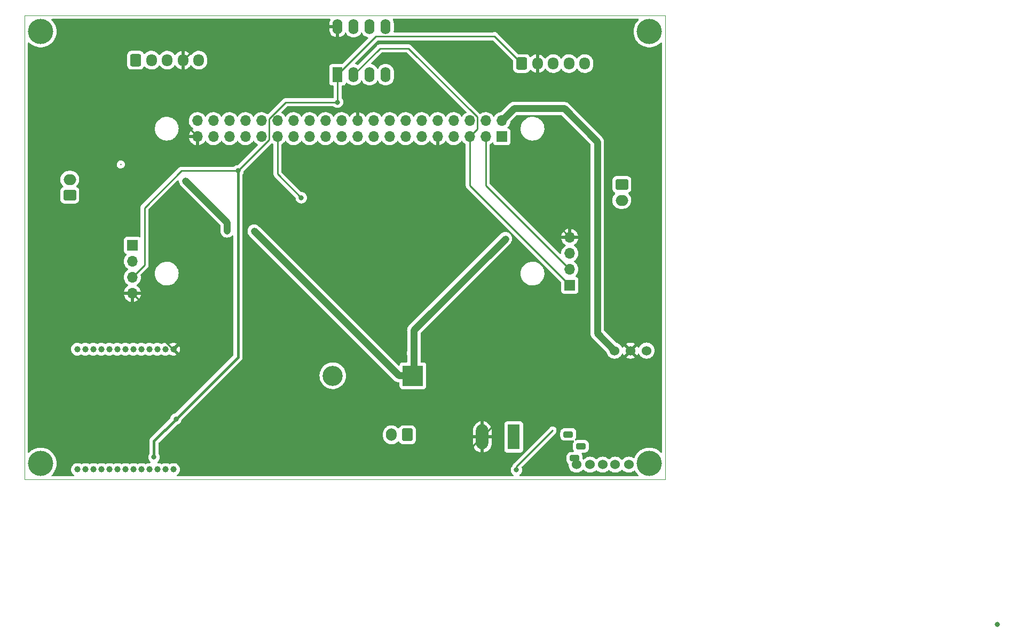
<source format=gbl>
G04 #@! TF.GenerationSoftware,KiCad,Pcbnew,(6.0.6)*
G04 #@! TF.CreationDate,2022-08-15T14:06:08+09:00*
G04 #@! TF.ProjectId,arliss,61726c69-7373-42e6-9b69-6361645f7063,rev?*
G04 #@! TF.SameCoordinates,Original*
G04 #@! TF.FileFunction,Copper,L2,Bot*
G04 #@! TF.FilePolarity,Positive*
%FSLAX46Y46*%
G04 Gerber Fmt 4.6, Leading zero omitted, Abs format (unit mm)*
G04 Created by KiCad (PCBNEW (6.0.6)) date 2022-08-15 14:06:08*
%MOMM*%
%LPD*%
G01*
G04 APERTURE LIST*
G04 Aperture macros list*
%AMRoundRect*
0 Rectangle with rounded corners*
0 $1 Rounding radius*
0 $2 $3 $4 $5 $6 $7 $8 $9 X,Y pos of 4 corners*
0 Add a 4 corners polygon primitive as box body*
4,1,4,$2,$3,$4,$5,$6,$7,$8,$9,$2,$3,0*
0 Add four circle primitives for the rounded corners*
1,1,$1+$1,$2,$3*
1,1,$1+$1,$4,$5*
1,1,$1+$1,$6,$7*
1,1,$1+$1,$8,$9*
0 Add four rect primitives between the rounded corners*
20,1,$1+$1,$2,$3,$4,$5,0*
20,1,$1+$1,$4,$5,$6,$7,0*
20,1,$1+$1,$6,$7,$8,$9,0*
20,1,$1+$1,$8,$9,$2,$3,0*%
G04 Aperture macros list end*
G04 #@! TA.AperFunction,Profile*
%ADD10C,0.100000*%
G04 #@! TD*
G04 #@! TA.AperFunction,ComponentPad*
%ADD11C,1.000000*%
G04 #@! TD*
G04 #@! TA.AperFunction,ComponentPad*
%ADD12C,4.000000*%
G04 #@! TD*
G04 #@! TA.AperFunction,ComponentPad*
%ADD13RoundRect,0.250000X-0.600000X-0.725000X0.600000X-0.725000X0.600000X0.725000X-0.600000X0.725000X0*%
G04 #@! TD*
G04 #@! TA.AperFunction,ComponentPad*
%ADD14O,1.700000X1.950000*%
G04 #@! TD*
G04 #@! TA.AperFunction,ComponentPad*
%ADD15R,1.700000X1.700000*%
G04 #@! TD*
G04 #@! TA.AperFunction,ComponentPad*
%ADD16O,1.700000X1.700000*%
G04 #@! TD*
G04 #@! TA.AperFunction,ComponentPad*
%ADD17R,3.200000X3.200000*%
G04 #@! TD*
G04 #@! TA.AperFunction,ComponentPad*
%ADD18O,3.200000X3.200000*%
G04 #@! TD*
G04 #@! TA.AperFunction,ComponentPad*
%ADD19RoundRect,0.250000X-0.750000X0.600000X-0.750000X-0.600000X0.750000X-0.600000X0.750000X0.600000X0*%
G04 #@! TD*
G04 #@! TA.AperFunction,ComponentPad*
%ADD20O,2.000000X1.700000*%
G04 #@! TD*
G04 #@! TA.AperFunction,ComponentPad*
%ADD21C,1.524000*%
G04 #@! TD*
G04 #@! TA.AperFunction,ComponentPad*
%ADD22RoundRect,0.250000X0.750000X-0.600000X0.750000X0.600000X-0.750000X0.600000X-0.750000X-0.600000X0*%
G04 #@! TD*
G04 #@! TA.AperFunction,ComponentPad*
%ADD23RoundRect,0.250000X0.512000X-0.250000X0.512000X0.250000X-0.512000X0.250000X-0.512000X-0.250000X0*%
G04 #@! TD*
G04 #@! TA.AperFunction,ComponentPad*
%ADD24RoundRect,0.250000X0.600000X0.750000X-0.600000X0.750000X-0.600000X-0.750000X0.600000X-0.750000X0*%
G04 #@! TD*
G04 #@! TA.AperFunction,ComponentPad*
%ADD25O,1.700000X2.000000*%
G04 #@! TD*
G04 #@! TA.AperFunction,ComponentPad*
%ADD26R,1.980000X3.960000*%
G04 #@! TD*
G04 #@! TA.AperFunction,ComponentPad*
%ADD27O,1.980000X3.960000*%
G04 #@! TD*
G04 #@! TA.AperFunction,ComponentPad*
%ADD28R,1.600000X2.400000*%
G04 #@! TD*
G04 #@! TA.AperFunction,ComponentPad*
%ADD29O,1.600000X2.400000*%
G04 #@! TD*
G04 #@! TA.AperFunction,ViaPad*
%ADD30C,0.800000*%
G04 #@! TD*
G04 #@! TA.AperFunction,Conductor*
%ADD31C,0.450000*%
G04 #@! TD*
G04 #@! TA.AperFunction,Conductor*
%ADD32C,0.250000*%
G04 #@! TD*
G04 #@! TA.AperFunction,Conductor*
%ADD33C,1.100000*%
G04 #@! TD*
G04 APERTURE END LIST*
D10*
X76200000Y-50800000D02*
X177800000Y-50800000D01*
X177800000Y-50800000D02*
X177800000Y-124460000D01*
X177800000Y-124460000D02*
X76200000Y-124460000D01*
X76200000Y-124460000D02*
X76200000Y-50800000D01*
D11*
X99796800Y-103769000D03*
X98526800Y-103769000D03*
X97256800Y-103769000D03*
X95986800Y-103769000D03*
X94716800Y-103769000D03*
X93446800Y-103769000D03*
X92176800Y-103769000D03*
X90906800Y-103769000D03*
X89636800Y-103769000D03*
X88366800Y-103769000D03*
X87096800Y-103769000D03*
X85826800Y-103769000D03*
X84556800Y-103769000D03*
X84556800Y-122869000D03*
X85826800Y-122869000D03*
X87096800Y-122869000D03*
X88366800Y-122869000D03*
X89636800Y-122869000D03*
X90906800Y-122869000D03*
X92176800Y-122869000D03*
X93446800Y-122869000D03*
X94716800Y-122869000D03*
X95986800Y-122869000D03*
X97256800Y-122869000D03*
X98526800Y-122869000D03*
X99796800Y-122869000D03*
D12*
X78740000Y-53340000D03*
D13*
X93800000Y-57882500D03*
D14*
X96300000Y-57882500D03*
X98800000Y-57882500D03*
X101300000Y-57882500D03*
X103800000Y-57882500D03*
D15*
X151855000Y-70025000D03*
D16*
X151855000Y-67485000D03*
X149315000Y-70025000D03*
X149315000Y-67485000D03*
X146775000Y-70025000D03*
X146775000Y-67485000D03*
X144235000Y-70025000D03*
X144235000Y-67485000D03*
X141695000Y-70025000D03*
X141695000Y-67485000D03*
X139155000Y-70025000D03*
X139155000Y-67485000D03*
X136615000Y-70025000D03*
X136615000Y-67485000D03*
X134075000Y-70025000D03*
X134075000Y-67485000D03*
X131535000Y-70025000D03*
X131535000Y-67485000D03*
X128995000Y-70025000D03*
X128995000Y-67485000D03*
X126455000Y-70025000D03*
X126455000Y-67485000D03*
X123915000Y-70025000D03*
X123915000Y-67485000D03*
X121375000Y-70025000D03*
X121375000Y-67485000D03*
X118835000Y-70025000D03*
X118835000Y-67485000D03*
X116295000Y-70025000D03*
X116295000Y-67485000D03*
X113755000Y-70025000D03*
X113755000Y-67485000D03*
X111215000Y-70025000D03*
X111215000Y-67485000D03*
X108675000Y-70025000D03*
X108675000Y-67485000D03*
X106135000Y-70025000D03*
X106135000Y-67485000D03*
X103595000Y-70025000D03*
X103595000Y-67485000D03*
D15*
X162640000Y-93630000D03*
D16*
X162640000Y-91090000D03*
X162640000Y-88550000D03*
X162640000Y-86010000D03*
D17*
X137760000Y-107990000D03*
D18*
X125060000Y-107990000D03*
D19*
X170887500Y-77620000D03*
D20*
X170887500Y-80120000D03*
D21*
X167850000Y-122100000D03*
X165850000Y-122100000D03*
X163700000Y-122100000D03*
X169850000Y-122100000D03*
X172000000Y-122100000D03*
D22*
X83338500Y-79320400D03*
D20*
X83338500Y-76820400D03*
D23*
X162401600Y-117293000D03*
X164401600Y-119193000D03*
X163401600Y-121093000D03*
D24*
X136875000Y-117367500D03*
D25*
X134375000Y-117367500D03*
D15*
X93270000Y-87280000D03*
D16*
X93270000Y-89820000D03*
X93270000Y-92360000D03*
X93270000Y-94900000D03*
D13*
X155020000Y-58412500D03*
D14*
X157520000Y-58412500D03*
X160020000Y-58412500D03*
X162520000Y-58412500D03*
X165020000Y-58412500D03*
D21*
X174815000Y-104000000D03*
X172275000Y-104000000D03*
X169735000Y-104000000D03*
D12*
X78740000Y-121920000D03*
X175260000Y-53340000D03*
D26*
X153765000Y-117700000D03*
D27*
X148765000Y-117700000D03*
D28*
X125810000Y-60185000D03*
D29*
X128350000Y-60185000D03*
X130890000Y-60185000D03*
X133430000Y-60185000D03*
X133430000Y-52565000D03*
X130890000Y-52565000D03*
X128350000Y-52565000D03*
X125810000Y-52565000D03*
D12*
X175260000Y-121920000D03*
D30*
X96706400Y-120920200D03*
X230462800Y-147437800D03*
X120060000Y-79720000D03*
X108300000Y-84990000D03*
X152440000Y-86220000D03*
X101690000Y-77000000D03*
X112590000Y-85010000D03*
X125535400Y-81347000D03*
X133434800Y-81194600D03*
X151011600Y-109134600D03*
X79840800Y-109363200D03*
X174125600Y-60874600D03*
X174100200Y-69002600D03*
X96950000Y-83660000D03*
X140648400Y-88814600D03*
X133180800Y-95469400D03*
X87613200Y-116881600D03*
X156015400Y-104080000D03*
X82177600Y-66030800D03*
X166048400Y-111674600D03*
X120734800Y-56963000D03*
X145525200Y-58410800D03*
X118940000Y-116010000D03*
X108570000Y-92330000D03*
X125764000Y-88865400D03*
X99640000Y-81650000D03*
X132977600Y-88713000D03*
X82253800Y-58258400D03*
X114384800Y-56963000D03*
X154890000Y-80700000D03*
X112810000Y-104308600D03*
X145703000Y-104080000D03*
X166745000Y-70565000D03*
X100185000Y-114855000D03*
X110020000Y-75450000D03*
X125790000Y-64550000D03*
X154180000Y-122950000D03*
D31*
X96706400Y-118333600D02*
X100185000Y-114855000D01*
X96706400Y-120920200D02*
X96706400Y-118333600D01*
D32*
X91430000Y-74440000D02*
X91440000Y-74430000D01*
X116295000Y-75955000D02*
X116295000Y-70025000D01*
X120060000Y-79720000D02*
X116295000Y-75955000D01*
D33*
X137860000Y-104390000D02*
X137900000Y-104430000D01*
X108300000Y-83610000D02*
X101690000Y-77000000D01*
X135550000Y-107970000D02*
X112590000Y-85010000D01*
X137900000Y-107970000D02*
X135550000Y-107970000D01*
X137900000Y-107970000D02*
X137900000Y-100760000D01*
X108300000Y-84990000D02*
X108300000Y-83610000D01*
X137900000Y-100760000D02*
X152440000Y-86220000D01*
X137900000Y-104430000D02*
X137900000Y-107970000D01*
D32*
X137860000Y-100800000D02*
X152440000Y-86220000D01*
X137860000Y-104390000D02*
X137860000Y-100800000D01*
X162640000Y-86010000D02*
X157330000Y-80700000D01*
X168485000Y-107790000D02*
X167800000Y-107790000D01*
X101300000Y-67730000D02*
X103595000Y-70025000D01*
X148765000Y-117700000D02*
X158675000Y-107790000D01*
X95610000Y-99720000D02*
X99790000Y-103900000D01*
X125810000Y-52565000D02*
X106617500Y-52565000D01*
X118940000Y-116010000D02*
X127150000Y-116010000D01*
X96950000Y-83660000D02*
X105620000Y-92330000D01*
X101300000Y-65560000D02*
X101300000Y-67730000D01*
X101300000Y-57882500D02*
X101300000Y-65560000D01*
X172275000Y-104000000D02*
X168485000Y-107790000D01*
X96950000Y-83630000D02*
X96950000Y-83660000D01*
X95610000Y-97240000D02*
X93270000Y-94900000D01*
X98930000Y-81650000D02*
X96950000Y-83630000D01*
X95610000Y-99720000D02*
X95610000Y-97240000D01*
X131890000Y-120750000D02*
X145715000Y-120750000D01*
X106617500Y-52565000D02*
X101300000Y-57882500D01*
X99640000Y-81650000D02*
X98930000Y-81650000D01*
X158675000Y-107790000D02*
X167800000Y-107790000D01*
X127150000Y-116010000D02*
X131890000Y-120750000D01*
X105620000Y-92330000D02*
X108570000Y-92330000D01*
X145715000Y-120750000D02*
X148765000Y-117700000D01*
X157330000Y-80700000D02*
X154890000Y-80700000D01*
D33*
X166745000Y-70565000D02*
X161735252Y-65555252D01*
D31*
X166990000Y-100928600D02*
X166990000Y-70810000D01*
D33*
X166990000Y-101255000D02*
X166990000Y-100928600D01*
X169735000Y-104000000D02*
X166990000Y-101255000D01*
X166990000Y-101255000D02*
X166990000Y-70810000D01*
X151855000Y-67485000D02*
X153784748Y-65555252D01*
X166990000Y-70810000D02*
X166745000Y-70565000D01*
X153784748Y-65555252D02*
X161735252Y-65555252D01*
D32*
X101060000Y-75450000D02*
X95190000Y-81320000D01*
X114930000Y-70550000D02*
X110030000Y-75450000D01*
X131905000Y-54090000D02*
X125810000Y-60185000D01*
X155020000Y-58412500D02*
X155020000Y-58380000D01*
X155020000Y-58380000D02*
X150690000Y-54050000D01*
X150650000Y-54090000D02*
X131905000Y-54090000D01*
X110020000Y-75450000D02*
X101060000Y-75450000D01*
X125810000Y-64530000D02*
X125810000Y-60185000D01*
X125790000Y-64550000D02*
X125810000Y-64530000D01*
X125790000Y-64550000D02*
X117568299Y-64550000D01*
X114930000Y-67188299D02*
X114930000Y-70550000D01*
X95190000Y-81320000D02*
X95190000Y-90440000D01*
X150690000Y-54050000D02*
X150650000Y-54090000D01*
X117568299Y-64550000D02*
X114930000Y-67188299D01*
D31*
X100185000Y-114855000D02*
X110020000Y-105020000D01*
D32*
X95190000Y-90440000D02*
X93270000Y-92360000D01*
X110030000Y-75450000D02*
X110020000Y-75450000D01*
D31*
X110020000Y-105020000D02*
X110020000Y-75450000D01*
D32*
X154180000Y-122414600D02*
X154180000Y-122950000D01*
X159901600Y-116693000D02*
X154180000Y-122414600D01*
X149315000Y-77765000D02*
X149315000Y-70025000D01*
X162640000Y-91090000D02*
X149315000Y-77765000D01*
X132525000Y-56010000D02*
X137070000Y-56010000D01*
X146775000Y-77765000D02*
X162640000Y-93630000D01*
X146775000Y-70025000D02*
X146775000Y-77765000D01*
X147950000Y-66890000D02*
X147950000Y-68850000D01*
X137070000Y-56010000D02*
X147950000Y-66890000D01*
X147950000Y-68850000D02*
X146775000Y-70025000D01*
X128350000Y-60185000D02*
X132525000Y-56010000D01*
G04 #@! TA.AperFunction,Conductor*
G36*
X173508742Y-51328502D02*
G01*
X173555235Y-51382158D01*
X173565339Y-51452432D01*
X173535845Y-51517012D01*
X173526874Y-51526350D01*
X173427767Y-51619418D01*
X173226568Y-51862625D01*
X173057438Y-52129131D01*
X173055754Y-52132710D01*
X173055750Y-52132717D01*
X172924733Y-52411144D01*
X172923044Y-52414734D01*
X172825505Y-52714928D01*
X172766359Y-53024980D01*
X172746540Y-53340000D01*
X172766359Y-53655020D01*
X172825505Y-53965072D01*
X172828397Y-53973972D01*
X172920860Y-54258543D01*
X172923044Y-54265266D01*
X172924731Y-54268852D01*
X172924733Y-54268856D01*
X173055750Y-54547283D01*
X173055754Y-54547290D01*
X173057438Y-54550869D01*
X173226568Y-54817375D01*
X173229093Y-54820427D01*
X173419024Y-55050013D01*
X173427767Y-55060582D01*
X173657860Y-55276654D01*
X173913221Y-55462184D01*
X173916690Y-55464091D01*
X173916693Y-55464093D01*
X174184828Y-55611502D01*
X174189821Y-55614247D01*
X174193490Y-55615700D01*
X174193495Y-55615702D01*
X174479628Y-55728990D01*
X174483298Y-55730443D01*
X174789025Y-55808940D01*
X175102179Y-55848500D01*
X175417821Y-55848500D01*
X175730975Y-55808940D01*
X176036702Y-55730443D01*
X176040372Y-55728990D01*
X176326505Y-55615702D01*
X176326510Y-55615700D01*
X176330179Y-55614247D01*
X176335172Y-55611502D01*
X176603307Y-55464093D01*
X176603310Y-55464091D01*
X176606779Y-55462184D01*
X176862140Y-55276654D01*
X176865027Y-55273943D01*
X177079247Y-55072777D01*
X177142597Y-55040726D01*
X177213219Y-55048013D01*
X177268690Y-55092324D01*
X177291500Y-55164627D01*
X177291500Y-120095373D01*
X177271498Y-120163494D01*
X177217842Y-120209987D01*
X177147568Y-120220091D01*
X177079247Y-120187223D01*
X176865027Y-119986057D01*
X176865026Y-119986056D01*
X176862140Y-119983346D01*
X176606779Y-119797816D01*
X176584379Y-119785501D01*
X176333648Y-119647660D01*
X176333647Y-119647659D01*
X176330179Y-119645753D01*
X176326510Y-119644300D01*
X176326505Y-119644298D01*
X176040372Y-119531010D01*
X176040371Y-119531010D01*
X176036702Y-119529557D01*
X175730975Y-119451060D01*
X175417821Y-119411500D01*
X175102179Y-119411500D01*
X174789025Y-119451060D01*
X174483298Y-119529557D01*
X174479629Y-119531010D01*
X174479628Y-119531010D01*
X174193495Y-119644298D01*
X174193490Y-119644300D01*
X174189821Y-119645753D01*
X174186353Y-119647659D01*
X174186352Y-119647660D01*
X173935622Y-119785501D01*
X173913221Y-119797816D01*
X173657860Y-119983346D01*
X173474741Y-120155306D01*
X173439559Y-120188345D01*
X173427767Y-120199418D01*
X173425243Y-120202469D01*
X173425242Y-120202470D01*
X173386167Y-120249704D01*
X173226568Y-120442625D01*
X173057438Y-120709131D01*
X173055754Y-120712710D01*
X173055750Y-120712717D01*
X172924733Y-120991144D01*
X172923044Y-120994734D01*
X172921819Y-120998505D01*
X172920363Y-121002182D01*
X172918886Y-121001597D01*
X172882470Y-121054828D01*
X172817068Y-121082450D01*
X172747114Y-121070328D01*
X172730462Y-121060481D01*
X172722389Y-121054828D01*
X172637677Y-120995512D01*
X172632695Y-120993189D01*
X172632690Y-120993186D01*
X172441178Y-120903883D01*
X172441177Y-120903882D01*
X172436196Y-120901560D01*
X172430888Y-120900138D01*
X172430886Y-120900137D01*
X172365051Y-120882497D01*
X172221463Y-120844022D01*
X172000000Y-120824647D01*
X171778537Y-120844022D01*
X171634949Y-120882497D01*
X171569114Y-120900137D01*
X171569112Y-120900138D01*
X171563804Y-120901560D01*
X171558823Y-120903882D01*
X171558822Y-120903883D01*
X171367311Y-120993186D01*
X171367306Y-120993189D01*
X171362324Y-120995512D01*
X171357817Y-120998668D01*
X171357815Y-120998669D01*
X171184730Y-121119864D01*
X171184727Y-121119866D01*
X171180219Y-121123023D01*
X171023023Y-121280219D01*
X171021008Y-121283097D01*
X170962412Y-121322082D01*
X170891424Y-121323208D01*
X170828977Y-121283076D01*
X170826977Y-121280219D01*
X170669781Y-121123023D01*
X170665273Y-121119866D01*
X170665270Y-121119864D01*
X170572389Y-121054828D01*
X170487677Y-120995512D01*
X170482695Y-120993189D01*
X170482690Y-120993186D01*
X170291178Y-120903883D01*
X170291177Y-120903882D01*
X170286196Y-120901560D01*
X170280888Y-120900138D01*
X170280886Y-120900137D01*
X170215051Y-120882497D01*
X170071463Y-120844022D01*
X169850000Y-120824647D01*
X169628537Y-120844022D01*
X169484949Y-120882497D01*
X169419114Y-120900137D01*
X169419112Y-120900138D01*
X169413804Y-120901560D01*
X169408823Y-120903882D01*
X169408822Y-120903883D01*
X169217311Y-120993186D01*
X169217306Y-120993189D01*
X169212324Y-120995512D01*
X169207817Y-120998668D01*
X169207815Y-120998669D01*
X169034730Y-121119864D01*
X169034727Y-121119866D01*
X169030219Y-121123023D01*
X168939095Y-121214147D01*
X168876783Y-121248173D01*
X168805968Y-121243108D01*
X168760905Y-121214147D01*
X168669781Y-121123023D01*
X168665273Y-121119866D01*
X168665270Y-121119864D01*
X168572389Y-121054828D01*
X168487677Y-120995512D01*
X168482695Y-120993189D01*
X168482690Y-120993186D01*
X168291178Y-120903883D01*
X168291177Y-120903882D01*
X168286196Y-120901560D01*
X168280888Y-120900138D01*
X168280886Y-120900137D01*
X168215051Y-120882497D01*
X168071463Y-120844022D01*
X167850000Y-120824647D01*
X167628537Y-120844022D01*
X167484949Y-120882497D01*
X167419114Y-120900137D01*
X167419112Y-120900138D01*
X167413804Y-120901560D01*
X167408823Y-120903882D01*
X167408822Y-120903883D01*
X167217311Y-120993186D01*
X167217306Y-120993189D01*
X167212324Y-120995512D01*
X167207817Y-120998668D01*
X167207815Y-120998669D01*
X167034730Y-121119864D01*
X167034727Y-121119866D01*
X167030219Y-121123023D01*
X166939095Y-121214147D01*
X166876783Y-121248173D01*
X166805968Y-121243108D01*
X166760905Y-121214147D01*
X166669781Y-121123023D01*
X166665273Y-121119866D01*
X166665270Y-121119864D01*
X166572389Y-121054828D01*
X166487677Y-120995512D01*
X166482695Y-120993189D01*
X166482690Y-120993186D01*
X166291178Y-120903883D01*
X166291177Y-120903882D01*
X166286196Y-120901560D01*
X166280888Y-120900138D01*
X166280886Y-120900137D01*
X166215051Y-120882497D01*
X166071463Y-120844022D01*
X165850000Y-120824647D01*
X165628537Y-120844022D01*
X165484949Y-120882497D01*
X165419114Y-120900137D01*
X165419112Y-120900138D01*
X165413804Y-120901560D01*
X165408823Y-120903882D01*
X165408822Y-120903883D01*
X165217311Y-120993186D01*
X165217306Y-120993189D01*
X165212324Y-120995512D01*
X165207817Y-120998668D01*
X165207815Y-120998669D01*
X165034730Y-121119864D01*
X165034727Y-121119866D01*
X165030219Y-121123023D01*
X164887195Y-121266047D01*
X164824883Y-121300073D01*
X164754068Y-121295008D01*
X164697232Y-121252461D01*
X164672421Y-121185941D01*
X164672100Y-121176952D01*
X164672100Y-120792600D01*
X164663812Y-120712717D01*
X164661838Y-120693692D01*
X164661837Y-120693688D01*
X164661126Y-120686834D01*
X164605150Y-120519054D01*
X164527642Y-120393803D01*
X164508804Y-120325351D01*
X164529965Y-120257581D01*
X164584406Y-120212010D01*
X164634786Y-120201500D01*
X164964000Y-120201500D01*
X164967246Y-120201163D01*
X164967250Y-120201163D01*
X165062908Y-120191238D01*
X165062912Y-120191237D01*
X165069766Y-120190526D01*
X165076302Y-120188345D01*
X165076304Y-120188345D01*
X165230598Y-120136868D01*
X165237546Y-120134550D01*
X165387948Y-120041478D01*
X165512905Y-119916303D01*
X165578245Y-119810303D01*
X165601875Y-119771968D01*
X165601876Y-119771966D01*
X165605715Y-119765738D01*
X165647523Y-119639690D01*
X165659232Y-119604389D01*
X165659232Y-119604387D01*
X165661397Y-119597861D01*
X165672100Y-119493400D01*
X165672100Y-118892600D01*
X165670730Y-118879398D01*
X165661838Y-118793692D01*
X165661837Y-118793688D01*
X165661126Y-118786834D01*
X165650516Y-118755030D01*
X165607468Y-118626002D01*
X165605150Y-118619054D01*
X165512078Y-118468652D01*
X165470445Y-118427091D01*
X165392083Y-118348866D01*
X165386903Y-118343695D01*
X165380672Y-118339854D01*
X165242568Y-118254725D01*
X165242566Y-118254724D01*
X165236338Y-118250885D01*
X165075854Y-118197655D01*
X165074989Y-118197368D01*
X165074987Y-118197368D01*
X165068461Y-118195203D01*
X165061625Y-118194503D01*
X165061622Y-118194502D01*
X165018569Y-118190091D01*
X164964000Y-118184500D01*
X163839200Y-118184500D01*
X163835954Y-118184837D01*
X163835950Y-118184837D01*
X163740292Y-118194762D01*
X163740288Y-118194763D01*
X163733434Y-118195474D01*
X163726898Y-118197655D01*
X163726896Y-118197655D01*
X163640234Y-118226568D01*
X163569285Y-118229152D01*
X163508201Y-118192969D01*
X163476376Y-118129504D01*
X163483915Y-118058909D01*
X163504408Y-118028186D01*
X163503196Y-118027229D01*
X163507734Y-118021483D01*
X163512905Y-118016303D01*
X163540143Y-117972115D01*
X163601875Y-117871968D01*
X163601876Y-117871966D01*
X163605715Y-117865738D01*
X163635615Y-117775593D01*
X163659232Y-117704389D01*
X163659232Y-117704387D01*
X163661397Y-117697861D01*
X163672100Y-117593400D01*
X163672100Y-116992600D01*
X163661126Y-116886834D01*
X163654702Y-116867577D01*
X163607468Y-116726002D01*
X163605150Y-116719054D01*
X163512078Y-116568652D01*
X163386903Y-116443695D01*
X163370320Y-116433473D01*
X163242568Y-116354725D01*
X163242566Y-116354724D01*
X163236338Y-116350885D01*
X163144675Y-116320482D01*
X163074989Y-116297368D01*
X163074987Y-116297368D01*
X163068461Y-116295203D01*
X163061625Y-116294503D01*
X163061622Y-116294502D01*
X163018569Y-116290091D01*
X162964000Y-116284500D01*
X161839200Y-116284500D01*
X161835954Y-116284837D01*
X161835950Y-116284837D01*
X161740292Y-116294762D01*
X161740288Y-116294763D01*
X161733434Y-116295474D01*
X161726898Y-116297655D01*
X161726896Y-116297655D01*
X161718363Y-116300502D01*
X161565654Y-116351450D01*
X161415252Y-116444522D01*
X161290295Y-116569697D01*
X161197485Y-116720262D01*
X161195181Y-116727209D01*
X161147440Y-116871145D01*
X161141803Y-116888139D01*
X161131100Y-116992600D01*
X161131100Y-117593400D01*
X161142074Y-117699166D01*
X161198050Y-117866946D01*
X161291122Y-118017348D01*
X161296304Y-118022521D01*
X161343529Y-118069664D01*
X161416297Y-118142305D01*
X161422527Y-118146145D01*
X161422528Y-118146146D01*
X161502553Y-118195474D01*
X161566862Y-118235115D01*
X161616111Y-118251450D01*
X161728211Y-118288632D01*
X161728213Y-118288632D01*
X161734739Y-118290797D01*
X161741575Y-118291497D01*
X161741578Y-118291498D01*
X161784631Y-118295909D01*
X161839200Y-118301500D01*
X162964000Y-118301500D01*
X162967246Y-118301163D01*
X162967250Y-118301163D01*
X163062908Y-118291238D01*
X163062912Y-118291237D01*
X163069766Y-118290526D01*
X163076302Y-118288345D01*
X163076304Y-118288345D01*
X163162966Y-118259432D01*
X163233915Y-118256848D01*
X163294999Y-118293031D01*
X163326824Y-118356496D01*
X163319285Y-118427091D01*
X163298792Y-118457814D01*
X163300004Y-118458771D01*
X163295466Y-118464517D01*
X163290295Y-118469697D01*
X163286455Y-118475927D01*
X163286454Y-118475928D01*
X163209654Y-118600521D01*
X163197485Y-118620262D01*
X163195181Y-118627209D01*
X163146527Y-118773898D01*
X163141803Y-118788139D01*
X163141103Y-118794975D01*
X163141102Y-118794978D01*
X163138390Y-118821448D01*
X163131100Y-118892600D01*
X163131100Y-119493400D01*
X163131437Y-119496646D01*
X163131437Y-119496650D01*
X163134852Y-119529557D01*
X163142074Y-119599166D01*
X163198050Y-119766946D01*
X163229115Y-119817146D01*
X163275558Y-119892197D01*
X163294396Y-119960649D01*
X163273235Y-120028419D01*
X163218794Y-120073990D01*
X163168414Y-120084500D01*
X162839200Y-120084500D01*
X162835954Y-120084837D01*
X162835950Y-120084837D01*
X162740292Y-120094762D01*
X162740288Y-120094763D01*
X162733434Y-120095474D01*
X162726898Y-120097655D01*
X162726896Y-120097655D01*
X162628104Y-120130615D01*
X162565654Y-120151450D01*
X162415252Y-120244522D01*
X162290295Y-120369697D01*
X162286455Y-120375927D01*
X162286454Y-120375928D01*
X162246781Y-120440290D01*
X162197485Y-120520262D01*
X162141803Y-120688139D01*
X162131100Y-120792600D01*
X162131100Y-121393400D01*
X162131437Y-121396646D01*
X162131437Y-121396650D01*
X162137121Y-121451426D01*
X162142074Y-121499166D01*
X162198050Y-121666946D01*
X162291122Y-121817348D01*
X162296304Y-121822521D01*
X162395035Y-121921080D01*
X162429114Y-121983362D01*
X162431538Y-122021234D01*
X162424647Y-122100000D01*
X162444022Y-122321463D01*
X162501560Y-122536196D01*
X162503880Y-122541171D01*
X162503883Y-122541178D01*
X162593186Y-122732689D01*
X162593189Y-122732694D01*
X162595512Y-122737676D01*
X162598668Y-122742183D01*
X162598669Y-122742185D01*
X162709732Y-122900799D01*
X162723023Y-122919781D01*
X162880219Y-123076977D01*
X162884727Y-123080134D01*
X162884730Y-123080136D01*
X162960495Y-123133187D01*
X163062323Y-123204488D01*
X163067305Y-123206811D01*
X163067310Y-123206814D01*
X163258822Y-123296117D01*
X163263804Y-123298440D01*
X163269112Y-123299862D01*
X163269114Y-123299863D01*
X163326618Y-123315271D01*
X163478537Y-123355978D01*
X163700000Y-123375353D01*
X163921463Y-123355978D01*
X164073382Y-123315271D01*
X164130886Y-123299863D01*
X164130888Y-123299862D01*
X164136196Y-123298440D01*
X164141178Y-123296117D01*
X164332690Y-123206814D01*
X164332695Y-123206811D01*
X164337677Y-123204488D01*
X164439505Y-123133187D01*
X164515270Y-123080136D01*
X164515273Y-123080134D01*
X164519781Y-123076977D01*
X164676977Y-122919781D01*
X164678992Y-122916903D01*
X164737588Y-122877918D01*
X164808576Y-122876792D01*
X164871023Y-122916924D01*
X164873023Y-122919781D01*
X165030219Y-123076977D01*
X165034727Y-123080134D01*
X165034730Y-123080136D01*
X165110495Y-123133187D01*
X165212323Y-123204488D01*
X165217305Y-123206811D01*
X165217310Y-123206814D01*
X165408822Y-123296117D01*
X165413804Y-123298440D01*
X165419112Y-123299862D01*
X165419114Y-123299863D01*
X165476618Y-123315271D01*
X165628537Y-123355978D01*
X165850000Y-123375353D01*
X166071463Y-123355978D01*
X166223382Y-123315271D01*
X166280886Y-123299863D01*
X166280888Y-123299862D01*
X166286196Y-123298440D01*
X166291178Y-123296117D01*
X166482690Y-123206814D01*
X166482695Y-123206811D01*
X166487677Y-123204488D01*
X166589505Y-123133187D01*
X166665270Y-123080136D01*
X166665273Y-123080134D01*
X166669781Y-123076977D01*
X166760905Y-122985853D01*
X166823217Y-122951827D01*
X166894032Y-122956892D01*
X166939095Y-122985853D01*
X167030219Y-123076977D01*
X167034727Y-123080134D01*
X167034730Y-123080136D01*
X167110495Y-123133187D01*
X167212323Y-123204488D01*
X167217305Y-123206811D01*
X167217310Y-123206814D01*
X167408822Y-123296117D01*
X167413804Y-123298440D01*
X167419112Y-123299862D01*
X167419114Y-123299863D01*
X167476618Y-123315271D01*
X167628537Y-123355978D01*
X167850000Y-123375353D01*
X168071463Y-123355978D01*
X168223382Y-123315271D01*
X168280886Y-123299863D01*
X168280888Y-123299862D01*
X168286196Y-123298440D01*
X168291178Y-123296117D01*
X168482690Y-123206814D01*
X168482695Y-123206811D01*
X168487677Y-123204488D01*
X168589505Y-123133187D01*
X168665270Y-123080136D01*
X168665273Y-123080134D01*
X168669781Y-123076977D01*
X168760905Y-122985853D01*
X168823217Y-122951827D01*
X168894032Y-122956892D01*
X168939095Y-122985853D01*
X169030219Y-123076977D01*
X169034727Y-123080134D01*
X169034730Y-123080136D01*
X169110495Y-123133187D01*
X169212323Y-123204488D01*
X169217305Y-123206811D01*
X169217310Y-123206814D01*
X169408822Y-123296117D01*
X169413804Y-123298440D01*
X169419112Y-123299862D01*
X169419114Y-123299863D01*
X169476618Y-123315271D01*
X169628537Y-123355978D01*
X169850000Y-123375353D01*
X170071463Y-123355978D01*
X170223382Y-123315271D01*
X170280886Y-123299863D01*
X170280888Y-123299862D01*
X170286196Y-123298440D01*
X170291178Y-123296117D01*
X170482690Y-123206814D01*
X170482695Y-123206811D01*
X170487677Y-123204488D01*
X170589505Y-123133187D01*
X170665270Y-123080136D01*
X170665273Y-123080134D01*
X170669781Y-123076977D01*
X170826977Y-122919781D01*
X170828992Y-122916903D01*
X170887588Y-122877918D01*
X170958576Y-122876792D01*
X171021023Y-122916924D01*
X171023023Y-122919781D01*
X171180219Y-123076977D01*
X171184727Y-123080134D01*
X171184730Y-123080136D01*
X171260495Y-123133187D01*
X171362323Y-123204488D01*
X171367305Y-123206811D01*
X171367310Y-123206814D01*
X171558822Y-123296117D01*
X171563804Y-123298440D01*
X171569112Y-123299862D01*
X171569114Y-123299863D01*
X171626618Y-123315271D01*
X171778537Y-123355978D01*
X172000000Y-123375353D01*
X172221463Y-123355978D01*
X172373382Y-123315271D01*
X172430886Y-123299863D01*
X172430888Y-123299862D01*
X172436196Y-123298440D01*
X172441178Y-123296117D01*
X172632690Y-123206814D01*
X172632695Y-123206811D01*
X172637677Y-123204488D01*
X172739505Y-123133187D01*
X172815270Y-123080136D01*
X172815273Y-123080134D01*
X172819781Y-123076977D01*
X172837376Y-123059382D01*
X172899688Y-123025356D01*
X172970503Y-123030421D01*
X173027339Y-123072968D01*
X173040479Y-123094829D01*
X173057438Y-123130869D01*
X173226568Y-123397375D01*
X173268270Y-123447784D01*
X173367824Y-123568123D01*
X173427767Y-123640582D01*
X173430657Y-123643296D01*
X173430658Y-123643297D01*
X173526874Y-123733650D01*
X173562840Y-123794863D01*
X173560001Y-123865803D01*
X173519261Y-123923947D01*
X173453553Y-123950835D01*
X173440621Y-123951500D01*
X154734974Y-123951500D01*
X154666853Y-123931498D01*
X154620360Y-123877842D01*
X154610256Y-123807568D01*
X154639750Y-123742988D01*
X154660913Y-123723564D01*
X154697278Y-123697143D01*
X154791253Y-123628866D01*
X154814668Y-123602861D01*
X154914621Y-123491852D01*
X154914622Y-123491851D01*
X154919040Y-123486944D01*
X154994377Y-123356457D01*
X155011223Y-123327279D01*
X155011224Y-123327278D01*
X155014527Y-123321556D01*
X155073542Y-123139928D01*
X155078421Y-123093513D01*
X155092814Y-122956565D01*
X155093504Y-122950000D01*
X155091676Y-122932612D01*
X155074232Y-122766635D01*
X155074232Y-122766633D01*
X155073542Y-122760072D01*
X155014527Y-122578444D01*
X155016407Y-122577833D01*
X155008224Y-122516812D01*
X155038330Y-122452515D01*
X155043671Y-122446833D01*
X160377734Y-117112770D01*
X160414100Y-117065887D01*
X160446354Y-117024306D01*
X160446356Y-117024303D01*
X160451213Y-117018041D01*
X160482997Y-116944593D01*
X160511632Y-116878422D01*
X160514781Y-116871145D01*
X160539820Y-116713057D01*
X160531600Y-116626102D01*
X160525503Y-116561596D01*
X160525502Y-116561593D01*
X160524757Y-116553708D01*
X160494495Y-116469650D01*
X160473225Y-116410571D01*
X160473224Y-116410569D01*
X160470539Y-116403111D01*
X160380572Y-116270729D01*
X160284789Y-116186285D01*
X160266455Y-116170122D01*
X160260509Y-116164880D01*
X160253448Y-116161282D01*
X160124960Y-116095814D01*
X160124958Y-116095813D01*
X160117896Y-116092215D01*
X159961691Y-116057299D01*
X159801710Y-116062327D01*
X159698835Y-116092215D01*
X159655620Y-116104770D01*
X159655619Y-116104771D01*
X159648007Y-116106982D01*
X159641184Y-116111017D01*
X159517057Y-116184424D01*
X159517053Y-116184427D01*
X159510237Y-116188458D01*
X153787747Y-121910948D01*
X153779461Y-121918488D01*
X153772982Y-121922600D01*
X153767557Y-121928377D01*
X153726357Y-121972251D01*
X153723602Y-121975093D01*
X153703865Y-121994830D01*
X153701385Y-121998027D01*
X153693682Y-122007047D01*
X153663414Y-122039279D01*
X153659595Y-122046225D01*
X153659593Y-122046228D01*
X153653652Y-122057034D01*
X153642801Y-122073553D01*
X153630386Y-122089559D01*
X153627241Y-122096828D01*
X153627238Y-122096832D01*
X153612826Y-122130137D01*
X153607609Y-122140787D01*
X153586305Y-122179540D01*
X153584334Y-122187215D01*
X153584334Y-122187216D01*
X153581267Y-122199162D01*
X153574863Y-122217866D01*
X153566819Y-122236455D01*
X153565579Y-122244281D01*
X153563366Y-122251899D01*
X153562115Y-122251535D01*
X153534770Y-122308870D01*
X153440960Y-122413056D01*
X153437659Y-122418774D01*
X153366989Y-122541178D01*
X153345473Y-122578444D01*
X153286458Y-122760072D01*
X153285768Y-122766633D01*
X153285768Y-122766635D01*
X153268324Y-122932612D01*
X153266496Y-122950000D01*
X153267186Y-122956565D01*
X153281580Y-123093513D01*
X153286458Y-123139928D01*
X153345473Y-123321556D01*
X153348776Y-123327278D01*
X153348777Y-123327279D01*
X153365623Y-123356457D01*
X153440960Y-123486944D01*
X153445378Y-123491851D01*
X153445379Y-123491852D01*
X153545332Y-123602861D01*
X153568747Y-123628866D01*
X153662722Y-123697143D01*
X153699087Y-123723564D01*
X153742441Y-123779786D01*
X153748516Y-123850523D01*
X153715384Y-123913314D01*
X153653564Y-123948226D01*
X153625026Y-123951500D01*
X100414870Y-123951500D01*
X100346749Y-123931498D01*
X100300256Y-123877842D01*
X100290152Y-123807568D01*
X100319646Y-123742988D01*
X100340264Y-123725224D01*
X100339796Y-123724625D01*
X100490791Y-123606655D01*
X100495647Y-123602861D01*
X100624878Y-123453145D01*
X100722569Y-123281179D01*
X100784997Y-123093513D01*
X100809785Y-122897295D01*
X100810180Y-122869000D01*
X100790880Y-122672167D01*
X100733716Y-122482831D01*
X100640866Y-122308204D01*
X100559766Y-122208766D01*
X100519760Y-122159713D01*
X100519757Y-122159710D01*
X100515865Y-122154938D01*
X100509524Y-122149692D01*
X100368225Y-122032799D01*
X100368221Y-122032797D01*
X100363475Y-122028870D01*
X100189501Y-121934802D01*
X100000568Y-121876318D01*
X99994443Y-121875674D01*
X99994442Y-121875674D01*
X99810004Y-121856289D01*
X99810002Y-121856289D01*
X99803875Y-121855645D01*
X99730408Y-121862331D01*
X99613051Y-121873011D01*
X99613048Y-121873012D01*
X99606912Y-121873570D01*
X99601006Y-121875308D01*
X99601002Y-121875309D01*
X99495876Y-121906249D01*
X99417181Y-121929410D01*
X99411723Y-121932263D01*
X99411719Y-121932265D01*
X99335234Y-121972251D01*
X99241910Y-122021040D01*
X99237110Y-122024900D01*
X99231953Y-122028274D01*
X99230569Y-122026158D01*
X99175165Y-122049027D01*
X99105312Y-122036334D01*
X99095698Y-122030709D01*
X99093475Y-122028870D01*
X98919501Y-121934802D01*
X98730568Y-121876318D01*
X98724443Y-121875674D01*
X98724442Y-121875674D01*
X98540004Y-121856289D01*
X98540002Y-121856289D01*
X98533875Y-121855645D01*
X98460408Y-121862331D01*
X98343051Y-121873011D01*
X98343048Y-121873012D01*
X98336912Y-121873570D01*
X98331006Y-121875308D01*
X98331002Y-121875309D01*
X98225876Y-121906249D01*
X98147181Y-121929410D01*
X98141723Y-121932263D01*
X98141719Y-121932265D01*
X98065234Y-121972251D01*
X97971910Y-122021040D01*
X97967110Y-122024900D01*
X97961953Y-122028274D01*
X97960569Y-122026158D01*
X97905165Y-122049027D01*
X97835312Y-122036334D01*
X97825698Y-122030709D01*
X97823475Y-122028870D01*
X97649501Y-121934802D01*
X97460568Y-121876318D01*
X97454443Y-121875674D01*
X97454442Y-121875674D01*
X97401616Y-121870122D01*
X97328780Y-121862467D01*
X97263124Y-121835454D01*
X97222494Y-121777233D01*
X97219791Y-121706287D01*
X97255873Y-121645143D01*
X97267890Y-121635221D01*
X97312309Y-121602949D01*
X97312311Y-121602947D01*
X97317653Y-121599066D01*
X97322075Y-121594155D01*
X97441021Y-121462052D01*
X97441022Y-121462051D01*
X97445440Y-121457144D01*
X97536125Y-121300073D01*
X97537623Y-121297479D01*
X97537624Y-121297478D01*
X97540927Y-121291756D01*
X97599942Y-121110128D01*
X97611288Y-121002182D01*
X97619214Y-120926765D01*
X97619904Y-120920200D01*
X97612047Y-120845446D01*
X97600632Y-120736835D01*
X97600632Y-120736833D01*
X97599942Y-120730272D01*
X97540927Y-120548644D01*
X97528552Y-120527209D01*
X97456781Y-120402899D01*
X97439900Y-120339899D01*
X97439900Y-118689616D01*
X97459902Y-118621495D01*
X97476805Y-118600521D01*
X98501936Y-117575390D01*
X133016500Y-117575390D01*
X133016725Y-117578039D01*
X133027003Y-117699166D01*
X133031080Y-117747220D01*
X133032418Y-117752375D01*
X133032419Y-117752381D01*
X133085183Y-117955671D01*
X133088999Y-117970372D01*
X133091191Y-117975238D01*
X133091192Y-117975241D01*
X133142328Y-118088758D01*
X133183688Y-118180575D01*
X133312441Y-118371819D01*
X133316120Y-118375676D01*
X133316122Y-118375678D01*
X133377710Y-118440238D01*
X133471576Y-118538635D01*
X133656542Y-118676254D01*
X133661293Y-118678670D01*
X133661297Y-118678672D01*
X133724481Y-118710796D01*
X133862051Y-118780740D01*
X133867145Y-118782322D01*
X133867148Y-118782323D01*
X134067020Y-118844385D01*
X134082227Y-118849107D01*
X134087516Y-118849808D01*
X134305489Y-118878698D01*
X134305494Y-118878698D01*
X134310774Y-118879398D01*
X134316103Y-118879198D01*
X134316105Y-118879198D01*
X134425966Y-118875074D01*
X134541158Y-118870749D01*
X134563802Y-118865998D01*
X134761572Y-118824502D01*
X134766791Y-118823407D01*
X134771750Y-118821449D01*
X134771752Y-118821448D01*
X134976256Y-118740685D01*
X134976258Y-118740684D01*
X134981221Y-118738724D01*
X135017343Y-118716805D01*
X135173757Y-118621890D01*
X135173756Y-118621890D01*
X135178317Y-118619123D01*
X135218134Y-118584572D01*
X135348412Y-118471523D01*
X135348414Y-118471521D01*
X135352445Y-118468023D01*
X135381670Y-118432380D01*
X135440329Y-118392386D01*
X135511299Y-118390454D01*
X135572048Y-118427198D01*
X135586248Y-118445968D01*
X135604788Y-118475928D01*
X135676522Y-118591848D01*
X135801697Y-118716805D01*
X135807927Y-118720645D01*
X135807928Y-118720646D01*
X135945090Y-118805194D01*
X135952262Y-118809615D01*
X135987938Y-118821448D01*
X136113611Y-118863132D01*
X136113613Y-118863132D01*
X136120139Y-118865297D01*
X136126975Y-118865997D01*
X136126978Y-118865998D01*
X136162663Y-118869654D01*
X136224600Y-118876000D01*
X137525400Y-118876000D01*
X137528646Y-118875663D01*
X137528650Y-118875663D01*
X137624308Y-118865738D01*
X137624312Y-118865737D01*
X137631166Y-118865026D01*
X137637702Y-118862845D01*
X137637704Y-118862845D01*
X137769806Y-118818772D01*
X137798946Y-118809050D01*
X137894600Y-118749857D01*
X147267000Y-118749857D01*
X147267212Y-118755030D01*
X147281626Y-118930350D01*
X147283309Y-118940512D01*
X147340800Y-119169396D01*
X147344121Y-119179151D01*
X147438218Y-119395557D01*
X147443096Y-119404655D01*
X147571273Y-119602787D01*
X147577563Y-119610956D01*
X147736387Y-119785501D01*
X147743920Y-119792526D01*
X147929120Y-119938787D01*
X147937707Y-119944492D01*
X148144297Y-120058536D01*
X148153709Y-120062766D01*
X148376156Y-120141539D01*
X148386127Y-120144173D01*
X148493163Y-120163239D01*
X148506460Y-120161779D01*
X148510591Y-120148534D01*
X149019000Y-120148534D01*
X149022918Y-120161878D01*
X149037194Y-120163865D01*
X149108236Y-120152994D01*
X149118263Y-120150605D01*
X149342570Y-120077291D01*
X149352079Y-120073294D01*
X149561395Y-119964331D01*
X149570120Y-119958837D01*
X149758835Y-119817146D01*
X149766542Y-119810303D01*
X149845065Y-119728134D01*
X152266500Y-119728134D01*
X152273255Y-119790316D01*
X152324385Y-119926705D01*
X152411739Y-120043261D01*
X152528295Y-120130615D01*
X152664684Y-120181745D01*
X152726866Y-120188500D01*
X154803134Y-120188500D01*
X154865316Y-120181745D01*
X155001705Y-120130615D01*
X155118261Y-120043261D01*
X155205615Y-119926705D01*
X155256745Y-119790316D01*
X155263500Y-119728134D01*
X155263500Y-115671866D01*
X155256745Y-115609684D01*
X155205615Y-115473295D01*
X155118261Y-115356739D01*
X155001705Y-115269385D01*
X154865316Y-115218255D01*
X154803134Y-115211500D01*
X152726866Y-115211500D01*
X152664684Y-115218255D01*
X152528295Y-115269385D01*
X152411739Y-115356739D01*
X152324385Y-115473295D01*
X152273255Y-115609684D01*
X152266500Y-115671866D01*
X152266500Y-119728134D01*
X149845065Y-119728134D01*
X149929584Y-119639690D01*
X149936067Y-119631684D01*
X150069057Y-119436726D01*
X150074143Y-119427774D01*
X150173506Y-119213715D01*
X150177060Y-119204055D01*
X150240130Y-118976631D01*
X150242057Y-118966527D01*
X150262644Y-118773898D01*
X150263000Y-118767206D01*
X150263000Y-117972115D01*
X150258525Y-117956876D01*
X150257135Y-117955671D01*
X150249452Y-117954000D01*
X149037115Y-117954000D01*
X149021876Y-117958475D01*
X149020671Y-117959865D01*
X149019000Y-117967548D01*
X149019000Y-120148534D01*
X148510591Y-120148534D01*
X148511000Y-120147222D01*
X148511000Y-117972115D01*
X148506525Y-117956876D01*
X148505135Y-117955671D01*
X148497452Y-117954000D01*
X147285115Y-117954000D01*
X147269876Y-117958475D01*
X147268671Y-117959865D01*
X147267000Y-117967548D01*
X147267000Y-118749857D01*
X137894600Y-118749857D01*
X137949348Y-118715978D01*
X138074305Y-118590803D01*
X138106462Y-118538635D01*
X138163275Y-118446468D01*
X138163276Y-118446466D01*
X138167115Y-118440238D01*
X138217400Y-118288632D01*
X138220632Y-118278889D01*
X138220632Y-118278887D01*
X138222797Y-118272361D01*
X138224387Y-118256848D01*
X138230675Y-118195474D01*
X138233500Y-118167900D01*
X138233500Y-117427885D01*
X147267000Y-117427885D01*
X147271475Y-117443124D01*
X147272865Y-117444329D01*
X147280548Y-117446000D01*
X148492885Y-117446000D01*
X148508124Y-117441525D01*
X148509329Y-117440135D01*
X148511000Y-117432452D01*
X148511000Y-117427885D01*
X149019000Y-117427885D01*
X149023475Y-117443124D01*
X149024865Y-117444329D01*
X149032548Y-117446000D01*
X150244885Y-117446000D01*
X150260124Y-117441525D01*
X150261329Y-117440135D01*
X150263000Y-117432452D01*
X150263000Y-116650143D01*
X150262788Y-116644970D01*
X150248374Y-116469650D01*
X150246691Y-116459488D01*
X150189200Y-116230604D01*
X150185879Y-116220849D01*
X150091782Y-116004443D01*
X150086904Y-115995345D01*
X149958727Y-115797213D01*
X149952437Y-115789044D01*
X149793613Y-115614499D01*
X149786080Y-115607474D01*
X149600880Y-115461213D01*
X149592293Y-115455508D01*
X149385703Y-115341464D01*
X149376291Y-115337234D01*
X149153844Y-115258461D01*
X149143873Y-115255827D01*
X149036837Y-115236761D01*
X149023540Y-115238221D01*
X149019000Y-115252778D01*
X149019000Y-117427885D01*
X148511000Y-117427885D01*
X148511000Y-115251466D01*
X148507082Y-115238122D01*
X148492806Y-115236135D01*
X148421764Y-115247006D01*
X148411737Y-115249395D01*
X148187430Y-115322709D01*
X148177921Y-115326706D01*
X147968605Y-115435669D01*
X147959880Y-115441163D01*
X147771165Y-115582854D01*
X147763458Y-115589697D01*
X147600416Y-115760310D01*
X147593933Y-115768316D01*
X147460943Y-115963274D01*
X147455857Y-115972226D01*
X147356494Y-116186285D01*
X147352940Y-116195945D01*
X147289870Y-116423369D01*
X147287943Y-116433473D01*
X147267356Y-116626102D01*
X147267000Y-116632794D01*
X147267000Y-117427885D01*
X138233500Y-117427885D01*
X138233500Y-116567100D01*
X138233163Y-116563850D01*
X138223238Y-116468192D01*
X138223237Y-116468188D01*
X138222526Y-116461334D01*
X138218710Y-116449894D01*
X138168868Y-116300502D01*
X138166550Y-116293554D01*
X138073478Y-116143152D01*
X137948303Y-116018195D01*
X137925993Y-116004443D01*
X137803968Y-115929225D01*
X137803966Y-115929224D01*
X137797738Y-115925385D01*
X137717995Y-115898936D01*
X137636389Y-115871868D01*
X137636387Y-115871868D01*
X137629861Y-115869703D01*
X137623025Y-115869003D01*
X137623022Y-115869002D01*
X137579969Y-115864591D01*
X137525400Y-115859000D01*
X136224600Y-115859000D01*
X136221354Y-115859337D01*
X136221350Y-115859337D01*
X136125692Y-115869262D01*
X136125688Y-115869263D01*
X136118834Y-115869974D01*
X136112298Y-115872155D01*
X136112296Y-115872155D01*
X136073220Y-115885192D01*
X135951054Y-115925950D01*
X135800652Y-116019022D01*
X135675695Y-116144197D01*
X135671855Y-116150427D01*
X135671854Y-116150428D01*
X135650899Y-116184424D01*
X135589009Y-116284828D01*
X135585920Y-116289839D01*
X135533148Y-116337332D01*
X135463076Y-116348756D01*
X135397952Y-116320482D01*
X135387490Y-116310695D01*
X135311086Y-116230604D01*
X135278424Y-116196365D01*
X135093458Y-116058746D01*
X135088707Y-116056330D01*
X135088703Y-116056328D01*
X134966731Y-115994315D01*
X134887949Y-115954260D01*
X134882855Y-115952678D01*
X134882852Y-115952677D01*
X134672871Y-115887476D01*
X134667773Y-115885893D01*
X134662484Y-115885192D01*
X134444511Y-115856302D01*
X134444506Y-115856302D01*
X134439226Y-115855602D01*
X134433897Y-115855802D01*
X134433895Y-115855802D01*
X134324034Y-115859926D01*
X134208842Y-115864251D01*
X134203623Y-115865346D01*
X134181566Y-115869974D01*
X133983209Y-115911593D01*
X133978250Y-115913551D01*
X133978248Y-115913552D01*
X133773744Y-115994315D01*
X133773742Y-115994316D01*
X133768779Y-115996276D01*
X133764220Y-115999043D01*
X133764217Y-115999044D01*
X133616724Y-116088545D01*
X133571683Y-116115877D01*
X133567653Y-116119374D01*
X133474484Y-116200222D01*
X133397555Y-116266977D01*
X133378809Y-116289839D01*
X133254760Y-116441127D01*
X133254756Y-116441133D01*
X133251376Y-116445255D01*
X133248737Y-116449891D01*
X133248735Y-116449894D01*
X133224833Y-116491884D01*
X133137325Y-116645614D01*
X133058663Y-116862325D01*
X133057714Y-116867574D01*
X133057713Y-116867577D01*
X133018377Y-117085108D01*
X133018376Y-117085115D01*
X133017639Y-117089192D01*
X133016500Y-117113344D01*
X133016500Y-117575390D01*
X98501936Y-117575390D01*
X100296432Y-115780893D01*
X100359329Y-115746742D01*
X100467288Y-115723794D01*
X100473319Y-115721109D01*
X100635722Y-115648803D01*
X100635724Y-115648802D01*
X100641752Y-115646118D01*
X100796253Y-115533866D01*
X100924040Y-115391944D01*
X100994800Y-115269385D01*
X101016223Y-115232279D01*
X101016224Y-115232278D01*
X101019527Y-115226556D01*
X101078542Y-115044928D01*
X101079297Y-115037745D01*
X101079433Y-115037414D01*
X101080605Y-115031900D01*
X101081613Y-115032114D01*
X101106305Y-114972088D01*
X101115512Y-114961814D01*
X108109457Y-107967869D01*
X122946689Y-107967869D01*
X122963238Y-108254883D01*
X122964063Y-108259088D01*
X122964064Y-108259096D01*
X122996010Y-108421921D01*
X123018586Y-108536995D01*
X123019973Y-108541045D01*
X123019974Y-108541050D01*
X123103464Y-108784902D01*
X123111710Y-108808986D01*
X123134186Y-108853674D01*
X123237746Y-109059580D01*
X123240885Y-109065822D01*
X123403721Y-109302750D01*
X123597206Y-109515388D01*
X123600501Y-109518143D01*
X123600502Y-109518144D01*
X123808983Y-109692460D01*
X123817759Y-109699798D01*
X124061298Y-109852571D01*
X124323318Y-109970877D01*
X124327437Y-109972097D01*
X124594857Y-110051311D01*
X124594862Y-110051312D01*
X124598970Y-110052529D01*
X124603204Y-110053177D01*
X124603209Y-110053178D01*
X124837120Y-110088971D01*
X124883153Y-110096015D01*
X125029485Y-110098314D01*
X125166317Y-110100464D01*
X125166323Y-110100464D01*
X125170608Y-110100531D01*
X125174860Y-110100016D01*
X125174868Y-110100016D01*
X125451756Y-110066508D01*
X125451761Y-110066507D01*
X125456017Y-110065992D01*
X125552748Y-110040615D01*
X125729954Y-109994126D01*
X125729955Y-109994126D01*
X125734097Y-109993039D01*
X125999704Y-109883021D01*
X126247922Y-109737974D01*
X126474159Y-109560582D01*
X126515285Y-109518144D01*
X126671244Y-109357206D01*
X126674227Y-109354128D01*
X126676760Y-109350680D01*
X126676764Y-109350675D01*
X126841887Y-109125886D01*
X126844425Y-109122431D01*
X126877241Y-109061991D01*
X126979554Y-108873555D01*
X126979555Y-108873553D01*
X126981604Y-108869779D01*
X127083225Y-108600848D01*
X127147407Y-108320613D01*
X127172963Y-108034260D01*
X127173427Y-107990000D01*
X127153873Y-107703175D01*
X127149336Y-107681264D01*
X127096443Y-107425855D01*
X127095574Y-107421658D01*
X126999607Y-107150657D01*
X126867750Y-106895188D01*
X126854488Y-106876317D01*
X126704904Y-106663482D01*
X126702441Y-106659977D01*
X126506740Y-106449378D01*
X126284268Y-106267287D01*
X126039142Y-106117073D01*
X126021048Y-106109130D01*
X125779830Y-106003243D01*
X125775898Y-106001517D01*
X125749963Y-105994129D01*
X125503534Y-105923932D01*
X125503535Y-105923932D01*
X125499406Y-105922756D01*
X125276477Y-105891029D01*
X125219036Y-105882854D01*
X125219034Y-105882854D01*
X125214784Y-105882249D01*
X125210495Y-105882227D01*
X125210488Y-105882226D01*
X124931583Y-105880765D01*
X124931576Y-105880765D01*
X124927297Y-105880743D01*
X124923053Y-105881302D01*
X124923049Y-105881302D01*
X124797660Y-105897810D01*
X124642266Y-105918268D01*
X124638126Y-105919401D01*
X124638124Y-105919401D01*
X124576597Y-105936233D01*
X124364964Y-105994129D01*
X124361016Y-105995813D01*
X124104476Y-106105237D01*
X124104472Y-106105239D01*
X124100524Y-106106923D01*
X124051758Y-106136109D01*
X123857521Y-106252357D01*
X123857517Y-106252360D01*
X123853839Y-106254561D01*
X123629472Y-106434313D01*
X123431577Y-106642851D01*
X123263814Y-106876317D01*
X123129288Y-107130392D01*
X123030489Y-107400373D01*
X122969245Y-107681264D01*
X122946689Y-107967869D01*
X108109457Y-107967869D01*
X110492581Y-105584745D01*
X110506994Y-105572358D01*
X110517752Y-105564441D01*
X110523651Y-105560100D01*
X110556625Y-105521287D01*
X110563555Y-105513771D01*
X110568945Y-105508381D01*
X110585984Y-105486845D01*
X110588724Y-105483505D01*
X110629652Y-105435329D01*
X110629654Y-105435326D01*
X110634392Y-105429749D01*
X110637720Y-105423232D01*
X110640832Y-105418566D01*
X110643774Y-105413801D01*
X110648318Y-105408058D01*
X110678174Y-105344177D01*
X110680102Y-105340231D01*
X110708847Y-105283937D01*
X110712176Y-105277418D01*
X110713916Y-105270307D01*
X110715869Y-105265055D01*
X110717638Y-105259737D01*
X110720738Y-105253105D01*
X110735102Y-105184049D01*
X110736072Y-105179764D01*
X110751495Y-105116733D01*
X110752830Y-105111279D01*
X110753252Y-105104488D01*
X110753500Y-105100480D01*
X110753524Y-105100481D01*
X110753788Y-105096066D01*
X110754078Y-105092816D01*
X110755569Y-105085648D01*
X110753546Y-105010877D01*
X110753500Y-105007469D01*
X110753500Y-84998862D01*
X111526436Y-84998862D01*
X111544528Y-85205655D01*
X111602442Y-85404996D01*
X111697972Y-85589290D01*
X111701813Y-85594102D01*
X111701814Y-85594103D01*
X111797197Y-85713588D01*
X111797204Y-85713595D01*
X111799393Y-85716338D01*
X134755866Y-108672811D01*
X134764967Y-108682954D01*
X134790071Y-108714177D01*
X134794792Y-108718138D01*
X134830382Y-108748002D01*
X134834036Y-108751190D01*
X134836280Y-108753225D01*
X134838464Y-108755409D01*
X134840843Y-108757363D01*
X134873342Y-108784058D01*
X134874357Y-108784902D01*
X134944359Y-108843641D01*
X134944365Y-108843645D01*
X134949089Y-108847609D01*
X134953992Y-108850304D01*
X134958312Y-108853853D01*
X134963736Y-108856762D01*
X134963740Y-108856764D01*
X135044280Y-108899949D01*
X135045409Y-108900562D01*
X135130995Y-108947613D01*
X135136326Y-108949304D01*
X135141255Y-108951947D01*
X135147143Y-108953747D01*
X135147145Y-108953748D01*
X135234613Y-108980489D01*
X135235860Y-108980878D01*
X135328861Y-109010379D01*
X135334421Y-109011003D01*
X135339767Y-109012637D01*
X135345892Y-109013259D01*
X135345896Y-109013260D01*
X135404853Y-109019248D01*
X135436844Y-109022498D01*
X135438050Y-109022626D01*
X135490413Y-109028500D01*
X135493918Y-109028500D01*
X135495527Y-109028590D01*
X135501223Y-109029038D01*
X135538232Y-109032797D01*
X135603983Y-109059580D01*
X135644816Y-109117659D01*
X135651500Y-109158152D01*
X135651500Y-109638134D01*
X135658255Y-109700316D01*
X135709385Y-109836705D01*
X135796739Y-109953261D01*
X135913295Y-110040615D01*
X136049684Y-110091745D01*
X136111866Y-110098500D01*
X139408134Y-110098500D01*
X139470316Y-110091745D01*
X139606705Y-110040615D01*
X139723261Y-109953261D01*
X139810615Y-109836705D01*
X139861745Y-109700316D01*
X139868500Y-109638134D01*
X139868500Y-106341866D01*
X139861745Y-106279684D01*
X139810615Y-106143295D01*
X139723261Y-106026739D01*
X139606705Y-105939385D01*
X139470316Y-105888255D01*
X139408134Y-105881500D01*
X139084500Y-105881500D01*
X139016379Y-105861498D01*
X138969886Y-105807842D01*
X138958500Y-105755500D01*
X138958500Y-104494577D01*
X138959237Y-104480969D01*
X138962899Y-104447264D01*
X138962899Y-104447260D01*
X138963564Y-104441139D01*
X138958979Y-104388732D01*
X138958500Y-104377750D01*
X138958500Y-101250635D01*
X138978502Y-101182514D01*
X138995405Y-101161540D01*
X146092189Y-94064757D01*
X148359100Y-91797846D01*
X154836948Y-91797846D01*
X154862909Y-92069949D01*
X154863994Y-92074383D01*
X154863995Y-92074389D01*
X154912228Y-92271500D01*
X154927878Y-92335455D01*
X154929590Y-92339681D01*
X154929591Y-92339685D01*
X155016708Y-92554767D01*
X155030493Y-92588801D01*
X155032797Y-92592736D01*
X155032799Y-92592740D01*
X155073520Y-92662285D01*
X155168606Y-92824680D01*
X155339323Y-93038151D01*
X155539068Y-93224742D01*
X155763656Y-93380544D01*
X155805122Y-93401173D01*
X156004296Y-93500261D01*
X156004299Y-93500262D01*
X156008383Y-93502294D01*
X156268121Y-93587440D01*
X156272612Y-93588220D01*
X156272613Y-93588220D01*
X156533650Y-93633544D01*
X156533658Y-93633545D01*
X156537431Y-93634200D01*
X156541268Y-93634391D01*
X156622233Y-93638422D01*
X156622241Y-93638422D01*
X156623804Y-93638500D01*
X156794434Y-93638500D01*
X156796702Y-93638335D01*
X156796714Y-93638335D01*
X156928273Y-93628789D01*
X156997622Y-93623757D01*
X157002077Y-93622773D01*
X157002080Y-93622773D01*
X157260073Y-93565814D01*
X157260077Y-93565813D01*
X157264533Y-93564829D01*
X157434957Y-93500261D01*
X157515872Y-93469605D01*
X157515875Y-93469604D01*
X157520142Y-93467987D01*
X157759094Y-93335261D01*
X157976383Y-93169431D01*
X158167458Y-92973971D01*
X158249097Y-92861811D01*
X158325629Y-92756667D01*
X158325632Y-92756661D01*
X158328315Y-92752976D01*
X158330437Y-92748943D01*
X158330440Y-92748938D01*
X158453460Y-92515115D01*
X158453460Y-92515114D01*
X158455586Y-92511074D01*
X158546603Y-92253334D01*
X158569461Y-92137361D01*
X158598580Y-91989627D01*
X158598581Y-91989621D01*
X158599461Y-91985155D01*
X158600251Y-91969292D01*
X158612825Y-91716723D01*
X158612825Y-91716717D01*
X158613052Y-91712154D01*
X158587091Y-91440051D01*
X158580865Y-91414604D01*
X158523207Y-91178979D01*
X158522122Y-91174545D01*
X158518932Y-91166669D01*
X158421220Y-90925427D01*
X158421217Y-90925421D01*
X158419507Y-90921199D01*
X158396760Y-90882349D01*
X158346926Y-90797240D01*
X158281394Y-90685320D01*
X158125079Y-90489858D01*
X158113529Y-90475415D01*
X158113528Y-90475413D01*
X158110677Y-90471849D01*
X157910932Y-90285258D01*
X157866533Y-90254457D01*
X157690086Y-90132052D01*
X157690087Y-90132052D01*
X157686344Y-90129456D01*
X157510577Y-90042013D01*
X157445704Y-90009739D01*
X157445701Y-90009738D01*
X157441617Y-90007706D01*
X157181879Y-89922560D01*
X157177387Y-89921780D01*
X156916350Y-89876456D01*
X156916342Y-89876455D01*
X156912569Y-89875800D01*
X156901238Y-89875236D01*
X156827767Y-89871578D01*
X156827759Y-89871578D01*
X156826196Y-89871500D01*
X156655566Y-89871500D01*
X156653298Y-89871665D01*
X156653286Y-89871665D01*
X156521727Y-89881211D01*
X156452378Y-89886243D01*
X156447923Y-89887227D01*
X156447920Y-89887227D01*
X156189927Y-89944186D01*
X156189923Y-89944187D01*
X156185467Y-89945171D01*
X156057663Y-89993592D01*
X155934128Y-90040395D01*
X155934125Y-90040396D01*
X155929858Y-90042013D01*
X155690906Y-90174739D01*
X155473617Y-90340569D01*
X155282542Y-90536029D01*
X155279855Y-90539721D01*
X155279853Y-90539723D01*
X155124371Y-90753333D01*
X155124368Y-90753339D01*
X155121685Y-90757024D01*
X155119563Y-90761057D01*
X155119560Y-90761062D01*
X155004647Y-90979476D01*
X154994414Y-90998926D01*
X154903397Y-91256666D01*
X154902517Y-91261132D01*
X154855015Y-91502138D01*
X154850539Y-91524845D01*
X154850312Y-91529398D01*
X154850312Y-91529401D01*
X154840987Y-91716723D01*
X154836948Y-91797846D01*
X148359100Y-91797846D01*
X153225410Y-86931536D01*
X153323853Y-86811688D01*
X153326760Y-86806266D01*
X153326763Y-86806262D01*
X153419036Y-86634174D01*
X153421947Y-86628745D01*
X153456335Y-86516267D01*
X153480835Y-86436128D01*
X153480835Y-86436126D01*
X153482637Y-86430233D01*
X153487895Y-86378469D01*
X153502993Y-86229841D01*
X153502993Y-86229836D01*
X153503615Y-86223713D01*
X153484080Y-86017051D01*
X153482323Y-86011158D01*
X153482322Y-86011152D01*
X153426536Y-85824024D01*
X153424776Y-85818120D01*
X153327963Y-85634497D01*
X153324087Y-85629711D01*
X153324084Y-85629706D01*
X153201204Y-85477963D01*
X153197326Y-85473174D01*
X153037844Y-85340299D01*
X153032439Y-85337352D01*
X153032436Y-85337350D01*
X152860997Y-85243879D01*
X152855590Y-85240931D01*
X152657507Y-85178855D01*
X152651384Y-85178190D01*
X152651380Y-85178189D01*
X152457263Y-85157102D01*
X152457259Y-85157102D01*
X152451138Y-85156437D01*
X152372347Y-85163330D01*
X152250478Y-85173992D01*
X152250474Y-85173993D01*
X152244345Y-85174529D01*
X152045004Y-85232442D01*
X151860710Y-85327972D01*
X151855898Y-85331813D01*
X151855897Y-85331814D01*
X151736412Y-85427197D01*
X151736405Y-85427204D01*
X151733662Y-85429393D01*
X137197189Y-99965866D01*
X137187046Y-99974967D01*
X137155823Y-100000071D01*
X137151865Y-100004789D01*
X137151862Y-100004791D01*
X137121999Y-100040381D01*
X137118815Y-100044030D01*
X137116771Y-100046284D01*
X137114590Y-100048465D01*
X137085983Y-100083293D01*
X137085140Y-100084308D01*
X137022391Y-100159089D01*
X137019696Y-100163992D01*
X137016147Y-100168312D01*
X137013238Y-100173736D01*
X137013236Y-100173740D01*
X136970051Y-100254280D01*
X136969438Y-100255409D01*
X136922387Y-100340995D01*
X136920696Y-100346326D01*
X136918053Y-100351255D01*
X136916253Y-100357143D01*
X136916252Y-100357145D01*
X136889511Y-100444613D01*
X136889122Y-100445860D01*
X136859621Y-100538861D01*
X136858997Y-100544421D01*
X136857363Y-100549767D01*
X136856741Y-100555892D01*
X136856740Y-100555896D01*
X136847507Y-100646798D01*
X136847374Y-100648050D01*
X136841500Y-100700413D01*
X136841500Y-100703918D01*
X136841410Y-100705527D01*
X136840962Y-100711223D01*
X136837007Y-100750158D01*
X136837007Y-100750164D01*
X136836385Y-100756287D01*
X136836965Y-100762419D01*
X136840941Y-100804488D01*
X136841500Y-100816345D01*
X136841500Y-104080953D01*
X136835734Y-104118632D01*
X136818855Y-104172493D01*
X136818190Y-104178616D01*
X136818189Y-104178620D01*
X136799230Y-104353145D01*
X136796436Y-104378862D01*
X136814528Y-104585655D01*
X136824747Y-104620829D01*
X136836497Y-104661273D01*
X136841500Y-104696426D01*
X136841500Y-105755500D01*
X136821498Y-105823621D01*
X136767842Y-105870114D01*
X136715500Y-105881500D01*
X136111866Y-105881500D01*
X136049684Y-105888255D01*
X135913295Y-105939385D01*
X135796739Y-106026739D01*
X135709385Y-106143295D01*
X135658255Y-106279684D01*
X135657101Y-106290309D01*
X135656265Y-106292321D01*
X135655575Y-106295222D01*
X135655106Y-106295110D01*
X135629862Y-106355869D01*
X135571501Y-106396297D01*
X135500547Y-106398756D01*
X135442743Y-106365798D01*
X113301535Y-84224590D01*
X113181688Y-84126147D01*
X113176261Y-84123237D01*
X113176258Y-84123235D01*
X113004174Y-84030964D01*
X112998745Y-84028053D01*
X112992858Y-84026253D01*
X112992855Y-84026252D01*
X112806128Y-83969165D01*
X112806126Y-83969165D01*
X112800233Y-83967363D01*
X112765186Y-83963803D01*
X112599841Y-83947007D01*
X112599836Y-83947007D01*
X112593713Y-83946385D01*
X112500787Y-83955169D01*
X112393182Y-83965339D01*
X112393177Y-83965340D01*
X112387051Y-83965919D01*
X112381150Y-83967678D01*
X112381146Y-83967679D01*
X112234021Y-84011540D01*
X112188120Y-84025224D01*
X112004496Y-84122037D01*
X111843174Y-84252674D01*
X111710299Y-84412156D01*
X111610931Y-84594410D01*
X111548855Y-84792493D01*
X111548190Y-84798616D01*
X111548189Y-84798620D01*
X111539542Y-84878222D01*
X111526436Y-84998862D01*
X110753500Y-84998862D01*
X110753500Y-76030301D01*
X110770381Y-75967301D01*
X110851223Y-75827279D01*
X110851224Y-75827278D01*
X110854527Y-75821556D01*
X110913542Y-75639928D01*
X110914682Y-75629088D01*
X110929733Y-75485880D01*
X110956746Y-75420224D01*
X110965948Y-75409956D01*
X115279552Y-71096352D01*
X115341864Y-71062326D01*
X115412679Y-71067391D01*
X115449132Y-71088503D01*
X115513126Y-71141632D01*
X115517593Y-71144242D01*
X115599070Y-71191853D01*
X115647794Y-71243491D01*
X115661500Y-71300641D01*
X115661500Y-75876233D01*
X115660973Y-75887416D01*
X115659298Y-75894909D01*
X115659547Y-75902835D01*
X115659547Y-75902836D01*
X115661438Y-75962986D01*
X115661500Y-75966945D01*
X115661500Y-75994856D01*
X115661997Y-75998790D01*
X115661997Y-75998791D01*
X115662005Y-75998856D01*
X115662938Y-76010693D01*
X115664327Y-76054889D01*
X115669978Y-76074339D01*
X115673987Y-76093700D01*
X115676526Y-76113797D01*
X115679445Y-76121168D01*
X115679445Y-76121170D01*
X115692804Y-76154912D01*
X115696649Y-76166142D01*
X115708982Y-76208593D01*
X115713015Y-76215412D01*
X115713017Y-76215417D01*
X115719293Y-76226028D01*
X115727988Y-76243776D01*
X115735448Y-76262617D01*
X115740110Y-76269033D01*
X115740110Y-76269034D01*
X115761436Y-76298387D01*
X115767952Y-76308307D01*
X115781802Y-76331725D01*
X115790458Y-76346362D01*
X115804779Y-76360683D01*
X115817619Y-76375716D01*
X115829528Y-76392107D01*
X115835634Y-76397158D01*
X115863605Y-76420298D01*
X115872384Y-76428288D01*
X119112878Y-79668783D01*
X119146904Y-79731095D01*
X119149093Y-79744706D01*
X119166458Y-79909928D01*
X119225473Y-80091556D01*
X119320960Y-80256944D01*
X119325378Y-80261851D01*
X119325379Y-80261852D01*
X119438488Y-80387472D01*
X119448747Y-80398866D01*
X119603248Y-80511118D01*
X119609276Y-80513802D01*
X119609278Y-80513803D01*
X119771681Y-80586109D01*
X119777712Y-80588794D01*
X119868511Y-80608094D01*
X119958056Y-80627128D01*
X119958061Y-80627128D01*
X119964513Y-80628500D01*
X120155487Y-80628500D01*
X120161939Y-80627128D01*
X120161944Y-80627128D01*
X120251489Y-80608094D01*
X120342288Y-80588794D01*
X120348319Y-80586109D01*
X120510722Y-80513803D01*
X120510724Y-80513802D01*
X120516752Y-80511118D01*
X120671253Y-80398866D01*
X120681512Y-80387472D01*
X120794621Y-80261852D01*
X120794622Y-80261851D01*
X120799040Y-80256944D01*
X120894527Y-80091556D01*
X120953542Y-79909928D01*
X120973504Y-79720000D01*
X120968121Y-79668783D01*
X120954232Y-79536635D01*
X120954232Y-79536633D01*
X120953542Y-79530072D01*
X120894527Y-79348444D01*
X120878823Y-79321243D01*
X120802341Y-79188774D01*
X120799040Y-79183056D01*
X120736260Y-79113331D01*
X120675675Y-79046045D01*
X120675674Y-79046044D01*
X120671253Y-79041134D01*
X120516752Y-78928882D01*
X120510724Y-78926198D01*
X120510722Y-78926197D01*
X120348319Y-78853891D01*
X120348318Y-78853891D01*
X120342288Y-78851206D01*
X120248887Y-78831353D01*
X120161944Y-78812872D01*
X120161939Y-78812872D01*
X120155487Y-78811500D01*
X120099594Y-78811500D01*
X120031473Y-78791498D01*
X120010499Y-78774595D01*
X116965405Y-75729500D01*
X116931379Y-75667188D01*
X116928500Y-75640405D01*
X116928500Y-71305427D01*
X116948502Y-71237306D01*
X116989618Y-71197550D01*
X116992994Y-71195896D01*
X117174860Y-71066173D01*
X117178721Y-71062326D01*
X117269124Y-70972238D01*
X117333096Y-70908489D01*
X117367248Y-70860962D01*
X117463453Y-70727077D01*
X117464776Y-70728028D01*
X117511645Y-70684857D01*
X117581580Y-70672625D01*
X117647026Y-70700144D01*
X117674875Y-70731994D01*
X117734987Y-70830088D01*
X117881250Y-70998938D01*
X118053126Y-71141632D01*
X118246000Y-71254338D01*
X118454692Y-71334030D01*
X118459760Y-71335061D01*
X118459763Y-71335062D01*
X118554862Y-71354410D01*
X118673597Y-71378567D01*
X118678772Y-71378757D01*
X118678774Y-71378757D01*
X118891673Y-71386564D01*
X118891677Y-71386564D01*
X118896837Y-71386753D01*
X118901957Y-71386097D01*
X118901959Y-71386097D01*
X119113288Y-71359025D01*
X119113289Y-71359025D01*
X119118416Y-71358368D01*
X119123366Y-71356883D01*
X119327429Y-71295661D01*
X119327434Y-71295659D01*
X119332384Y-71294174D01*
X119532994Y-71195896D01*
X119714860Y-71066173D01*
X119718721Y-71062326D01*
X119809124Y-70972238D01*
X119873096Y-70908489D01*
X119907248Y-70860962D01*
X120003453Y-70727077D01*
X120004776Y-70728028D01*
X120051645Y-70684857D01*
X120121580Y-70672625D01*
X120187026Y-70700144D01*
X120214875Y-70731994D01*
X120274987Y-70830088D01*
X120421250Y-70998938D01*
X120593126Y-71141632D01*
X120786000Y-71254338D01*
X120994692Y-71334030D01*
X120999760Y-71335061D01*
X120999763Y-71335062D01*
X121094862Y-71354410D01*
X121213597Y-71378567D01*
X121218772Y-71378757D01*
X121218774Y-71378757D01*
X121431673Y-71386564D01*
X121431677Y-71386564D01*
X121436837Y-71386753D01*
X121441957Y-71386097D01*
X121441959Y-71386097D01*
X121653288Y-71359025D01*
X121653289Y-71359025D01*
X121658416Y-71358368D01*
X121663366Y-71356883D01*
X121867429Y-71295661D01*
X121867434Y-71295659D01*
X121872384Y-71294174D01*
X122072994Y-71195896D01*
X122254860Y-71066173D01*
X122258721Y-71062326D01*
X122349124Y-70972238D01*
X122413096Y-70908489D01*
X122447248Y-70860962D01*
X122543453Y-70727077D01*
X122544776Y-70728028D01*
X122591645Y-70684857D01*
X122661580Y-70672625D01*
X122727026Y-70700144D01*
X122754875Y-70731994D01*
X122814987Y-70830088D01*
X122961250Y-70998938D01*
X123133126Y-71141632D01*
X123326000Y-71254338D01*
X123534692Y-71334030D01*
X123539760Y-71335061D01*
X123539763Y-71335062D01*
X123634862Y-71354410D01*
X123753597Y-71378567D01*
X123758772Y-71378757D01*
X123758774Y-71378757D01*
X123971673Y-71386564D01*
X123971677Y-71386564D01*
X123976837Y-71386753D01*
X123981957Y-71386097D01*
X123981959Y-71386097D01*
X124193288Y-71359025D01*
X124193289Y-71359025D01*
X124198416Y-71358368D01*
X124203366Y-71356883D01*
X124407429Y-71295661D01*
X124407434Y-71295659D01*
X124412384Y-71294174D01*
X124612994Y-71195896D01*
X124794860Y-71066173D01*
X124798721Y-71062326D01*
X124889124Y-70972238D01*
X124953096Y-70908489D01*
X124987248Y-70860962D01*
X125083453Y-70727077D01*
X125084776Y-70728028D01*
X125131645Y-70684857D01*
X125201580Y-70672625D01*
X125267026Y-70700144D01*
X125294875Y-70731994D01*
X125354987Y-70830088D01*
X125501250Y-70998938D01*
X125673126Y-71141632D01*
X125866000Y-71254338D01*
X126074692Y-71334030D01*
X126079760Y-71335061D01*
X126079763Y-71335062D01*
X126174862Y-71354410D01*
X126293597Y-71378567D01*
X126298772Y-71378757D01*
X126298774Y-71378757D01*
X126511673Y-71386564D01*
X126511677Y-71386564D01*
X126516837Y-71386753D01*
X126521957Y-71386097D01*
X126521959Y-71386097D01*
X126733288Y-71359025D01*
X126733289Y-71359025D01*
X126738416Y-71358368D01*
X126743366Y-71356883D01*
X126947429Y-71295661D01*
X126947434Y-71295659D01*
X126952384Y-71294174D01*
X127152994Y-71195896D01*
X127334860Y-71066173D01*
X127338721Y-71062326D01*
X127429124Y-70972238D01*
X127493096Y-70908489D01*
X127527248Y-70860962D01*
X127623453Y-70727077D01*
X127624776Y-70728028D01*
X127671645Y-70684857D01*
X127741580Y-70672625D01*
X127807026Y-70700144D01*
X127834875Y-70731994D01*
X127894987Y-70830088D01*
X128041250Y-70998938D01*
X128213126Y-71141632D01*
X128406000Y-71254338D01*
X128614692Y-71334030D01*
X128619760Y-71335061D01*
X128619763Y-71335062D01*
X128714862Y-71354410D01*
X128833597Y-71378567D01*
X128838772Y-71378757D01*
X128838774Y-71378757D01*
X129051673Y-71386564D01*
X129051677Y-71386564D01*
X129056837Y-71386753D01*
X129061957Y-71386097D01*
X129061959Y-71386097D01*
X129273288Y-71359025D01*
X129273289Y-71359025D01*
X129278416Y-71358368D01*
X129283366Y-71356883D01*
X129487429Y-71295661D01*
X129487434Y-71295659D01*
X129492384Y-71294174D01*
X129692994Y-71195896D01*
X129874860Y-71066173D01*
X129878721Y-71062326D01*
X129969124Y-70972238D01*
X130033096Y-70908489D01*
X130067248Y-70860962D01*
X130163453Y-70727077D01*
X130164776Y-70728028D01*
X130211645Y-70684857D01*
X130281580Y-70672625D01*
X130347026Y-70700144D01*
X130374875Y-70731994D01*
X130434987Y-70830088D01*
X130581250Y-70998938D01*
X130753126Y-71141632D01*
X130946000Y-71254338D01*
X131154692Y-71334030D01*
X131159760Y-71335061D01*
X131159763Y-71335062D01*
X131254862Y-71354410D01*
X131373597Y-71378567D01*
X131378772Y-71378757D01*
X131378774Y-71378757D01*
X131591673Y-71386564D01*
X131591677Y-71386564D01*
X131596837Y-71386753D01*
X131601957Y-71386097D01*
X131601959Y-71386097D01*
X131813288Y-71359025D01*
X131813289Y-71359025D01*
X131818416Y-71358368D01*
X131823366Y-71356883D01*
X132027429Y-71295661D01*
X132027434Y-71295659D01*
X132032384Y-71294174D01*
X132232994Y-71195896D01*
X132414860Y-71066173D01*
X132418721Y-71062326D01*
X132509124Y-70972238D01*
X132573096Y-70908489D01*
X132607248Y-70860962D01*
X132703453Y-70727077D01*
X132704776Y-70728028D01*
X132751645Y-70684857D01*
X132821580Y-70672625D01*
X132887026Y-70700144D01*
X132914875Y-70731994D01*
X132974987Y-70830088D01*
X133121250Y-70998938D01*
X133293126Y-71141632D01*
X133486000Y-71254338D01*
X133694692Y-71334030D01*
X133699760Y-71335061D01*
X133699763Y-71335062D01*
X133794862Y-71354410D01*
X133913597Y-71378567D01*
X133918772Y-71378757D01*
X133918774Y-71378757D01*
X134131673Y-71386564D01*
X134131677Y-71386564D01*
X134136837Y-71386753D01*
X134141957Y-71386097D01*
X134141959Y-71386097D01*
X134353288Y-71359025D01*
X134353289Y-71359025D01*
X134358416Y-71358368D01*
X134363366Y-71356883D01*
X134567429Y-71295661D01*
X134567434Y-71295659D01*
X134572384Y-71294174D01*
X134772994Y-71195896D01*
X134954860Y-71066173D01*
X134958721Y-71062326D01*
X135049124Y-70972238D01*
X135113096Y-70908489D01*
X135147248Y-70860962D01*
X135243453Y-70727077D01*
X135244776Y-70728028D01*
X135291645Y-70684857D01*
X135361580Y-70672625D01*
X135427026Y-70700144D01*
X135454875Y-70731994D01*
X135514987Y-70830088D01*
X135661250Y-70998938D01*
X135833126Y-71141632D01*
X136026000Y-71254338D01*
X136234692Y-71334030D01*
X136239760Y-71335061D01*
X136239763Y-71335062D01*
X136334862Y-71354410D01*
X136453597Y-71378567D01*
X136458772Y-71378757D01*
X136458774Y-71378757D01*
X136671673Y-71386564D01*
X136671677Y-71386564D01*
X136676837Y-71386753D01*
X136681957Y-71386097D01*
X136681959Y-71386097D01*
X136893288Y-71359025D01*
X136893289Y-71359025D01*
X136898416Y-71358368D01*
X136903366Y-71356883D01*
X137107429Y-71295661D01*
X137107434Y-71295659D01*
X137112384Y-71294174D01*
X137312994Y-71195896D01*
X137494860Y-71066173D01*
X137498721Y-71062326D01*
X137589124Y-70972238D01*
X137653096Y-70908489D01*
X137687248Y-70860962D01*
X137783453Y-70727077D01*
X137784776Y-70728028D01*
X137831645Y-70684857D01*
X137901580Y-70672625D01*
X137967026Y-70700144D01*
X137994875Y-70731994D01*
X138054987Y-70830088D01*
X138201250Y-70998938D01*
X138373126Y-71141632D01*
X138566000Y-71254338D01*
X138774692Y-71334030D01*
X138779760Y-71335061D01*
X138779763Y-71335062D01*
X138874862Y-71354410D01*
X138993597Y-71378567D01*
X138998772Y-71378757D01*
X138998774Y-71378757D01*
X139211673Y-71386564D01*
X139211677Y-71386564D01*
X139216837Y-71386753D01*
X139221957Y-71386097D01*
X139221959Y-71386097D01*
X139433288Y-71359025D01*
X139433289Y-71359025D01*
X139438416Y-71358368D01*
X139443366Y-71356883D01*
X139647429Y-71295661D01*
X139647434Y-71295659D01*
X139652384Y-71294174D01*
X139852994Y-71195896D01*
X140034860Y-71066173D01*
X140038721Y-71062326D01*
X140129124Y-70972238D01*
X140193096Y-70908489D01*
X140227248Y-70860962D01*
X140323453Y-70727077D01*
X140324640Y-70727930D01*
X140371960Y-70684362D01*
X140441897Y-70672145D01*
X140507338Y-70699678D01*
X140535166Y-70731511D01*
X140592694Y-70825388D01*
X140598777Y-70833699D01*
X140738213Y-70994667D01*
X140745580Y-71001883D01*
X140909434Y-71137916D01*
X140917881Y-71143831D01*
X141101756Y-71251279D01*
X141111042Y-71255729D01*
X141310001Y-71331703D01*
X141319899Y-71334579D01*
X141423250Y-71355606D01*
X141437299Y-71354410D01*
X141441000Y-71344065D01*
X141441000Y-69897000D01*
X141461002Y-69828879D01*
X141514658Y-69782386D01*
X141567000Y-69771000D01*
X141823000Y-69771000D01*
X141891121Y-69791002D01*
X141937614Y-69844658D01*
X141949000Y-69897000D01*
X141949000Y-71343517D01*
X141953064Y-71357359D01*
X141966478Y-71359393D01*
X141973184Y-71358534D01*
X141983262Y-71356392D01*
X142187255Y-71295191D01*
X142196842Y-71291433D01*
X142388095Y-71197739D01*
X142396945Y-71192464D01*
X142570328Y-71068792D01*
X142578200Y-71062139D01*
X142729052Y-70911812D01*
X142735730Y-70903965D01*
X142863022Y-70726819D01*
X142864279Y-70727722D01*
X142911373Y-70684362D01*
X142981311Y-70672145D01*
X143046751Y-70699678D01*
X143074579Y-70731511D01*
X143134987Y-70830088D01*
X143281250Y-70998938D01*
X143453126Y-71141632D01*
X143646000Y-71254338D01*
X143854692Y-71334030D01*
X143859760Y-71335061D01*
X143859763Y-71335062D01*
X143954862Y-71354410D01*
X144073597Y-71378567D01*
X144078772Y-71378757D01*
X144078774Y-71378757D01*
X144291673Y-71386564D01*
X144291677Y-71386564D01*
X144296837Y-71386753D01*
X144301957Y-71386097D01*
X144301959Y-71386097D01*
X144513288Y-71359025D01*
X144513289Y-71359025D01*
X144518416Y-71358368D01*
X144523366Y-71356883D01*
X144727429Y-71295661D01*
X144727434Y-71295659D01*
X144732384Y-71294174D01*
X144932994Y-71195896D01*
X145114860Y-71066173D01*
X145118721Y-71062326D01*
X145209124Y-70972238D01*
X145273096Y-70908489D01*
X145307248Y-70860962D01*
X145403453Y-70727077D01*
X145404776Y-70728028D01*
X145451645Y-70684857D01*
X145521580Y-70672625D01*
X145587026Y-70700144D01*
X145614875Y-70731994D01*
X145674987Y-70830088D01*
X145821250Y-70998938D01*
X145993126Y-71141632D01*
X145997593Y-71144242D01*
X146079070Y-71191853D01*
X146127794Y-71243491D01*
X146141500Y-71300641D01*
X146141500Y-77686233D01*
X146140973Y-77697416D01*
X146139298Y-77704909D01*
X146139547Y-77712835D01*
X146139547Y-77712836D01*
X146141438Y-77772986D01*
X146141500Y-77776945D01*
X146141500Y-77804856D01*
X146141997Y-77808790D01*
X146141997Y-77808791D01*
X146142005Y-77808856D01*
X146142938Y-77820693D01*
X146144327Y-77864889D01*
X146149577Y-77882959D01*
X146149978Y-77884339D01*
X146153987Y-77903700D01*
X146156526Y-77923797D01*
X146159445Y-77931168D01*
X146159445Y-77931170D01*
X146172804Y-77964912D01*
X146176649Y-77976142D01*
X146188982Y-78018593D01*
X146193015Y-78025412D01*
X146193017Y-78025417D01*
X146199293Y-78036028D01*
X146207988Y-78053776D01*
X146215448Y-78072617D01*
X146220110Y-78079033D01*
X146220110Y-78079034D01*
X146241436Y-78108387D01*
X146247952Y-78118307D01*
X146253155Y-78127104D01*
X146270458Y-78156362D01*
X146284779Y-78170683D01*
X146297619Y-78185716D01*
X146309528Y-78202107D01*
X146315634Y-78207158D01*
X146343605Y-78230298D01*
X146352384Y-78238288D01*
X161244595Y-93130499D01*
X161278621Y-93192811D01*
X161281500Y-93219594D01*
X161281500Y-94528134D01*
X161288255Y-94590316D01*
X161339385Y-94726705D01*
X161426739Y-94843261D01*
X161543295Y-94930615D01*
X161679684Y-94981745D01*
X161741866Y-94988500D01*
X163538134Y-94988500D01*
X163600316Y-94981745D01*
X163736705Y-94930615D01*
X163853261Y-94843261D01*
X163940615Y-94726705D01*
X163991745Y-94590316D01*
X163998500Y-94528134D01*
X163998500Y-92731866D01*
X163991745Y-92669684D01*
X163940615Y-92533295D01*
X163853261Y-92416739D01*
X163736705Y-92329385D01*
X163715837Y-92321562D01*
X163618203Y-92284960D01*
X163561439Y-92242318D01*
X163536739Y-92175756D01*
X163551947Y-92106408D01*
X163573493Y-92077727D01*
X163625637Y-92025765D01*
X163678096Y-91973489D01*
X163808453Y-91792077D01*
X163907430Y-91591811D01*
X163972370Y-91378069D01*
X164001529Y-91156590D01*
X164001611Y-91153240D01*
X164003074Y-91093365D01*
X164003074Y-91093361D01*
X164003156Y-91090000D01*
X163984852Y-90867361D01*
X163930431Y-90650702D01*
X163841354Y-90445840D01*
X163771458Y-90337797D01*
X163722822Y-90262617D01*
X163722820Y-90262614D01*
X163720014Y-90258277D01*
X163569670Y-90093051D01*
X163565619Y-90089852D01*
X163565615Y-90089848D01*
X163398414Y-89957800D01*
X163398410Y-89957798D01*
X163394359Y-89954598D01*
X163353053Y-89931796D01*
X163303084Y-89881364D01*
X163288312Y-89811921D01*
X163313428Y-89745516D01*
X163340780Y-89718909D01*
X163384603Y-89687650D01*
X163519860Y-89591173D01*
X163678096Y-89433489D01*
X163808453Y-89252077D01*
X163846132Y-89175840D01*
X163905136Y-89056453D01*
X163905137Y-89056451D01*
X163907430Y-89051811D01*
X163956741Y-88889511D01*
X163970865Y-88843023D01*
X163970865Y-88843021D01*
X163972370Y-88838069D01*
X164001529Y-88616590D01*
X164002408Y-88580615D01*
X164003074Y-88553365D01*
X164003074Y-88553361D01*
X164003156Y-88550000D01*
X163984852Y-88327361D01*
X163930431Y-88110702D01*
X163841354Y-87905840D01*
X163720014Y-87718277D01*
X163569670Y-87553051D01*
X163565619Y-87549852D01*
X163565615Y-87549848D01*
X163398414Y-87417800D01*
X163398410Y-87417798D01*
X163394359Y-87414598D01*
X163352569Y-87391529D01*
X163302598Y-87341097D01*
X163287826Y-87271654D01*
X163312942Y-87205248D01*
X163340294Y-87178641D01*
X163515328Y-87053792D01*
X163523200Y-87047139D01*
X163674052Y-86896812D01*
X163680730Y-86888965D01*
X163805003Y-86716020D01*
X163810313Y-86707183D01*
X163904670Y-86516267D01*
X163908469Y-86506672D01*
X163970377Y-86302910D01*
X163972555Y-86292837D01*
X163973986Y-86281962D01*
X163971775Y-86267778D01*
X163958617Y-86264000D01*
X161323225Y-86264000D01*
X161309694Y-86267973D01*
X161308257Y-86277966D01*
X161338565Y-86412446D01*
X161341645Y-86422275D01*
X161421770Y-86619603D01*
X161426413Y-86628794D01*
X161537694Y-86810388D01*
X161543777Y-86818699D01*
X161683213Y-86979667D01*
X161690580Y-86986883D01*
X161854434Y-87122916D01*
X161862881Y-87128831D01*
X161931969Y-87169203D01*
X161980693Y-87220842D01*
X161993764Y-87290625D01*
X161967033Y-87356396D01*
X161926584Y-87389752D01*
X161913607Y-87396507D01*
X161909474Y-87399610D01*
X161909471Y-87399612D01*
X161885247Y-87417800D01*
X161734965Y-87530635D01*
X161580629Y-87692138D01*
X161454743Y-87876680D01*
X161360688Y-88079305D01*
X161300989Y-88294570D01*
X161277251Y-88516695D01*
X161277548Y-88521853D01*
X161277422Y-88527024D01*
X161275914Y-88526987D01*
X161261410Y-88589485D01*
X161210518Y-88638988D01*
X161140942Y-88653118D01*
X161074771Y-88627389D01*
X161062574Y-88616670D01*
X158190088Y-85744183D01*
X161304389Y-85744183D01*
X161305912Y-85752607D01*
X161318292Y-85756000D01*
X162367885Y-85756000D01*
X162383124Y-85751525D01*
X162384329Y-85750135D01*
X162386000Y-85742452D01*
X162386000Y-85737885D01*
X162894000Y-85737885D01*
X162898475Y-85753124D01*
X162899865Y-85754329D01*
X162907548Y-85756000D01*
X163958344Y-85756000D01*
X163971875Y-85752027D01*
X163973180Y-85742947D01*
X163931214Y-85575875D01*
X163927894Y-85566124D01*
X163842972Y-85370814D01*
X163838105Y-85361739D01*
X163722426Y-85182926D01*
X163716136Y-85174757D01*
X163572806Y-85017240D01*
X163565273Y-85010215D01*
X163398139Y-84878222D01*
X163389552Y-84872517D01*
X163203117Y-84769599D01*
X163193705Y-84765369D01*
X162992959Y-84694280D01*
X162982988Y-84691646D01*
X162911837Y-84678972D01*
X162898540Y-84680432D01*
X162894000Y-84694989D01*
X162894000Y-85737885D01*
X162386000Y-85737885D01*
X162386000Y-84693102D01*
X162382082Y-84679758D01*
X162367806Y-84677771D01*
X162329324Y-84683660D01*
X162319288Y-84686051D01*
X162116868Y-84752212D01*
X162107359Y-84756209D01*
X161918463Y-84854542D01*
X161909738Y-84860036D01*
X161739433Y-84987905D01*
X161731726Y-84994748D01*
X161584590Y-85148717D01*
X161578104Y-85156727D01*
X161458098Y-85332649D01*
X161453000Y-85341623D01*
X161363338Y-85534783D01*
X161359775Y-85544470D01*
X161304389Y-85744183D01*
X158190088Y-85744183D01*
X155563821Y-83117916D01*
X149985405Y-77539500D01*
X149951379Y-77477188D01*
X149948500Y-77450405D01*
X149948500Y-71305427D01*
X149968502Y-71237306D01*
X150009618Y-71197550D01*
X150012994Y-71195896D01*
X150194860Y-71066173D01*
X150303091Y-70958319D01*
X150365462Y-70924404D01*
X150436268Y-70929592D01*
X150493030Y-70972238D01*
X150510012Y-71003341D01*
X150534549Y-71068792D01*
X150554385Y-71121705D01*
X150641739Y-71238261D01*
X150758295Y-71325615D01*
X150894684Y-71376745D01*
X150956866Y-71383500D01*
X152753134Y-71383500D01*
X152815316Y-71376745D01*
X152951705Y-71325615D01*
X153068261Y-71238261D01*
X153155615Y-71121705D01*
X153206745Y-70985316D01*
X153213500Y-70923134D01*
X153213500Y-69126866D01*
X153206745Y-69064684D01*
X153155615Y-68928295D01*
X153068261Y-68811739D01*
X153049724Y-68797846D01*
X154836948Y-68797846D01*
X154862909Y-69069949D01*
X154863994Y-69074383D01*
X154863995Y-69074389D01*
X154887814Y-69171727D01*
X154927878Y-69335455D01*
X154929590Y-69339681D01*
X154929591Y-69339685D01*
X155018613Y-69559470D01*
X155030493Y-69588801D01*
X155168606Y-69824680D01*
X155339323Y-70038151D01*
X155539068Y-70224742D01*
X155763656Y-70380544D01*
X155834427Y-70415752D01*
X156004296Y-70500261D01*
X156004299Y-70500262D01*
X156008383Y-70502294D01*
X156268121Y-70587440D01*
X156272612Y-70588220D01*
X156272613Y-70588220D01*
X156533650Y-70633544D01*
X156533658Y-70633545D01*
X156537431Y-70634200D01*
X156541268Y-70634391D01*
X156622233Y-70638422D01*
X156622241Y-70638422D01*
X156623804Y-70638500D01*
X156794434Y-70638500D01*
X156796702Y-70638335D01*
X156796714Y-70638335D01*
X156928273Y-70628789D01*
X156997622Y-70623757D01*
X157002077Y-70622773D01*
X157002080Y-70622773D01*
X157260073Y-70565814D01*
X157260077Y-70565813D01*
X157264533Y-70564829D01*
X157434957Y-70500261D01*
X157515872Y-70469605D01*
X157515875Y-70469604D01*
X157520142Y-70467987D01*
X157759094Y-70335261D01*
X157903908Y-70224742D01*
X157972751Y-70172203D01*
X157972752Y-70172202D01*
X157976383Y-70169431D01*
X158167458Y-69973971D01*
X158170147Y-69970277D01*
X158325629Y-69756667D01*
X158325632Y-69756661D01*
X158328315Y-69752976D01*
X158330437Y-69748943D01*
X158330440Y-69748938D01*
X158453460Y-69515115D01*
X158453460Y-69515114D01*
X158455586Y-69511074D01*
X158546603Y-69253334D01*
X158581873Y-69074389D01*
X158598580Y-68989627D01*
X158598581Y-68989621D01*
X158599461Y-68985155D01*
X158602292Y-68928295D01*
X158612825Y-68716723D01*
X158612825Y-68716717D01*
X158613052Y-68712154D01*
X158587091Y-68440051D01*
X158522122Y-68174545D01*
X158516289Y-68160144D01*
X158421220Y-67925427D01*
X158421217Y-67925421D01*
X158419507Y-67921199D01*
X158402785Y-67892639D01*
X158283704Y-67689266D01*
X158281394Y-67685320D01*
X158110677Y-67471849D01*
X157910932Y-67285258D01*
X157686344Y-67129456D01*
X157510577Y-67042013D01*
X157445704Y-67009739D01*
X157445701Y-67009738D01*
X157441617Y-67007706D01*
X157181879Y-66922560D01*
X157177387Y-66921780D01*
X156916350Y-66876456D01*
X156916342Y-66876455D01*
X156912569Y-66875800D01*
X156901238Y-66875236D01*
X156827767Y-66871578D01*
X156827759Y-66871578D01*
X156826196Y-66871500D01*
X156655566Y-66871500D01*
X156653298Y-66871665D01*
X156653286Y-66871665D01*
X156521727Y-66881211D01*
X156452378Y-66886243D01*
X156447923Y-66887227D01*
X156447920Y-66887227D01*
X156189927Y-66944186D01*
X156189923Y-66944187D01*
X156185467Y-66945171D01*
X156057662Y-66993592D01*
X155934128Y-67040395D01*
X155934125Y-67040396D01*
X155929858Y-67042013D01*
X155690906Y-67174739D01*
X155473617Y-67340569D01*
X155282542Y-67536029D01*
X155279855Y-67539721D01*
X155279853Y-67539723D01*
X155124371Y-67753333D01*
X155124368Y-67753339D01*
X155121685Y-67757024D01*
X155119563Y-67761057D01*
X155119560Y-67761062D01*
X155035308Y-67921199D01*
X154994414Y-67998926D01*
X154903397Y-68256666D01*
X154883858Y-68355797D01*
X154866355Y-68444603D01*
X154850539Y-68524845D01*
X154850312Y-68529398D01*
X154850312Y-68529401D01*
X154837755Y-68781638D01*
X154836948Y-68797846D01*
X153049724Y-68797846D01*
X152951705Y-68724385D01*
X152883871Y-68698955D01*
X152833203Y-68679960D01*
X152776439Y-68637318D01*
X152751739Y-68570756D01*
X152766947Y-68501408D01*
X152788493Y-68472727D01*
X152806616Y-68454667D01*
X152893096Y-68368489D01*
X152952594Y-68285689D01*
X153020435Y-68191277D01*
X153023453Y-68187077D01*
X153027456Y-68178979D01*
X153120136Y-67991453D01*
X153120137Y-67991451D01*
X153122430Y-67986811D01*
X153187370Y-67773069D01*
X153200511Y-67673254D01*
X153229234Y-67608328D01*
X153236338Y-67600607D01*
X154186288Y-66650657D01*
X154248600Y-66616631D01*
X154275383Y-66613752D01*
X161244617Y-66613752D01*
X161312738Y-66633754D01*
X161333712Y-66650657D01*
X165894595Y-71211540D01*
X165928621Y-71273852D01*
X165931500Y-71300635D01*
X165931500Y-101190423D01*
X165930763Y-101204031D01*
X165926436Y-101243862D01*
X165926973Y-101250001D01*
X165926973Y-101250006D01*
X165931022Y-101296286D01*
X165931352Y-101301122D01*
X165931500Y-101304155D01*
X165931500Y-101307237D01*
X165931799Y-101310292D01*
X165931800Y-101310302D01*
X165935903Y-101352147D01*
X165936024Y-101353459D01*
X165944528Y-101450655D01*
X165946090Y-101456030D01*
X165946635Y-101461592D01*
X165948418Y-101467496D01*
X165974824Y-101554958D01*
X165975199Y-101556224D01*
X166000722Y-101644078D01*
X166000724Y-101644084D01*
X166002442Y-101649996D01*
X166005015Y-101654961D01*
X166006632Y-101660315D01*
X166009525Y-101665755D01*
X166009525Y-101665756D01*
X166052460Y-101746502D01*
X166053074Y-101747672D01*
X166095133Y-101828814D01*
X166095136Y-101828818D01*
X166097972Y-101834290D01*
X166101462Y-101838661D01*
X166104087Y-101843599D01*
X166107983Y-101848376D01*
X166107987Y-101848382D01*
X166165783Y-101919246D01*
X166166533Y-101920174D01*
X166199393Y-101961338D01*
X166201895Y-101963840D01*
X166202935Y-101965003D01*
X166206622Y-101969319D01*
X166235285Y-102004464D01*
X166240027Y-102008387D01*
X166240030Y-102008390D01*
X166272593Y-102035328D01*
X166281372Y-102043317D01*
X168462287Y-104224233D01*
X168494899Y-104280717D01*
X168536560Y-104436196D01*
X168544997Y-104454289D01*
X168628186Y-104632689D01*
X168628189Y-104632694D01*
X168630512Y-104637676D01*
X168633668Y-104642183D01*
X168633669Y-104642185D01*
X168731349Y-104781686D01*
X168758023Y-104819781D01*
X168915219Y-104976977D01*
X168919727Y-104980134D01*
X168919730Y-104980136D01*
X168958766Y-105007469D01*
X169097323Y-105104488D01*
X169102305Y-105106811D01*
X169102310Y-105106814D01*
X169267951Y-105184053D01*
X169298804Y-105198440D01*
X169304112Y-105199862D01*
X169304114Y-105199863D01*
X169369949Y-105217503D01*
X169513537Y-105255978D01*
X169735000Y-105275353D01*
X169956463Y-105255978D01*
X170100051Y-105217503D01*
X170165886Y-105199863D01*
X170165888Y-105199862D01*
X170171196Y-105198440D01*
X170202049Y-105184053D01*
X170367690Y-105106814D01*
X170367695Y-105106811D01*
X170372677Y-105104488D01*
X170437959Y-105058777D01*
X171580777Y-105058777D01*
X171590074Y-105070793D01*
X171633069Y-105100898D01*
X171642555Y-105106376D01*
X171833993Y-105195645D01*
X171844285Y-105199391D01*
X172048309Y-105254059D01*
X172059104Y-105255962D01*
X172269525Y-105274372D01*
X172280475Y-105274372D01*
X172490896Y-105255962D01*
X172501691Y-105254059D01*
X172705715Y-105199391D01*
X172716007Y-105195645D01*
X172907445Y-105106376D01*
X172916931Y-105100898D01*
X172960764Y-105070207D01*
X172969139Y-105059729D01*
X172962071Y-105046281D01*
X172287812Y-104372022D01*
X172273868Y-104364408D01*
X172272035Y-104364539D01*
X172265420Y-104368790D01*
X171587207Y-105047003D01*
X171580777Y-105058777D01*
X170437959Y-105058777D01*
X170511234Y-105007469D01*
X170550270Y-104980136D01*
X170550273Y-104980134D01*
X170554781Y-104976977D01*
X170711977Y-104819781D01*
X170738652Y-104781686D01*
X170836331Y-104642185D01*
X170836332Y-104642183D01*
X170839488Y-104637676D01*
X170841811Y-104632694D01*
X170841814Y-104632689D01*
X170891081Y-104527035D01*
X170937999Y-104473750D01*
X171006276Y-104454289D01*
X171074236Y-104474831D01*
X171119471Y-104527035D01*
X171168623Y-104632441D01*
X171174103Y-104641932D01*
X171204794Y-104685765D01*
X171215271Y-104694140D01*
X171228718Y-104687072D01*
X171902978Y-104012812D01*
X171909356Y-104001132D01*
X172639408Y-104001132D01*
X172639539Y-104002965D01*
X172643790Y-104009580D01*
X173322003Y-104687793D01*
X173333777Y-104694223D01*
X173345793Y-104684926D01*
X173375897Y-104641932D01*
X173381377Y-104632441D01*
X173430529Y-104527035D01*
X173477447Y-104473750D01*
X173545724Y-104454289D01*
X173613684Y-104474831D01*
X173658919Y-104527035D01*
X173708186Y-104632689D01*
X173708189Y-104632694D01*
X173710512Y-104637676D01*
X173713668Y-104642183D01*
X173713669Y-104642185D01*
X173811349Y-104781686D01*
X173838023Y-104819781D01*
X173995219Y-104976977D01*
X173999727Y-104980134D01*
X173999730Y-104980136D01*
X174038766Y-105007469D01*
X174177323Y-105104488D01*
X174182305Y-105106811D01*
X174182310Y-105106814D01*
X174347951Y-105184053D01*
X174378804Y-105198440D01*
X174384112Y-105199862D01*
X174384114Y-105199863D01*
X174449949Y-105217503D01*
X174593537Y-105255978D01*
X174815000Y-105275353D01*
X175036463Y-105255978D01*
X175180051Y-105217503D01*
X175245886Y-105199863D01*
X175245888Y-105199862D01*
X175251196Y-105198440D01*
X175282049Y-105184053D01*
X175447690Y-105106814D01*
X175447695Y-105106811D01*
X175452677Y-105104488D01*
X175591234Y-105007469D01*
X175630270Y-104980136D01*
X175630273Y-104980134D01*
X175634781Y-104976977D01*
X175791977Y-104819781D01*
X175818652Y-104781686D01*
X175916331Y-104642185D01*
X175916332Y-104642183D01*
X175919488Y-104637676D01*
X175921811Y-104632694D01*
X175921814Y-104632689D01*
X176011117Y-104441178D01*
X176011118Y-104441177D01*
X176013440Y-104436196D01*
X176070978Y-104221463D01*
X176090353Y-104000000D01*
X176070978Y-103778537D01*
X176013440Y-103563804D01*
X175925705Y-103375656D01*
X175921814Y-103367311D01*
X175921811Y-103367306D01*
X175919488Y-103362324D01*
X175916331Y-103357815D01*
X175795136Y-103184730D01*
X175795134Y-103184727D01*
X175791977Y-103180219D01*
X175634781Y-103023023D01*
X175630273Y-103019866D01*
X175630270Y-103019864D01*
X175554505Y-102966813D01*
X175452677Y-102895512D01*
X175447695Y-102893189D01*
X175447690Y-102893186D01*
X175256178Y-102803883D01*
X175256177Y-102803882D01*
X175251196Y-102801560D01*
X175245888Y-102800138D01*
X175245886Y-102800137D01*
X175154589Y-102775674D01*
X175036463Y-102744022D01*
X174815000Y-102724647D01*
X174593537Y-102744022D01*
X174475411Y-102775674D01*
X174384114Y-102800137D01*
X174384112Y-102800138D01*
X174378804Y-102801560D01*
X174373823Y-102803882D01*
X174373822Y-102803883D01*
X174182311Y-102893186D01*
X174182306Y-102893189D01*
X174177324Y-102895512D01*
X174172817Y-102898668D01*
X174172815Y-102898669D01*
X173999730Y-103019864D01*
X173999727Y-103019866D01*
X173995219Y-103023023D01*
X173838023Y-103180219D01*
X173834866Y-103184727D01*
X173834864Y-103184730D01*
X173713669Y-103357815D01*
X173710512Y-103362324D01*
X173708189Y-103367306D01*
X173708186Y-103367311D01*
X173658919Y-103472965D01*
X173612001Y-103526250D01*
X173543724Y-103545711D01*
X173475764Y-103525169D01*
X173430529Y-103472965D01*
X173381377Y-103367559D01*
X173375897Y-103358068D01*
X173345206Y-103314235D01*
X173334729Y-103305860D01*
X173321282Y-103312928D01*
X172647022Y-103987188D01*
X172639408Y-104001132D01*
X171909356Y-104001132D01*
X171910592Y-103998868D01*
X171910461Y-103997035D01*
X171906210Y-103990420D01*
X171227997Y-103312207D01*
X171216223Y-103305777D01*
X171204207Y-103315074D01*
X171174103Y-103358068D01*
X171168623Y-103367559D01*
X171119471Y-103472965D01*
X171072553Y-103526250D01*
X171004276Y-103545711D01*
X170936316Y-103525169D01*
X170891081Y-103472965D01*
X170841814Y-103367311D01*
X170841811Y-103367306D01*
X170839488Y-103362324D01*
X170836331Y-103357815D01*
X170715136Y-103184730D01*
X170715134Y-103184727D01*
X170711977Y-103180219D01*
X170554781Y-103023023D01*
X170550273Y-103019866D01*
X170550270Y-103019864D01*
X170474505Y-102966813D01*
X170436599Y-102940271D01*
X171580860Y-102940271D01*
X171587928Y-102953718D01*
X172262188Y-103627978D01*
X172276132Y-103635592D01*
X172277965Y-103635461D01*
X172284580Y-103631210D01*
X172962793Y-102952997D01*
X172969223Y-102941223D01*
X172959926Y-102929207D01*
X172916931Y-102899102D01*
X172907445Y-102893624D01*
X172716007Y-102804355D01*
X172705715Y-102800609D01*
X172501691Y-102745941D01*
X172490896Y-102744038D01*
X172280475Y-102725628D01*
X172269525Y-102725628D01*
X172059104Y-102744038D01*
X172048309Y-102745941D01*
X171844285Y-102800609D01*
X171833993Y-102804355D01*
X171642559Y-102893623D01*
X171633068Y-102899103D01*
X171589235Y-102929794D01*
X171580860Y-102940271D01*
X170436599Y-102940271D01*
X170372677Y-102895512D01*
X170367695Y-102893189D01*
X170367690Y-102893186D01*
X170176178Y-102803883D01*
X170176177Y-102803882D01*
X170171196Y-102801560D01*
X170165888Y-102800138D01*
X170165886Y-102800137D01*
X170015716Y-102759899D01*
X169959232Y-102727287D01*
X168085405Y-100853460D01*
X168051379Y-100791148D01*
X168048500Y-100764365D01*
X168048500Y-80055774D01*
X169375602Y-80055774D01*
X169375802Y-80061103D01*
X169375802Y-80061105D01*
X169376579Y-80081789D01*
X169384251Y-80286158D01*
X169431593Y-80511791D01*
X169433551Y-80516750D01*
X169433552Y-80516752D01*
X169469855Y-80608675D01*
X169516276Y-80726221D01*
X169519043Y-80730780D01*
X169519044Y-80730783D01*
X169574756Y-80822593D01*
X169635877Y-80923317D01*
X169639374Y-80927347D01*
X169782787Y-81092616D01*
X169786977Y-81097445D01*
X169791108Y-81100832D01*
X169961127Y-81240240D01*
X169961133Y-81240244D01*
X169965255Y-81243624D01*
X169969891Y-81246263D01*
X169969894Y-81246265D01*
X170078922Y-81308327D01*
X170165614Y-81357675D01*
X170382325Y-81436337D01*
X170387574Y-81437286D01*
X170387577Y-81437287D01*
X170605108Y-81476623D01*
X170605115Y-81476624D01*
X170609192Y-81477361D01*
X170626914Y-81478197D01*
X170631856Y-81478430D01*
X170631863Y-81478430D01*
X170633344Y-81478500D01*
X171095390Y-81478500D01*
X171162309Y-81472822D01*
X171261909Y-81464371D01*
X171261913Y-81464370D01*
X171267220Y-81463920D01*
X171272375Y-81462582D01*
X171272381Y-81462581D01*
X171485203Y-81407343D01*
X171485207Y-81407342D01*
X171490372Y-81406001D01*
X171495238Y-81403809D01*
X171495241Y-81403808D01*
X171695702Y-81313507D01*
X171700575Y-81311312D01*
X171891819Y-81182559D01*
X172058635Y-81023424D01*
X172196254Y-80838458D01*
X172201572Y-80828000D01*
X172277544Y-80678572D01*
X172300740Y-80632949D01*
X172302548Y-80627128D01*
X172367524Y-80417871D01*
X172369107Y-80412773D01*
X172371601Y-80393955D01*
X172398698Y-80189511D01*
X172398698Y-80189506D01*
X172399398Y-80184226D01*
X172390749Y-79953842D01*
X172343407Y-79728209D01*
X172340165Y-79720000D01*
X172260685Y-79518744D01*
X172260684Y-79518742D01*
X172258724Y-79513779D01*
X172139123Y-79316683D01*
X172052255Y-79216576D01*
X171991523Y-79146588D01*
X171991521Y-79146586D01*
X171988023Y-79142555D01*
X171952380Y-79113330D01*
X171912386Y-79054671D01*
X171910454Y-78983701D01*
X171947198Y-78922952D01*
X171965968Y-78908752D01*
X172105620Y-78822332D01*
X172111848Y-78818478D01*
X172236805Y-78693303D01*
X172329615Y-78542738D01*
X172375430Y-78404609D01*
X172383132Y-78381389D01*
X172383132Y-78381387D01*
X172385297Y-78374861D01*
X172396000Y-78270400D01*
X172396000Y-76969600D01*
X172394840Y-76958419D01*
X172385738Y-76870692D01*
X172385737Y-76870688D01*
X172385026Y-76863834D01*
X172357889Y-76782493D01*
X172331368Y-76703002D01*
X172329050Y-76696054D01*
X172235978Y-76545652D01*
X172110803Y-76420695D01*
X171979138Y-76339535D01*
X171966468Y-76331725D01*
X171966466Y-76331724D01*
X171960238Y-76327885D01*
X171799754Y-76274655D01*
X171798889Y-76274368D01*
X171798887Y-76274368D01*
X171792361Y-76272203D01*
X171785525Y-76271503D01*
X171785522Y-76271502D01*
X171742469Y-76267091D01*
X171687900Y-76261500D01*
X170087100Y-76261500D01*
X170083854Y-76261837D01*
X170083850Y-76261837D01*
X169988192Y-76271762D01*
X169988188Y-76271763D01*
X169981334Y-76272474D01*
X169974798Y-76274655D01*
X169974796Y-76274655D01*
X169903040Y-76298595D01*
X169813554Y-76328450D01*
X169663152Y-76421522D01*
X169538195Y-76546697D01*
X169445385Y-76697262D01*
X169389703Y-76865139D01*
X169389003Y-76871975D01*
X169389002Y-76871978D01*
X169387706Y-76884626D01*
X169379000Y-76969600D01*
X169379000Y-78270400D01*
X169389974Y-78376166D01*
X169392155Y-78382702D01*
X169392155Y-78382704D01*
X169399463Y-78404609D01*
X169445950Y-78543946D01*
X169539022Y-78694348D01*
X169664197Y-78819305D01*
X169809840Y-78909081D01*
X169857332Y-78961852D01*
X169868756Y-79031924D01*
X169840482Y-79097048D01*
X169830695Y-79107510D01*
X169716365Y-79216576D01*
X169578746Y-79401542D01*
X169474260Y-79607051D01*
X169472678Y-79612145D01*
X169472677Y-79612148D01*
X169431516Y-79744708D01*
X169405893Y-79827227D01*
X169405192Y-79832516D01*
X169387291Y-79967583D01*
X169375602Y-80055774D01*
X168048500Y-80055774D01*
X168048500Y-70874569D01*
X168049237Y-70860962D01*
X168052898Y-70827264D01*
X168052898Y-70827259D01*
X168053563Y-70821138D01*
X168048979Y-70768739D01*
X168048650Y-70763911D01*
X168048500Y-70760840D01*
X168048500Y-70757763D01*
X168048201Y-70754709D01*
X168048200Y-70754698D01*
X168044094Y-70712828D01*
X168043972Y-70711513D01*
X168036008Y-70620478D01*
X168036007Y-70620473D01*
X168035471Y-70614345D01*
X168033911Y-70608975D01*
X168033365Y-70603408D01*
X168028545Y-70587440D01*
X168005146Y-70509938D01*
X168004772Y-70508674D01*
X167979277Y-70420920D01*
X167979276Y-70420918D01*
X167977558Y-70415004D01*
X167974985Y-70410039D01*
X167973368Y-70404685D01*
X167927513Y-70318446D01*
X167926926Y-70317328D01*
X167924719Y-70313069D01*
X167907059Y-70279000D01*
X167884867Y-70236186D01*
X167884864Y-70236182D01*
X167882028Y-70230710D01*
X167878538Y-70226339D01*
X167875913Y-70221401D01*
X167872017Y-70216624D01*
X167872013Y-70216618D01*
X167814217Y-70145754D01*
X167813467Y-70144826D01*
X167780607Y-70103662D01*
X167778105Y-70101160D01*
X167777065Y-70099997D01*
X167773378Y-70095681D01*
X167744715Y-70060536D01*
X167739973Y-70056613D01*
X167739970Y-70056610D01*
X167707407Y-70029672D01*
X167698628Y-70021683D01*
X162529386Y-64852441D01*
X162520285Y-64842298D01*
X162499044Y-64815880D01*
X162495181Y-64811075D01*
X162490463Y-64807117D01*
X162490461Y-64807114D01*
X162454871Y-64777251D01*
X162451222Y-64774067D01*
X162448968Y-64772023D01*
X162446787Y-64769842D01*
X162411925Y-64741207D01*
X162410944Y-64740392D01*
X162340887Y-64681607D01*
X162336163Y-64677643D01*
X162331260Y-64674948D01*
X162326940Y-64671399D01*
X162321516Y-64668490D01*
X162321512Y-64668488D01*
X162240954Y-64625293D01*
X162239795Y-64624664D01*
X162228277Y-64618332D01*
X162154257Y-64577639D01*
X162148926Y-64575948D01*
X162143997Y-64573305D01*
X162138109Y-64571505D01*
X162138107Y-64571504D01*
X162050639Y-64544763D01*
X162049379Y-64544370D01*
X161956391Y-64514873D01*
X161950831Y-64514249D01*
X161945485Y-64512615D01*
X161939360Y-64511993D01*
X161939356Y-64511992D01*
X161880399Y-64506004D01*
X161848408Y-64502754D01*
X161847202Y-64502626D01*
X161794839Y-64496752D01*
X161791334Y-64496752D01*
X161789725Y-64496662D01*
X161784029Y-64496214D01*
X161745094Y-64492259D01*
X161745088Y-64492259D01*
X161738965Y-64491637D01*
X161692647Y-64496015D01*
X161690764Y-64496193D01*
X161678907Y-64496752D01*
X153849325Y-64496752D01*
X153835717Y-64496015D01*
X153802011Y-64492353D01*
X153802007Y-64492353D01*
X153795886Y-64491688D01*
X153789747Y-64492225D01*
X153789742Y-64492225D01*
X153743462Y-64496274D01*
X153738626Y-64496604D01*
X153735593Y-64496752D01*
X153732511Y-64496752D01*
X153729456Y-64497051D01*
X153729446Y-64497052D01*
X153687601Y-64501155D01*
X153686289Y-64501276D01*
X153595239Y-64509242D01*
X153595236Y-64509243D01*
X153589093Y-64509780D01*
X153583718Y-64511342D01*
X153578156Y-64511887D01*
X153484710Y-64540100D01*
X153483572Y-64540437D01*
X153468682Y-64544763D01*
X153395676Y-64565973D01*
X153395674Y-64565974D01*
X153389753Y-64567694D01*
X153384790Y-64570267D01*
X153379433Y-64571884D01*
X153373988Y-64574779D01*
X153373981Y-64574782D01*
X153293229Y-64617719D01*
X153292062Y-64618332D01*
X153205458Y-64663224D01*
X153201087Y-64666714D01*
X153196149Y-64669339D01*
X153191372Y-64673235D01*
X153191366Y-64673239D01*
X153120502Y-64731035D01*
X153119574Y-64731785D01*
X153078410Y-64764645D01*
X153075908Y-64767147D01*
X153074745Y-64768187D01*
X153070429Y-64771874D01*
X153035284Y-64800537D01*
X153031361Y-64805279D01*
X153031358Y-64805282D01*
X153004420Y-64837845D01*
X152996431Y-64846624D01*
X151739505Y-66103550D01*
X151677193Y-66137576D01*
X151669475Y-66139004D01*
X151629347Y-66145144D01*
X151544205Y-66158172D01*
X151544200Y-66158173D01*
X151539091Y-66158955D01*
X151326756Y-66228357D01*
X151128607Y-66331507D01*
X151124474Y-66334610D01*
X151124471Y-66334612D01*
X150957884Y-66459689D01*
X150949965Y-66465635D01*
X150795629Y-66627138D01*
X150688201Y-66784621D01*
X150633293Y-66829621D01*
X150562768Y-66837792D01*
X150499021Y-66806538D01*
X150478324Y-66782054D01*
X150397822Y-66657617D01*
X150397820Y-66657614D01*
X150395014Y-66653277D01*
X150244670Y-66488051D01*
X150240619Y-66484852D01*
X150240615Y-66484848D01*
X150073414Y-66352800D01*
X150073408Y-66352796D01*
X150069359Y-66349598D01*
X150033028Y-66329542D01*
X150017136Y-66320769D01*
X149873789Y-66241638D01*
X149868920Y-66239914D01*
X149868916Y-66239912D01*
X149668087Y-66168795D01*
X149668083Y-66168794D01*
X149663212Y-66167069D01*
X149658119Y-66166162D01*
X149658116Y-66166161D01*
X149448373Y-66128800D01*
X149448367Y-66128799D01*
X149443284Y-66127894D01*
X149369452Y-66126992D01*
X149225081Y-66125228D01*
X149225079Y-66125228D01*
X149219911Y-66125165D01*
X148999091Y-66158955D01*
X148786756Y-66228357D01*
X148588607Y-66331507D01*
X148584474Y-66334610D01*
X148584471Y-66334612D01*
X148564512Y-66349598D01*
X148504009Y-66395025D01*
X148437527Y-66419930D01*
X148368131Y-66404938D01*
X148339263Y-66383359D01*
X137573652Y-55617747D01*
X137566112Y-55609461D01*
X137562000Y-55602982D01*
X137512348Y-55556356D01*
X137509507Y-55553602D01*
X137489770Y-55533865D01*
X137486573Y-55531385D01*
X137477551Y-55523680D01*
X137473397Y-55519779D01*
X137445321Y-55493414D01*
X137438375Y-55489595D01*
X137438372Y-55489593D01*
X137427566Y-55483652D01*
X137411047Y-55472801D01*
X137410583Y-55472441D01*
X137395041Y-55460386D01*
X137387772Y-55457241D01*
X137387768Y-55457238D01*
X137354463Y-55442826D01*
X137343813Y-55437609D01*
X137305060Y-55416305D01*
X137285437Y-55411267D01*
X137266734Y-55404863D01*
X137255420Y-55399967D01*
X137255419Y-55399967D01*
X137248145Y-55396819D01*
X137240322Y-55395580D01*
X137240312Y-55395577D01*
X137204476Y-55389901D01*
X137192856Y-55387495D01*
X137157711Y-55378472D01*
X137157710Y-55378472D01*
X137150030Y-55376500D01*
X137129776Y-55376500D01*
X137110065Y-55374949D01*
X137097886Y-55373020D01*
X137090057Y-55371780D01*
X137060786Y-55374547D01*
X137046039Y-55375941D01*
X137034181Y-55376500D01*
X132603768Y-55376500D01*
X132592585Y-55375973D01*
X132585092Y-55374298D01*
X132577166Y-55374547D01*
X132577165Y-55374547D01*
X132517002Y-55376438D01*
X132513044Y-55376500D01*
X132485144Y-55376500D01*
X132481154Y-55377004D01*
X132469320Y-55377936D01*
X132425111Y-55379326D01*
X132417495Y-55381539D01*
X132417493Y-55381539D01*
X132405652Y-55384979D01*
X132386293Y-55388988D01*
X132384983Y-55389154D01*
X132366203Y-55391526D01*
X132358837Y-55394442D01*
X132358831Y-55394444D01*
X132325098Y-55407800D01*
X132313868Y-55411645D01*
X132297828Y-55416305D01*
X132271407Y-55423981D01*
X132264584Y-55428016D01*
X132253966Y-55434295D01*
X132236213Y-55442992D01*
X132228568Y-55446019D01*
X132217383Y-55450448D01*
X132204433Y-55459857D01*
X132181612Y-55476437D01*
X132171695Y-55482951D01*
X132133638Y-55505458D01*
X132119317Y-55519779D01*
X132104284Y-55532619D01*
X132087893Y-55544528D01*
X132079217Y-55555016D01*
X132059702Y-55578605D01*
X132051712Y-55587384D01*
X129058815Y-58580280D01*
X128996503Y-58614306D01*
X128925687Y-58609241D01*
X128916483Y-58605386D01*
X128799243Y-58550716D01*
X128647999Y-58510190D01*
X128587377Y-58473238D01*
X128556355Y-58409377D01*
X128564784Y-58338883D01*
X128591516Y-58299388D01*
X132130499Y-54760405D01*
X132192811Y-54726379D01*
X132219594Y-54723500D01*
X150415406Y-54723500D01*
X150483527Y-54743502D01*
X150504501Y-54760405D01*
X153624595Y-57880500D01*
X153658621Y-57942812D01*
X153661500Y-57969595D01*
X153661500Y-59187900D01*
X153661837Y-59191146D01*
X153661837Y-59191150D01*
X153670875Y-59278252D01*
X153672474Y-59293666D01*
X153674655Y-59300202D01*
X153674655Y-59300204D01*
X153706508Y-59395678D01*
X153728450Y-59461446D01*
X153821522Y-59611848D01*
X153946697Y-59736805D01*
X153952927Y-59740645D01*
X153952928Y-59740646D01*
X154090090Y-59825194D01*
X154097262Y-59829615D01*
X154132938Y-59841448D01*
X154258611Y-59883132D01*
X154258613Y-59883132D01*
X154265139Y-59885297D01*
X154271975Y-59885997D01*
X154271978Y-59885998D01*
X154307663Y-59889654D01*
X154369600Y-59896000D01*
X155670400Y-59896000D01*
X155673646Y-59895663D01*
X155673650Y-59895663D01*
X155769308Y-59885738D01*
X155769312Y-59885737D01*
X155776166Y-59885026D01*
X155782702Y-59882845D01*
X155782704Y-59882845D01*
X155914806Y-59838772D01*
X155943946Y-59829050D01*
X156094348Y-59735978D01*
X156219305Y-59610803D01*
X156249146Y-59562393D01*
X156255800Y-59551598D01*
X156309353Y-59464720D01*
X156362124Y-59417227D01*
X156432196Y-59405803D01*
X156497320Y-59434077D01*
X156507782Y-59443864D01*
X156613234Y-59554406D01*
X156621186Y-59561441D01*
X156797525Y-59692641D01*
X156806562Y-59698245D01*
X157002484Y-59797857D01*
X157012335Y-59801857D01*
X157222240Y-59867034D01*
X157232624Y-59869317D01*
X157248043Y-59871361D01*
X157262207Y-59869165D01*
X157266000Y-59855978D01*
X157266000Y-59853692D01*
X157774000Y-59853692D01*
X157777973Y-59867223D01*
X157788580Y-59868748D01*
X157906421Y-59844023D01*
X157916617Y-59840963D01*
X158121029Y-59760237D01*
X158130561Y-59755506D01*
X158318462Y-59641484D01*
X158327052Y-59635220D01*
X158493052Y-59491173D01*
X158500472Y-59483542D01*
X158639826Y-59313589D01*
X158645848Y-59304826D01*
X158661238Y-59277789D01*
X158712320Y-59228482D01*
X158781951Y-59214620D01*
X158848022Y-59240603D01*
X158875261Y-59269753D01*
X158903332Y-59311448D01*
X158957441Y-59391819D01*
X159116576Y-59558635D01*
X159301542Y-59696254D01*
X159306293Y-59698670D01*
X159306297Y-59698672D01*
X159358374Y-59725149D01*
X159507051Y-59800740D01*
X159512145Y-59802322D01*
X159512148Y-59802323D01*
X159677583Y-59853692D01*
X159727227Y-59869107D01*
X159732516Y-59869808D01*
X159950489Y-59898698D01*
X159950494Y-59898698D01*
X159955774Y-59899398D01*
X159961103Y-59899198D01*
X159961105Y-59899198D01*
X160070966Y-59895073D01*
X160186158Y-59890749D01*
X160208802Y-59885998D01*
X160406572Y-59844502D01*
X160411791Y-59843407D01*
X160416750Y-59841449D01*
X160416752Y-59841448D01*
X160621256Y-59760685D01*
X160621258Y-59760684D01*
X160626221Y-59758724D01*
X160631525Y-59755506D01*
X160818757Y-59641890D01*
X160818756Y-59641890D01*
X160823317Y-59639123D01*
X160911741Y-59562393D01*
X160993412Y-59491523D01*
X160993414Y-59491521D01*
X160997445Y-59488023D01*
X161064861Y-59405803D01*
X161140240Y-59313873D01*
X161140244Y-59313867D01*
X161143624Y-59309745D01*
X161161552Y-59278250D01*
X161212632Y-59228945D01*
X161282262Y-59215083D01*
X161348333Y-59241066D01*
X161375573Y-59270216D01*
X161380983Y-59278252D01*
X161457441Y-59391819D01*
X161616576Y-59558635D01*
X161801542Y-59696254D01*
X161806293Y-59698670D01*
X161806297Y-59698672D01*
X161858374Y-59725149D01*
X162007051Y-59800740D01*
X162012145Y-59802322D01*
X162012148Y-59802323D01*
X162177583Y-59853692D01*
X162227227Y-59869107D01*
X162232516Y-59869808D01*
X162450489Y-59898698D01*
X162450494Y-59898698D01*
X162455774Y-59899398D01*
X162461103Y-59899198D01*
X162461105Y-59899198D01*
X162570966Y-59895073D01*
X162686158Y-59890749D01*
X162708802Y-59885998D01*
X162906572Y-59844502D01*
X162911791Y-59843407D01*
X162916750Y-59841449D01*
X162916752Y-59841448D01*
X163121256Y-59760685D01*
X163121258Y-59760684D01*
X163126221Y-59758724D01*
X163131525Y-59755506D01*
X163318757Y-59641890D01*
X163318756Y-59641890D01*
X163323317Y-59639123D01*
X163411741Y-59562393D01*
X163493412Y-59491523D01*
X163493414Y-59491521D01*
X163497445Y-59488023D01*
X163564861Y-59405803D01*
X163640240Y-59313873D01*
X163640244Y-59313867D01*
X163643624Y-59309745D01*
X163661552Y-59278250D01*
X163712632Y-59228945D01*
X163782262Y-59215083D01*
X163848333Y-59241066D01*
X163875573Y-59270216D01*
X163880983Y-59278252D01*
X163957441Y-59391819D01*
X164116576Y-59558635D01*
X164301542Y-59696254D01*
X164306293Y-59698670D01*
X164306297Y-59698672D01*
X164358374Y-59725149D01*
X164507051Y-59800740D01*
X164512145Y-59802322D01*
X164512148Y-59802323D01*
X164677583Y-59853692D01*
X164727227Y-59869107D01*
X164732516Y-59869808D01*
X164950489Y-59898698D01*
X164950494Y-59898698D01*
X164955774Y-59899398D01*
X164961103Y-59899198D01*
X164961105Y-59899198D01*
X165070966Y-59895073D01*
X165186158Y-59890749D01*
X165208802Y-59885998D01*
X165406572Y-59844502D01*
X165411791Y-59843407D01*
X165416750Y-59841449D01*
X165416752Y-59841448D01*
X165621256Y-59760685D01*
X165621258Y-59760684D01*
X165626221Y-59758724D01*
X165631525Y-59755506D01*
X165818757Y-59641890D01*
X165818756Y-59641890D01*
X165823317Y-59639123D01*
X165911741Y-59562393D01*
X165993412Y-59491523D01*
X165993414Y-59491521D01*
X165997445Y-59488023D01*
X166064861Y-59405803D01*
X166140240Y-59313873D01*
X166140244Y-59313867D01*
X166143624Y-59309745D01*
X166148393Y-59301368D01*
X166246936Y-59128251D01*
X166257675Y-59109386D01*
X166336337Y-58892675D01*
X166339308Y-58876244D01*
X166376623Y-58669892D01*
X166376624Y-58669885D01*
X166377361Y-58665808D01*
X166378197Y-58648086D01*
X166378430Y-58643144D01*
X166378430Y-58643137D01*
X166378500Y-58641656D01*
X166378500Y-58229610D01*
X166368618Y-58113144D01*
X166364371Y-58063091D01*
X166364370Y-58063087D01*
X166363920Y-58057780D01*
X166362582Y-58052625D01*
X166362581Y-58052619D01*
X166307343Y-57839797D01*
X166307342Y-57839793D01*
X166306001Y-57834628D01*
X166211312Y-57624425D01*
X166082559Y-57433181D01*
X166065212Y-57414996D01*
X165927103Y-57270222D01*
X165923424Y-57266365D01*
X165738458Y-57128746D01*
X165733707Y-57126330D01*
X165733703Y-57126328D01*
X165615154Y-57066055D01*
X165532949Y-57024260D01*
X165527855Y-57022678D01*
X165527852Y-57022677D01*
X165317871Y-56957476D01*
X165312773Y-56955893D01*
X165307484Y-56955192D01*
X165089511Y-56926302D01*
X165089506Y-56926302D01*
X165084226Y-56925602D01*
X165078897Y-56925802D01*
X165078895Y-56925802D01*
X164984976Y-56929328D01*
X164853842Y-56934251D01*
X164848623Y-56935346D01*
X164817539Y-56941868D01*
X164628209Y-56981593D01*
X164623250Y-56983551D01*
X164623248Y-56983552D01*
X164418744Y-57064315D01*
X164418742Y-57064316D01*
X164413779Y-57066276D01*
X164409220Y-57069043D01*
X164409217Y-57069044D01*
X164314113Y-57126755D01*
X164216683Y-57185877D01*
X164212653Y-57189374D01*
X164119484Y-57270222D01*
X164042555Y-57336977D01*
X164024102Y-57359482D01*
X163899760Y-57511127D01*
X163899756Y-57511133D01*
X163896376Y-57515255D01*
X163878448Y-57546750D01*
X163827368Y-57596055D01*
X163757738Y-57609917D01*
X163691667Y-57583934D01*
X163664427Y-57554784D01*
X163635035Y-57511127D01*
X163582559Y-57433181D01*
X163565212Y-57414996D01*
X163427103Y-57270222D01*
X163423424Y-57266365D01*
X163238458Y-57128746D01*
X163233707Y-57126330D01*
X163233703Y-57126328D01*
X163115154Y-57066055D01*
X163032949Y-57024260D01*
X163027855Y-57022678D01*
X163027852Y-57022677D01*
X162817871Y-56957476D01*
X162812773Y-56955893D01*
X162807484Y-56955192D01*
X162589511Y-56926302D01*
X162589506Y-56926302D01*
X162584226Y-56925602D01*
X162578897Y-56925802D01*
X162578895Y-56925802D01*
X162484976Y-56929328D01*
X162353842Y-56934251D01*
X162348623Y-56935346D01*
X162317539Y-56941868D01*
X162128209Y-56981593D01*
X162123250Y-56983551D01*
X162123248Y-56983552D01*
X161918744Y-57064315D01*
X161918742Y-57064316D01*
X161913779Y-57066276D01*
X161909220Y-57069043D01*
X161909217Y-57069044D01*
X161814113Y-57126755D01*
X161716683Y-57185877D01*
X161712653Y-57189374D01*
X161619484Y-57270222D01*
X161542555Y-57336977D01*
X161524102Y-57359482D01*
X161399760Y-57511127D01*
X161399756Y-57511133D01*
X161396376Y-57515255D01*
X161378448Y-57546750D01*
X161327368Y-57596055D01*
X161257738Y-57609917D01*
X161191667Y-57583934D01*
X161164427Y-57554784D01*
X161135035Y-57511127D01*
X161082559Y-57433181D01*
X161065212Y-57414996D01*
X160927103Y-57270222D01*
X160923424Y-57266365D01*
X160738458Y-57128746D01*
X160733707Y-57126330D01*
X160733703Y-57126328D01*
X160615154Y-57066055D01*
X160532949Y-57024260D01*
X160527855Y-57022678D01*
X160527852Y-57022677D01*
X160317871Y-56957476D01*
X160312773Y-56955893D01*
X160307484Y-56955192D01*
X160089511Y-56926302D01*
X160089506Y-56926302D01*
X160084226Y-56925602D01*
X160078897Y-56925802D01*
X160078895Y-56925802D01*
X159984976Y-56929328D01*
X159853842Y-56934251D01*
X159848623Y-56935346D01*
X159817539Y-56941868D01*
X159628209Y-56981593D01*
X159623250Y-56983551D01*
X159623248Y-56983552D01*
X159418744Y-57064315D01*
X159418742Y-57064316D01*
X159413779Y-57066276D01*
X159409220Y-57069043D01*
X159409217Y-57069044D01*
X159314113Y-57126755D01*
X159216683Y-57185877D01*
X159212653Y-57189374D01*
X159119484Y-57270222D01*
X159042555Y-57336977D01*
X159024102Y-57359482D01*
X158899760Y-57511127D01*
X158899756Y-57511133D01*
X158896376Y-57515255D01*
X158893738Y-57519890D01*
X158893733Y-57519898D01*
X158878171Y-57547235D01*
X158827088Y-57596541D01*
X158757458Y-57610402D01*
X158691387Y-57584418D01*
X158664149Y-57555268D01*
X158585148Y-57437922D01*
X158578481Y-57429630D01*
X158426772Y-57270600D01*
X158418814Y-57263559D01*
X158242475Y-57132359D01*
X158233438Y-57126755D01*
X158037516Y-57027143D01*
X158027665Y-57023143D01*
X157817760Y-56957966D01*
X157807376Y-56955683D01*
X157791957Y-56953639D01*
X157777793Y-56955835D01*
X157774000Y-56969022D01*
X157774000Y-59853692D01*
X157266000Y-59853692D01*
X157266000Y-56971308D01*
X157262027Y-56957777D01*
X157251420Y-56956252D01*
X157133579Y-56980977D01*
X157123383Y-56984037D01*
X156918971Y-57064763D01*
X156909439Y-57069494D01*
X156721538Y-57183516D01*
X156712948Y-57189780D01*
X156546948Y-57333827D01*
X156539530Y-57341456D01*
X156513609Y-57373069D01*
X156454949Y-57413064D01*
X156383979Y-57414996D01*
X156323230Y-57378252D01*
X156309030Y-57359482D01*
X156295104Y-57336977D01*
X156218478Y-57213152D01*
X156093303Y-57088195D01*
X156087072Y-57084354D01*
X155948968Y-56999225D01*
X155948966Y-56999224D01*
X155942738Y-56995385D01*
X155829353Y-56957777D01*
X155781389Y-56941868D01*
X155781387Y-56941868D01*
X155774861Y-56939703D01*
X155768025Y-56939003D01*
X155768022Y-56939002D01*
X155724969Y-56934591D01*
X155670400Y-56929000D01*
X154517094Y-56929000D01*
X154448973Y-56908998D01*
X154427999Y-56892095D01*
X152814887Y-55278982D01*
X151188723Y-53652818D01*
X151173605Y-53634544D01*
X151173432Y-53634290D01*
X151173431Y-53634289D01*
X151168973Y-53627729D01*
X151156534Y-53616762D01*
X151126837Y-53590581D01*
X151121067Y-53585162D01*
X151109770Y-53573865D01*
X151103760Y-53569204D01*
X151097144Y-53564071D01*
X151091046Y-53559026D01*
X151054856Y-53527120D01*
X151054850Y-53527116D01*
X151048910Y-53521879D01*
X151041570Y-53518139D01*
X151021543Y-53505430D01*
X151015041Y-53500386D01*
X150963522Y-53478092D01*
X150956361Y-53474722D01*
X150913365Y-53452815D01*
X150913363Y-53452814D01*
X150906297Y-53449214D01*
X150898439Y-53447458D01*
X150898254Y-53447416D01*
X150875701Y-53440089D01*
X150868145Y-53436819D01*
X150860316Y-53435579D01*
X150812685Y-53428035D01*
X150804919Y-53426554D01*
X150750092Y-53414298D01*
X150742168Y-53414547D01*
X150742131Y-53414548D01*
X150741857Y-53414557D01*
X150718186Y-53413067D01*
X150717890Y-53413020D01*
X150717885Y-53413020D01*
X150710057Y-53411780D01*
X150702165Y-53412526D01*
X150654153Y-53417064D01*
X150646255Y-53417561D01*
X150598032Y-53419077D01*
X150590111Y-53419326D01*
X150582505Y-53421535D01*
X150582502Y-53421536D01*
X150582201Y-53421624D01*
X150558904Y-53426068D01*
X150558697Y-53426088D01*
X150550708Y-53426843D01*
X150543250Y-53429528D01*
X150497870Y-53445866D01*
X150490341Y-53448312D01*
X150479378Y-53451497D01*
X150444226Y-53456500D01*
X134817168Y-53456500D01*
X134749047Y-53436498D01*
X134702554Y-53382842D01*
X134692450Y-53312568D01*
X134695461Y-53297888D01*
X134700000Y-53280950D01*
X134723543Y-53193087D01*
X134737904Y-53028943D01*
X134738262Y-53024851D01*
X134738262Y-53024844D01*
X134738500Y-53022127D01*
X134738500Y-52107873D01*
X134723543Y-51936913D01*
X134722119Y-51931598D01*
X134665707Y-51721067D01*
X134665706Y-51721065D01*
X134664284Y-51715757D01*
X134575963Y-51526350D01*
X134569849Y-51513238D01*
X134569846Y-51513233D01*
X134567523Y-51508251D01*
X134564367Y-51503744D01*
X134561617Y-51498981D01*
X134563491Y-51497899D01*
X134543798Y-51439479D01*
X134561093Y-51370621D01*
X134612869Y-51322044D01*
X134669700Y-51308500D01*
X173440621Y-51308500D01*
X173508742Y-51328502D01*
G37*
G04 #@! TD.AperFunction*
G04 #@! TA.AperFunction,Conductor*
G36*
X124639032Y-51328502D02*
G01*
X124685525Y-51382158D01*
X124695629Y-51452432D01*
X124677426Y-51498428D01*
X124678818Y-51499232D01*
X124670586Y-51513489D01*
X124578510Y-51710947D01*
X124574764Y-51721239D01*
X124518375Y-51931688D01*
X124516472Y-51942481D01*
X124502238Y-52105170D01*
X124502000Y-52110635D01*
X124502000Y-52292885D01*
X124506475Y-52308124D01*
X124507865Y-52309329D01*
X124515548Y-52311000D01*
X125938000Y-52311000D01*
X126006121Y-52331002D01*
X126052614Y-52384658D01*
X126064000Y-52437000D01*
X126064000Y-54232967D01*
X126067973Y-54246498D01*
X126076522Y-54247727D01*
X126253761Y-54200236D01*
X126264053Y-54196490D01*
X126461511Y-54104414D01*
X126471007Y-54098931D01*
X126649467Y-53973972D01*
X126657875Y-53966916D01*
X126811916Y-53812875D01*
X126818972Y-53804467D01*
X126943931Y-53626007D01*
X126949414Y-53616511D01*
X126965529Y-53581951D01*
X127012446Y-53528666D01*
X127080723Y-53509205D01*
X127148683Y-53529747D01*
X127193919Y-53581951D01*
X127210151Y-53616762D01*
X127210154Y-53616767D01*
X127212477Y-53621749D01*
X127343802Y-53809300D01*
X127505700Y-53971198D01*
X127510208Y-53974355D01*
X127510211Y-53974357D01*
X127588389Y-54029098D01*
X127693251Y-54102523D01*
X127698233Y-54104846D01*
X127698238Y-54104849D01*
X127894765Y-54196490D01*
X127900757Y-54199284D01*
X127906065Y-54200706D01*
X127906067Y-54200707D01*
X128116598Y-54257119D01*
X128116600Y-54257119D01*
X128121913Y-54258543D01*
X128350000Y-54278498D01*
X128578087Y-54258543D01*
X128583400Y-54257119D01*
X128583402Y-54257119D01*
X128793933Y-54200707D01*
X128793935Y-54200706D01*
X128799243Y-54199284D01*
X128805235Y-54196490D01*
X129001762Y-54104849D01*
X129001767Y-54104846D01*
X129006749Y-54102523D01*
X129111611Y-54029098D01*
X129189789Y-53974357D01*
X129189792Y-53974355D01*
X129194300Y-53971198D01*
X129356198Y-53809300D01*
X129487523Y-53621749D01*
X129489846Y-53616767D01*
X129489849Y-53616762D01*
X129505805Y-53582543D01*
X129552722Y-53529258D01*
X129620999Y-53509797D01*
X129688959Y-53530339D01*
X129734195Y-53582543D01*
X129750151Y-53616762D01*
X129750154Y-53616767D01*
X129752477Y-53621749D01*
X129883802Y-53809300D01*
X130045700Y-53971198D01*
X130050208Y-53974355D01*
X130050211Y-53974357D01*
X130128389Y-54029098D01*
X130233251Y-54102523D01*
X130238233Y-54104846D01*
X130238238Y-54104849D01*
X130434765Y-54196490D01*
X130440757Y-54199284D01*
X130446064Y-54200706D01*
X130592001Y-54239810D01*
X130652623Y-54276762D01*
X130683645Y-54340623D01*
X130675216Y-54411117D01*
X130648484Y-54450612D01*
X128648597Y-56450498D01*
X126659500Y-58439595D01*
X126597188Y-58473621D01*
X126570405Y-58476500D01*
X124961866Y-58476500D01*
X124899684Y-58483255D01*
X124763295Y-58534385D01*
X124646739Y-58621739D01*
X124559385Y-58738295D01*
X124508255Y-58874684D01*
X124501500Y-58936866D01*
X124501500Y-61433134D01*
X124508255Y-61495316D01*
X124559385Y-61631705D01*
X124646739Y-61748261D01*
X124763295Y-61835615D01*
X124899684Y-61886745D01*
X124961866Y-61893500D01*
X125050500Y-61893500D01*
X125118621Y-61913502D01*
X125165114Y-61967158D01*
X125176500Y-62019500D01*
X125176500Y-63790500D01*
X125156498Y-63858621D01*
X125102842Y-63905114D01*
X125050500Y-63916500D01*
X117647066Y-63916500D01*
X117635883Y-63915973D01*
X117628390Y-63914298D01*
X117620464Y-63914547D01*
X117620463Y-63914547D01*
X117560313Y-63916438D01*
X117556354Y-63916500D01*
X117528443Y-63916500D01*
X117524509Y-63916997D01*
X117524508Y-63916997D01*
X117524443Y-63917005D01*
X117512606Y-63917938D01*
X117480789Y-63918938D01*
X117476328Y-63919078D01*
X117468409Y-63919327D01*
X117450753Y-63924456D01*
X117448957Y-63924978D01*
X117429605Y-63928986D01*
X117422534Y-63929880D01*
X117409502Y-63931526D01*
X117402133Y-63934443D01*
X117402131Y-63934444D01*
X117368396Y-63947800D01*
X117357168Y-63951645D01*
X117314706Y-63963982D01*
X117307884Y-63968016D01*
X117307878Y-63968019D01*
X117297267Y-63974294D01*
X117279517Y-63982990D01*
X117268055Y-63987528D01*
X117268050Y-63987531D01*
X117260682Y-63990448D01*
X117254267Y-63995109D01*
X117224924Y-64016427D01*
X117215006Y-64022943D01*
X117196318Y-64033995D01*
X117176936Y-64045458D01*
X117162612Y-64059782D01*
X117147580Y-64072621D01*
X117131192Y-64084528D01*
X117103011Y-64118593D01*
X117095021Y-64127373D01*
X114791666Y-66430728D01*
X114729354Y-66464754D01*
X114658539Y-66459689D01*
X114624483Y-66440518D01*
X114509359Y-66349598D01*
X114473028Y-66329542D01*
X114457136Y-66320769D01*
X114313789Y-66241638D01*
X114308920Y-66239914D01*
X114308916Y-66239912D01*
X114108087Y-66168795D01*
X114108083Y-66168794D01*
X114103212Y-66167069D01*
X114098119Y-66166162D01*
X114098116Y-66166161D01*
X113888373Y-66128800D01*
X113888367Y-66128799D01*
X113883284Y-66127894D01*
X113809452Y-66126992D01*
X113665081Y-66125228D01*
X113665079Y-66125228D01*
X113659911Y-66125165D01*
X113439091Y-66158955D01*
X113226756Y-66228357D01*
X113028607Y-66331507D01*
X113024474Y-66334610D01*
X113024471Y-66334612D01*
X112857884Y-66459689D01*
X112849965Y-66465635D01*
X112695629Y-66627138D01*
X112588201Y-66784621D01*
X112533293Y-66829621D01*
X112462768Y-66837792D01*
X112399021Y-66806538D01*
X112378324Y-66782054D01*
X112297822Y-66657617D01*
X112297820Y-66657614D01*
X112295014Y-66653277D01*
X112144670Y-66488051D01*
X112140619Y-66484852D01*
X112140615Y-66484848D01*
X111973414Y-66352800D01*
X111973408Y-66352796D01*
X111969359Y-66349598D01*
X111933028Y-66329542D01*
X111917136Y-66320769D01*
X111773789Y-66241638D01*
X111768920Y-66239914D01*
X111768916Y-66239912D01*
X111568087Y-66168795D01*
X111568083Y-66168794D01*
X111563212Y-66167069D01*
X111558119Y-66166162D01*
X111558116Y-66166161D01*
X111348373Y-66128800D01*
X111348367Y-66128799D01*
X111343284Y-66127894D01*
X111269452Y-66126992D01*
X111125081Y-66125228D01*
X111125079Y-66125228D01*
X111119911Y-66125165D01*
X110899091Y-66158955D01*
X110686756Y-66228357D01*
X110488607Y-66331507D01*
X110484474Y-66334610D01*
X110484471Y-66334612D01*
X110317884Y-66459689D01*
X110309965Y-66465635D01*
X110155629Y-66627138D01*
X110048201Y-66784621D01*
X109993293Y-66829621D01*
X109922768Y-66837792D01*
X109859021Y-66806538D01*
X109838324Y-66782054D01*
X109757822Y-66657617D01*
X109757820Y-66657614D01*
X109755014Y-66653277D01*
X109604670Y-66488051D01*
X109600619Y-66484852D01*
X109600615Y-66484848D01*
X109433414Y-66352800D01*
X109433408Y-66352796D01*
X109429359Y-66349598D01*
X109393028Y-66329542D01*
X109377136Y-66320769D01*
X109233789Y-66241638D01*
X109228920Y-66239914D01*
X109228916Y-66239912D01*
X109028087Y-66168795D01*
X109028083Y-66168794D01*
X109023212Y-66167069D01*
X109018119Y-66166162D01*
X109018116Y-66166161D01*
X108808373Y-66128800D01*
X108808367Y-66128799D01*
X108803284Y-66127894D01*
X108729452Y-66126992D01*
X108585081Y-66125228D01*
X108585079Y-66125228D01*
X108579911Y-66125165D01*
X108359091Y-66158955D01*
X108146756Y-66228357D01*
X107948607Y-66331507D01*
X107944474Y-66334610D01*
X107944471Y-66334612D01*
X107777884Y-66459689D01*
X107769965Y-66465635D01*
X107615629Y-66627138D01*
X107508201Y-66784621D01*
X107453293Y-66829621D01*
X107382768Y-66837792D01*
X107319021Y-66806538D01*
X107298324Y-66782054D01*
X107217822Y-66657617D01*
X107217820Y-66657614D01*
X107215014Y-66653277D01*
X107064670Y-66488051D01*
X107060619Y-66484852D01*
X107060615Y-66484848D01*
X106893414Y-66352800D01*
X106893408Y-66352796D01*
X106889359Y-66349598D01*
X106853028Y-66329542D01*
X106837136Y-66320769D01*
X106693789Y-66241638D01*
X106688920Y-66239914D01*
X106688916Y-66239912D01*
X106488087Y-66168795D01*
X106488083Y-66168794D01*
X106483212Y-66167069D01*
X106478119Y-66166162D01*
X106478116Y-66166161D01*
X106268373Y-66128800D01*
X106268367Y-66128799D01*
X106263284Y-66127894D01*
X106189452Y-66126992D01*
X106045081Y-66125228D01*
X106045079Y-66125228D01*
X106039911Y-66125165D01*
X105819091Y-66158955D01*
X105606756Y-66228357D01*
X105408607Y-66331507D01*
X105404474Y-66334610D01*
X105404471Y-66334612D01*
X105237884Y-66459689D01*
X105229965Y-66465635D01*
X105075629Y-66627138D01*
X104968201Y-66784621D01*
X104913293Y-66829621D01*
X104842768Y-66837792D01*
X104779021Y-66806538D01*
X104758324Y-66782054D01*
X104677822Y-66657617D01*
X104677820Y-66657614D01*
X104675014Y-66653277D01*
X104524670Y-66488051D01*
X104520619Y-66484852D01*
X104520615Y-66484848D01*
X104353414Y-66352800D01*
X104353408Y-66352796D01*
X104349359Y-66349598D01*
X104313028Y-66329542D01*
X104297136Y-66320769D01*
X104153789Y-66241638D01*
X104148920Y-66239914D01*
X104148916Y-66239912D01*
X103948087Y-66168795D01*
X103948083Y-66168794D01*
X103943212Y-66167069D01*
X103938119Y-66166162D01*
X103938116Y-66166161D01*
X103728373Y-66128800D01*
X103728367Y-66128799D01*
X103723284Y-66127894D01*
X103649452Y-66126992D01*
X103505081Y-66125228D01*
X103505079Y-66125228D01*
X103499911Y-66125165D01*
X103279091Y-66158955D01*
X103066756Y-66228357D01*
X102868607Y-66331507D01*
X102864474Y-66334610D01*
X102864471Y-66334612D01*
X102697884Y-66459689D01*
X102689965Y-66465635D01*
X102535629Y-66627138D01*
X102409743Y-66811680D01*
X102315688Y-67014305D01*
X102255989Y-67229570D01*
X102232251Y-67451695D01*
X102232548Y-67456848D01*
X102232548Y-67456851D01*
X102238011Y-67551590D01*
X102245110Y-67674715D01*
X102246247Y-67679761D01*
X102246248Y-67679767D01*
X102263659Y-67757024D01*
X102294222Y-67892639D01*
X102378266Y-68099616D01*
X102421590Y-68170315D01*
X102492291Y-68285688D01*
X102494987Y-68290088D01*
X102641250Y-68458938D01*
X102775936Y-68570756D01*
X102796220Y-68587596D01*
X102813126Y-68601632D01*
X102863500Y-68631068D01*
X102886955Y-68644774D01*
X102935679Y-68696412D01*
X102948750Y-68766195D01*
X102922019Y-68831967D01*
X102881562Y-68865327D01*
X102873457Y-68869546D01*
X102864738Y-68875036D01*
X102694433Y-69002905D01*
X102686726Y-69009748D01*
X102539590Y-69163717D01*
X102533104Y-69171727D01*
X102413098Y-69347649D01*
X102408000Y-69356623D01*
X102318338Y-69549783D01*
X102314775Y-69559470D01*
X102259389Y-69759183D01*
X102260912Y-69767607D01*
X102273292Y-69771000D01*
X103723000Y-69771000D01*
X103791121Y-69791002D01*
X103837614Y-69844658D01*
X103849000Y-69897000D01*
X103849000Y-71343517D01*
X103853064Y-71357359D01*
X103866478Y-71359393D01*
X103873184Y-71358534D01*
X103883262Y-71356392D01*
X104087255Y-71295191D01*
X104096842Y-71291433D01*
X104288095Y-71197739D01*
X104296945Y-71192464D01*
X104470328Y-71068792D01*
X104478200Y-71062139D01*
X104629052Y-70911812D01*
X104635730Y-70903965D01*
X104763022Y-70726819D01*
X104764279Y-70727722D01*
X104811373Y-70684362D01*
X104881311Y-70672145D01*
X104946751Y-70699678D01*
X104974579Y-70731511D01*
X105034987Y-70830088D01*
X105181250Y-70998938D01*
X105353126Y-71141632D01*
X105546000Y-71254338D01*
X105754692Y-71334030D01*
X105759760Y-71335061D01*
X105759763Y-71335062D01*
X105854862Y-71354410D01*
X105973597Y-71378567D01*
X105978772Y-71378757D01*
X105978774Y-71378757D01*
X106191673Y-71386564D01*
X106191677Y-71386564D01*
X106196837Y-71386753D01*
X106201957Y-71386097D01*
X106201959Y-71386097D01*
X106413288Y-71359025D01*
X106413289Y-71359025D01*
X106418416Y-71358368D01*
X106423366Y-71356883D01*
X106627429Y-71295661D01*
X106627434Y-71295659D01*
X106632384Y-71294174D01*
X106832994Y-71195896D01*
X107014860Y-71066173D01*
X107018721Y-71062326D01*
X107109124Y-70972238D01*
X107173096Y-70908489D01*
X107207248Y-70860962D01*
X107303453Y-70727077D01*
X107304776Y-70728028D01*
X107351645Y-70684857D01*
X107421580Y-70672625D01*
X107487026Y-70700144D01*
X107514875Y-70731994D01*
X107574987Y-70830088D01*
X107721250Y-70998938D01*
X107893126Y-71141632D01*
X108086000Y-71254338D01*
X108294692Y-71334030D01*
X108299760Y-71335061D01*
X108299763Y-71335062D01*
X108394862Y-71354410D01*
X108513597Y-71378567D01*
X108518772Y-71378757D01*
X108518774Y-71378757D01*
X108731673Y-71386564D01*
X108731677Y-71386564D01*
X108736837Y-71386753D01*
X108741957Y-71386097D01*
X108741959Y-71386097D01*
X108953288Y-71359025D01*
X108953289Y-71359025D01*
X108958416Y-71358368D01*
X108963366Y-71356883D01*
X109167429Y-71295661D01*
X109167434Y-71295659D01*
X109172384Y-71294174D01*
X109372994Y-71195896D01*
X109554860Y-71066173D01*
X109558721Y-71062326D01*
X109649124Y-70972238D01*
X109713096Y-70908489D01*
X109747248Y-70860962D01*
X109843453Y-70727077D01*
X109844776Y-70728028D01*
X109891645Y-70684857D01*
X109961580Y-70672625D01*
X110027026Y-70700144D01*
X110054875Y-70731994D01*
X110114987Y-70830088D01*
X110261250Y-70998938D01*
X110433126Y-71141632D01*
X110626000Y-71254338D01*
X110834692Y-71334030D01*
X110839760Y-71335061D01*
X110839763Y-71335062D01*
X110934862Y-71354410D01*
X111053597Y-71378567D01*
X111058772Y-71378757D01*
X111058774Y-71378757D01*
X111271673Y-71386564D01*
X111271677Y-71386564D01*
X111276837Y-71386753D01*
X111281957Y-71386097D01*
X111281959Y-71386097D01*
X111493288Y-71359025D01*
X111493289Y-71359025D01*
X111498416Y-71358368D01*
X111503366Y-71356883D01*
X111707429Y-71295661D01*
X111707434Y-71295659D01*
X111712384Y-71294174D01*
X111912994Y-71195896D01*
X112094860Y-71066173D01*
X112098721Y-71062326D01*
X112189124Y-70972238D01*
X112253096Y-70908489D01*
X112287248Y-70860962D01*
X112383453Y-70727077D01*
X112384776Y-70728028D01*
X112431645Y-70684857D01*
X112501580Y-70672625D01*
X112567026Y-70700144D01*
X112594875Y-70731994D01*
X112654987Y-70830088D01*
X112801250Y-70998938D01*
X112973126Y-71141632D01*
X113128350Y-71232337D01*
X113177074Y-71283975D01*
X113190145Y-71353758D01*
X113163414Y-71419530D01*
X113153875Y-71430220D01*
X110079500Y-74504595D01*
X110017188Y-74538621D01*
X109990405Y-74541500D01*
X109924513Y-74541500D01*
X109918061Y-74542872D01*
X109918056Y-74542872D01*
X109831112Y-74561353D01*
X109737712Y-74581206D01*
X109731682Y-74583891D01*
X109731681Y-74583891D01*
X109569278Y-74656197D01*
X109569276Y-74656198D01*
X109563248Y-74658882D01*
X109408747Y-74771134D01*
X109404332Y-74776037D01*
X109399420Y-74780460D01*
X109398295Y-74779211D01*
X109344986Y-74812051D01*
X109311800Y-74816500D01*
X101138768Y-74816500D01*
X101127585Y-74815973D01*
X101120092Y-74814298D01*
X101112166Y-74814547D01*
X101112165Y-74814547D01*
X101052002Y-74816438D01*
X101048044Y-74816500D01*
X101020144Y-74816500D01*
X101016154Y-74817004D01*
X101004320Y-74817936D01*
X100960111Y-74819326D01*
X100952495Y-74821539D01*
X100952493Y-74821539D01*
X100940652Y-74824979D01*
X100921293Y-74828988D01*
X100919983Y-74829154D01*
X100901203Y-74831526D01*
X100893837Y-74834442D01*
X100893831Y-74834444D01*
X100860098Y-74847800D01*
X100848868Y-74851645D01*
X100834866Y-74855713D01*
X100806407Y-74863981D01*
X100799584Y-74868016D01*
X100788966Y-74874295D01*
X100771213Y-74882992D01*
X100763568Y-74886019D01*
X100752383Y-74890448D01*
X100745968Y-74895109D01*
X100716612Y-74916437D01*
X100706695Y-74922951D01*
X100668638Y-74945458D01*
X100654317Y-74959779D01*
X100639284Y-74972619D01*
X100622893Y-74984528D01*
X100617842Y-74990634D01*
X100594702Y-75018605D01*
X100586712Y-75027384D01*
X94797747Y-80816348D01*
X94789461Y-80823888D01*
X94782982Y-80828000D01*
X94777557Y-80833777D01*
X94736357Y-80877651D01*
X94733602Y-80880493D01*
X94713865Y-80900230D01*
X94711385Y-80903427D01*
X94703682Y-80912447D01*
X94673414Y-80944679D01*
X94669595Y-80951625D01*
X94669593Y-80951628D01*
X94663652Y-80962434D01*
X94652801Y-80978953D01*
X94640386Y-80994959D01*
X94637241Y-81002228D01*
X94637238Y-81002232D01*
X94622826Y-81035537D01*
X94617609Y-81046187D01*
X94596305Y-81084940D01*
X94594334Y-81092615D01*
X94594334Y-81092616D01*
X94591267Y-81104562D01*
X94584863Y-81123266D01*
X94576819Y-81141855D01*
X94575580Y-81149678D01*
X94575577Y-81149688D01*
X94569901Y-81185524D01*
X94567495Y-81197144D01*
X94556500Y-81239970D01*
X94556500Y-81260224D01*
X94554949Y-81279934D01*
X94551780Y-81299943D01*
X94552526Y-81307835D01*
X94555941Y-81343961D01*
X94556500Y-81355819D01*
X94556500Y-85872115D01*
X94536498Y-85940236D01*
X94482842Y-85986729D01*
X94412568Y-85996833D01*
X94371882Y-85983265D01*
X94366705Y-85979385D01*
X94358304Y-85976236D01*
X94358303Y-85976235D01*
X94262275Y-85940236D01*
X94230316Y-85928255D01*
X94168134Y-85921500D01*
X92371866Y-85921500D01*
X92309684Y-85928255D01*
X92173295Y-85979385D01*
X92056739Y-86066739D01*
X91969385Y-86183295D01*
X91918255Y-86319684D01*
X91911500Y-86381866D01*
X91911500Y-88178134D01*
X91918255Y-88240316D01*
X91969385Y-88376705D01*
X92056739Y-88493261D01*
X92173295Y-88580615D01*
X92181704Y-88583767D01*
X92181705Y-88583768D01*
X92290451Y-88624535D01*
X92347216Y-88667176D01*
X92371916Y-88733738D01*
X92356709Y-88803087D01*
X92337316Y-88829568D01*
X92210629Y-88962138D01*
X92084743Y-89146680D01*
X91990688Y-89349305D01*
X91930989Y-89564570D01*
X91907251Y-89786695D01*
X91907548Y-89791848D01*
X91907548Y-89791851D01*
X91915040Y-89921780D01*
X91920110Y-90009715D01*
X91921247Y-90014761D01*
X91921248Y-90014767D01*
X91945304Y-90121508D01*
X91969222Y-90227639D01*
X92053266Y-90434616D01*
X92169987Y-90625088D01*
X92316250Y-90793938D01*
X92488126Y-90936632D01*
X92500138Y-90943651D01*
X92561445Y-90979476D01*
X92610169Y-91031114D01*
X92623240Y-91100897D01*
X92596509Y-91166669D01*
X92556055Y-91200027D01*
X92543607Y-91206507D01*
X92539474Y-91209610D01*
X92539471Y-91209612D01*
X92369100Y-91337530D01*
X92364965Y-91340635D01*
X92210629Y-91502138D01*
X92084743Y-91686680D01*
X91990688Y-91889305D01*
X91930989Y-92104570D01*
X91907251Y-92326695D01*
X91907548Y-92331848D01*
X91907548Y-92331851D01*
X91912857Y-92423919D01*
X91920110Y-92549715D01*
X91921247Y-92554761D01*
X91921248Y-92554767D01*
X91929806Y-92592740D01*
X91969222Y-92767639D01*
X92053266Y-92974616D01*
X92169987Y-93165088D01*
X92316250Y-93333938D01*
X92488126Y-93476632D01*
X92534475Y-93503716D01*
X92561955Y-93519774D01*
X92610679Y-93571412D01*
X92623750Y-93641195D01*
X92597019Y-93706967D01*
X92556562Y-93740327D01*
X92548457Y-93744546D01*
X92539738Y-93750036D01*
X92369433Y-93877905D01*
X92361726Y-93884748D01*
X92214590Y-94038717D01*
X92208104Y-94046727D01*
X92088098Y-94222649D01*
X92083000Y-94231623D01*
X91993338Y-94424783D01*
X91989775Y-94434470D01*
X91934389Y-94634183D01*
X91935912Y-94642607D01*
X91948292Y-94646000D01*
X94588344Y-94646000D01*
X94601875Y-94642027D01*
X94603180Y-94632947D01*
X94561214Y-94465875D01*
X94557894Y-94456124D01*
X94472972Y-94260814D01*
X94468105Y-94251739D01*
X94352426Y-94072926D01*
X94346136Y-94064757D01*
X94202806Y-93907240D01*
X94195273Y-93900215D01*
X94028139Y-93768222D01*
X94019556Y-93762520D01*
X93982602Y-93742120D01*
X93932631Y-93691687D01*
X93917859Y-93622245D01*
X93942975Y-93555839D01*
X93970327Y-93529232D01*
X94010943Y-93500261D01*
X94149860Y-93401173D01*
X94308096Y-93243489D01*
X94323803Y-93221631D01*
X94435435Y-93066277D01*
X94438453Y-93062077D01*
X94448738Y-93041268D01*
X94535136Y-92866453D01*
X94535137Y-92866451D01*
X94537430Y-92861811D01*
X94602370Y-92648069D01*
X94631529Y-92426590D01*
X94633156Y-92360000D01*
X94614852Y-92137361D01*
X94586821Y-92025765D01*
X94589625Y-91954823D01*
X94619928Y-91905976D01*
X94728058Y-91797846D01*
X96836948Y-91797846D01*
X96862909Y-92069949D01*
X96863994Y-92074383D01*
X96863995Y-92074389D01*
X96912228Y-92271500D01*
X96927878Y-92335455D01*
X96929590Y-92339681D01*
X96929591Y-92339685D01*
X97016708Y-92554767D01*
X97030493Y-92588801D01*
X97032797Y-92592736D01*
X97032799Y-92592740D01*
X97073520Y-92662285D01*
X97168606Y-92824680D01*
X97339323Y-93038151D01*
X97539068Y-93224742D01*
X97763656Y-93380544D01*
X97805122Y-93401173D01*
X98004296Y-93500261D01*
X98004299Y-93500262D01*
X98008383Y-93502294D01*
X98268121Y-93587440D01*
X98272612Y-93588220D01*
X98272613Y-93588220D01*
X98533650Y-93633544D01*
X98533658Y-93633545D01*
X98537431Y-93634200D01*
X98541268Y-93634391D01*
X98622233Y-93638422D01*
X98622241Y-93638422D01*
X98623804Y-93638500D01*
X98794434Y-93638500D01*
X98796702Y-93638335D01*
X98796714Y-93638335D01*
X98928273Y-93628789D01*
X98997622Y-93623757D01*
X99002077Y-93622773D01*
X99002080Y-93622773D01*
X99260073Y-93565814D01*
X99260077Y-93565813D01*
X99264533Y-93564829D01*
X99434957Y-93500261D01*
X99515872Y-93469605D01*
X99515875Y-93469604D01*
X99520142Y-93467987D01*
X99759094Y-93335261D01*
X99976383Y-93169431D01*
X100167458Y-92973971D01*
X100249097Y-92861811D01*
X100325629Y-92756667D01*
X100325632Y-92756661D01*
X100328315Y-92752976D01*
X100330437Y-92748943D01*
X100330440Y-92748938D01*
X100453460Y-92515115D01*
X100453460Y-92515114D01*
X100455586Y-92511074D01*
X100546603Y-92253334D01*
X100569461Y-92137361D01*
X100598580Y-91989627D01*
X100598581Y-91989621D01*
X100599461Y-91985155D01*
X100600251Y-91969292D01*
X100612825Y-91716723D01*
X100612825Y-91716717D01*
X100613052Y-91712154D01*
X100587091Y-91440051D01*
X100580865Y-91414604D01*
X100523207Y-91178979D01*
X100522122Y-91174545D01*
X100518932Y-91166669D01*
X100421220Y-90925427D01*
X100421217Y-90925421D01*
X100419507Y-90921199D01*
X100396760Y-90882349D01*
X100346926Y-90797240D01*
X100281394Y-90685320D01*
X100125079Y-90489858D01*
X100113529Y-90475415D01*
X100113528Y-90475413D01*
X100110677Y-90471849D01*
X99910932Y-90285258D01*
X99866533Y-90254457D01*
X99690086Y-90132052D01*
X99690087Y-90132052D01*
X99686344Y-90129456D01*
X99510577Y-90042013D01*
X99445704Y-90009739D01*
X99445701Y-90009738D01*
X99441617Y-90007706D01*
X99181879Y-89922560D01*
X99177387Y-89921780D01*
X98916350Y-89876456D01*
X98916342Y-89876455D01*
X98912569Y-89875800D01*
X98901238Y-89875236D01*
X98827767Y-89871578D01*
X98827759Y-89871578D01*
X98826196Y-89871500D01*
X98655566Y-89871500D01*
X98653298Y-89871665D01*
X98653286Y-89871665D01*
X98521727Y-89881211D01*
X98452378Y-89886243D01*
X98447923Y-89887227D01*
X98447920Y-89887227D01*
X98189927Y-89944186D01*
X98189923Y-89944187D01*
X98185467Y-89945171D01*
X98057663Y-89993592D01*
X97934128Y-90040395D01*
X97934125Y-90040396D01*
X97929858Y-90042013D01*
X97690906Y-90174739D01*
X97473617Y-90340569D01*
X97282542Y-90536029D01*
X97279855Y-90539721D01*
X97279853Y-90539723D01*
X97124371Y-90753333D01*
X97124368Y-90753339D01*
X97121685Y-90757024D01*
X97119563Y-90761057D01*
X97119560Y-90761062D01*
X97004647Y-90979476D01*
X96994414Y-90998926D01*
X96903397Y-91256666D01*
X96902517Y-91261132D01*
X96855015Y-91502138D01*
X96850539Y-91524845D01*
X96850312Y-91529398D01*
X96850312Y-91529401D01*
X96840987Y-91716723D01*
X96836948Y-91797846D01*
X94728058Y-91797846D01*
X95582264Y-90943641D01*
X95590538Y-90936112D01*
X95597018Y-90932000D01*
X95643644Y-90882348D01*
X95646398Y-90879507D01*
X95666135Y-90859770D01*
X95668615Y-90856573D01*
X95676320Y-90847551D01*
X95701159Y-90821100D01*
X95706586Y-90815321D01*
X95710405Y-90808375D01*
X95710407Y-90808372D01*
X95716348Y-90797566D01*
X95727199Y-90781047D01*
X95734758Y-90771301D01*
X95739614Y-90765041D01*
X95742759Y-90757772D01*
X95742762Y-90757768D01*
X95757174Y-90724463D01*
X95762391Y-90713813D01*
X95783695Y-90675060D01*
X95788733Y-90655437D01*
X95795137Y-90636734D01*
X95800033Y-90625420D01*
X95800033Y-90625419D01*
X95803181Y-90618145D01*
X95804420Y-90610322D01*
X95804423Y-90610312D01*
X95810099Y-90574476D01*
X95812505Y-90562856D01*
X95821528Y-90527711D01*
X95821528Y-90527710D01*
X95823500Y-90520030D01*
X95823500Y-90499776D01*
X95825051Y-90480065D01*
X95826980Y-90467886D01*
X95828220Y-90460057D01*
X95824059Y-90416038D01*
X95823500Y-90404181D01*
X95823500Y-81634594D01*
X95843502Y-81566473D01*
X95860405Y-81545499D01*
X100418524Y-76987380D01*
X100480836Y-76953354D01*
X100551651Y-76958419D01*
X100608487Y-77000966D01*
X100633140Y-77065493D01*
X100644528Y-77195655D01*
X100702442Y-77394996D01*
X100797972Y-77579290D01*
X100801813Y-77584102D01*
X100801814Y-77584103D01*
X100897197Y-77703588D01*
X100897204Y-77703595D01*
X100899393Y-77706338D01*
X107204595Y-84011540D01*
X107238621Y-84073852D01*
X107241500Y-84100635D01*
X107241500Y-85042237D01*
X107241800Y-85045293D01*
X107241800Y-85045300D01*
X107255295Y-85182926D01*
X107256635Y-85196592D01*
X107316632Y-85395315D01*
X107319527Y-85400760D01*
X107319528Y-85400762D01*
X107321780Y-85404996D01*
X107414087Y-85578599D01*
X107426732Y-85594103D01*
X107541390Y-85734689D01*
X107541393Y-85734692D01*
X107545285Y-85739464D01*
X107550033Y-85743392D01*
X107550034Y-85743393D01*
X107565273Y-85756000D01*
X107705230Y-85871783D01*
X107710647Y-85874712D01*
X107710650Y-85874714D01*
X107882410Y-85967584D01*
X107882415Y-85967586D01*
X107887830Y-85970514D01*
X108086129Y-86031898D01*
X108092254Y-86032542D01*
X108092255Y-86032542D01*
X108286446Y-86052952D01*
X108286448Y-86052952D01*
X108292575Y-86053596D01*
X108378485Y-86045777D01*
X108493164Y-86035341D01*
X108493167Y-86035340D01*
X108499303Y-86034782D01*
X108505209Y-86033044D01*
X108505213Y-86033043D01*
X108676487Y-85982634D01*
X108698440Y-85976173D01*
X108882400Y-85880001D01*
X109044177Y-85749929D01*
X109063978Y-85726331D01*
X109123088Y-85687004D01*
X109194075Y-85685878D01*
X109254403Y-85723309D01*
X109284917Y-85787414D01*
X109286500Y-85807322D01*
X109286500Y-104663984D01*
X109266498Y-104732105D01*
X109249595Y-104753079D01*
X100073568Y-113929107D01*
X100010671Y-113963258D01*
X99902712Y-113986206D01*
X99896682Y-113988891D01*
X99896681Y-113988891D01*
X99734278Y-114061197D01*
X99734276Y-114061198D01*
X99728248Y-114063882D01*
X99573747Y-114176134D01*
X99445960Y-114318056D01*
X99350473Y-114483444D01*
X99291458Y-114665072D01*
X99290768Y-114671642D01*
X99290766Y-114671649D01*
X99290701Y-114672269D01*
X99290563Y-114672604D01*
X99289395Y-114678100D01*
X99288390Y-114677886D01*
X99263685Y-114737924D01*
X99254487Y-114748188D01*
X96233823Y-117768852D01*
X96219411Y-117781239D01*
X96202749Y-117793500D01*
X96198006Y-117799083D01*
X96169769Y-117832320D01*
X96162839Y-117839836D01*
X96157455Y-117845220D01*
X96155192Y-117848081D01*
X96155187Y-117848086D01*
X96140468Y-117866691D01*
X96137679Y-117870093D01*
X96096747Y-117918272D01*
X96096744Y-117918276D01*
X96092008Y-117923851D01*
X96088679Y-117930372D01*
X96085558Y-117935051D01*
X96082622Y-117939805D01*
X96078082Y-117945543D01*
X96074985Y-117952170D01*
X96074984Y-117952171D01*
X96048211Y-118009454D01*
X96046301Y-118013361D01*
X96014224Y-118076182D01*
X96012484Y-118083294D01*
X96010518Y-118088580D01*
X96008760Y-118093865D01*
X96005661Y-118100495D01*
X96004171Y-118107660D01*
X95991295Y-118169563D01*
X95990325Y-118173847D01*
X95973570Y-118242321D01*
X95973222Y-118247923D01*
X95973222Y-118247926D01*
X95973039Y-118250885D01*
X95972900Y-118253120D01*
X95972876Y-118253119D01*
X95972612Y-118257534D01*
X95972322Y-118260784D01*
X95970831Y-118267952D01*
X95971029Y-118275269D01*
X95972854Y-118342723D01*
X95972900Y-118346131D01*
X95972900Y-120339899D01*
X95956019Y-120402899D01*
X95884249Y-120527209D01*
X95871873Y-120548644D01*
X95812858Y-120730272D01*
X95812168Y-120736833D01*
X95812168Y-120736835D01*
X95800753Y-120845446D01*
X95792896Y-120920200D01*
X95793586Y-120926765D01*
X95801513Y-121002182D01*
X95812858Y-121110128D01*
X95871873Y-121291756D01*
X95875176Y-121297478D01*
X95875177Y-121297479D01*
X95876675Y-121300073D01*
X95967360Y-121457144D01*
X95971778Y-121462051D01*
X95971779Y-121462052D01*
X96090725Y-121594155D01*
X96095147Y-121599066D01*
X96100489Y-121602947D01*
X96100491Y-121602949D01*
X96144723Y-121635085D01*
X96188077Y-121691307D01*
X96194152Y-121762043D01*
X96161021Y-121824835D01*
X96099201Y-121859746D01*
X96057492Y-121862331D01*
X96000004Y-121856289D01*
X96000002Y-121856289D01*
X95993875Y-121855645D01*
X95920408Y-121862331D01*
X95803051Y-121873011D01*
X95803048Y-121873012D01*
X95796912Y-121873570D01*
X95791006Y-121875308D01*
X95791002Y-121875309D01*
X95685876Y-121906249D01*
X95607181Y-121929410D01*
X95601723Y-121932263D01*
X95601719Y-121932265D01*
X95525234Y-121972251D01*
X95431910Y-122021040D01*
X95427110Y-122024900D01*
X95421953Y-122028274D01*
X95420569Y-122026158D01*
X95365165Y-122049027D01*
X95295312Y-122036334D01*
X95285698Y-122030709D01*
X95283475Y-122028870D01*
X95109501Y-121934802D01*
X94920568Y-121876318D01*
X94914443Y-121875674D01*
X94914442Y-121875674D01*
X94730004Y-121856289D01*
X94730002Y-121856289D01*
X94723875Y-121855645D01*
X94650408Y-121862331D01*
X94533051Y-121873011D01*
X94533048Y-121873012D01*
X94526912Y-121873570D01*
X94521006Y-121875308D01*
X94521002Y-121875309D01*
X94415876Y-121906249D01*
X94337181Y-121929410D01*
X94331723Y-121932263D01*
X94331719Y-121932265D01*
X94255234Y-121972251D01*
X94161910Y-122021040D01*
X94157110Y-122024900D01*
X94151953Y-122028274D01*
X94150569Y-122026158D01*
X94095165Y-122049027D01*
X94025312Y-122036334D01*
X94015698Y-122030709D01*
X94013475Y-122028870D01*
X93839501Y-121934802D01*
X93650568Y-121876318D01*
X93644443Y-121875674D01*
X93644442Y-121875674D01*
X93460004Y-121856289D01*
X93460002Y-121856289D01*
X93453875Y-121855645D01*
X93380408Y-121862331D01*
X93263051Y-121873011D01*
X93263048Y-121873012D01*
X93256912Y-121873570D01*
X93251006Y-121875308D01*
X93251002Y-121875309D01*
X93145876Y-121906249D01*
X93067181Y-121929410D01*
X93061723Y-121932263D01*
X93061719Y-121932265D01*
X92985234Y-121972251D01*
X92891910Y-122021040D01*
X92887110Y-122024900D01*
X92881953Y-122028274D01*
X92880569Y-122026158D01*
X92825165Y-122049027D01*
X92755312Y-122036334D01*
X92745698Y-122030709D01*
X92743475Y-122028870D01*
X92569501Y-121934802D01*
X92380568Y-121876318D01*
X92374443Y-121875674D01*
X92374442Y-121875674D01*
X92190004Y-121856289D01*
X92190002Y-121856289D01*
X92183875Y-121855645D01*
X92110408Y-121862331D01*
X91993051Y-121873011D01*
X91993048Y-121873012D01*
X91986912Y-121873570D01*
X91981006Y-121875308D01*
X91981002Y-121875309D01*
X91875876Y-121906249D01*
X91797181Y-121929410D01*
X91791723Y-121932263D01*
X91791719Y-121932265D01*
X91715234Y-121972251D01*
X91621910Y-122021040D01*
X91617110Y-122024900D01*
X91611953Y-122028274D01*
X91610569Y-122026158D01*
X91555165Y-122049027D01*
X91485312Y-122036334D01*
X91475698Y-122030709D01*
X91473475Y-122028870D01*
X91299501Y-121934802D01*
X91110568Y-121876318D01*
X91104443Y-121875674D01*
X91104442Y-121875674D01*
X90920004Y-121856289D01*
X90920002Y-121856289D01*
X90913875Y-121855645D01*
X90840408Y-121862331D01*
X90723051Y-121873011D01*
X90723048Y-121873012D01*
X90716912Y-121873570D01*
X90711006Y-121875308D01*
X90711002Y-121875309D01*
X90605876Y-121906249D01*
X90527181Y-121929410D01*
X90521723Y-121932263D01*
X90521719Y-121932265D01*
X90445234Y-121972251D01*
X90351910Y-122021040D01*
X90347110Y-122024900D01*
X90341953Y-122028274D01*
X90340569Y-122026158D01*
X90285165Y-122049027D01*
X90215312Y-122036334D01*
X90205698Y-122030709D01*
X90203475Y-122028870D01*
X90029501Y-121934802D01*
X89840568Y-121876318D01*
X89834443Y-121875674D01*
X89834442Y-121875674D01*
X89650004Y-121856289D01*
X89650002Y-121856289D01*
X89643875Y-121855645D01*
X89570408Y-121862331D01*
X89453051Y-121873011D01*
X89453048Y-121873012D01*
X89446912Y-121873570D01*
X89441006Y-121875308D01*
X89441002Y-121875309D01*
X89335876Y-121906249D01*
X89257181Y-121929410D01*
X89251723Y-121932263D01*
X89251719Y-121932265D01*
X89175234Y-121972251D01*
X89081910Y-122021040D01*
X89077110Y-122024900D01*
X89071953Y-122028274D01*
X89070569Y-122026158D01*
X89015165Y-122049027D01*
X88945312Y-122036334D01*
X88935698Y-122030709D01*
X88933475Y-122028870D01*
X88759501Y-121934802D01*
X88570568Y-121876318D01*
X88564443Y-121875674D01*
X88564442Y-121875674D01*
X88380004Y-121856289D01*
X88380002Y-121856289D01*
X88373875Y-121855645D01*
X88300408Y-121862331D01*
X88183051Y-121873011D01*
X88183048Y-121873012D01*
X88176912Y-121873570D01*
X88171006Y-121875308D01*
X88171002Y-121875309D01*
X88065876Y-121906249D01*
X87987181Y-121929410D01*
X87981723Y-121932263D01*
X87981719Y-121932265D01*
X87905234Y-121972251D01*
X87811910Y-122021040D01*
X87807110Y-122024900D01*
X87801953Y-122028274D01*
X87800569Y-122026158D01*
X87745165Y-122049027D01*
X87675312Y-122036334D01*
X87665698Y-122030709D01*
X87663475Y-122028870D01*
X87489501Y-121934802D01*
X87300568Y-121876318D01*
X87294443Y-121875674D01*
X87294442Y-121875674D01*
X87110004Y-121856289D01*
X87110002Y-121856289D01*
X87103875Y-121855645D01*
X87030408Y-121862331D01*
X86913051Y-121873011D01*
X86913048Y-121873012D01*
X86906912Y-121873570D01*
X86901006Y-121875308D01*
X86901002Y-121875309D01*
X86795876Y-121906249D01*
X86717181Y-121929410D01*
X86711723Y-121932263D01*
X86711719Y-121932265D01*
X86635234Y-121972251D01*
X86541910Y-122021040D01*
X86537110Y-122024900D01*
X86531953Y-122028274D01*
X86530569Y-122026158D01*
X86475165Y-122049027D01*
X86405312Y-122036334D01*
X86395698Y-122030709D01*
X86393475Y-122028870D01*
X86219501Y-121934802D01*
X86030568Y-121876318D01*
X86024443Y-121875674D01*
X86024442Y-121875674D01*
X85840004Y-121856289D01*
X85840002Y-121856289D01*
X85833875Y-121855645D01*
X85760408Y-121862331D01*
X85643051Y-121873011D01*
X85643048Y-121873012D01*
X85636912Y-121873570D01*
X85631006Y-121875308D01*
X85631002Y-121875309D01*
X85525876Y-121906249D01*
X85447181Y-121929410D01*
X85441723Y-121932263D01*
X85441719Y-121932265D01*
X85365234Y-121972251D01*
X85271910Y-122021040D01*
X85267110Y-122024900D01*
X85261953Y-122028274D01*
X85260569Y-122026158D01*
X85205165Y-122049027D01*
X85135312Y-122036334D01*
X85125698Y-122030709D01*
X85123475Y-122028870D01*
X84949501Y-121934802D01*
X84760568Y-121876318D01*
X84754443Y-121875674D01*
X84754442Y-121875674D01*
X84570004Y-121856289D01*
X84570002Y-121856289D01*
X84563875Y-121855645D01*
X84490408Y-121862331D01*
X84373051Y-121873011D01*
X84373048Y-121873012D01*
X84366912Y-121873570D01*
X84361006Y-121875308D01*
X84361002Y-121875309D01*
X84255876Y-121906249D01*
X84177181Y-121929410D01*
X84171723Y-121932263D01*
X84171719Y-121932265D01*
X84095234Y-121972251D01*
X84001910Y-122021040D01*
X83847775Y-122144968D01*
X83720646Y-122296474D01*
X83717679Y-122301872D01*
X83717675Y-122301877D01*
X83711206Y-122313645D01*
X83625367Y-122469787D01*
X83623506Y-122475654D01*
X83623505Y-122475656D01*
X83590899Y-122578444D01*
X83565565Y-122658306D01*
X83543519Y-122854851D01*
X83544035Y-122860995D01*
X83558262Y-123030421D01*
X83560068Y-123051934D01*
X83614583Y-123242050D01*
X83617402Y-123247535D01*
X83692688Y-123394024D01*
X83704987Y-123417956D01*
X83827835Y-123572953D01*
X83978450Y-123701136D01*
X83983826Y-123704141D01*
X83983831Y-123704144D01*
X84004172Y-123715512D01*
X84053878Y-123766205D01*
X84068286Y-123835724D01*
X84042823Y-123901997D01*
X83985571Y-123943983D01*
X83942702Y-123951500D01*
X80559379Y-123951500D01*
X80491258Y-123931498D01*
X80444765Y-123877842D01*
X80434661Y-123807568D01*
X80464155Y-123742988D01*
X80473126Y-123733650D01*
X80569342Y-123643297D01*
X80569343Y-123643296D01*
X80572233Y-123640582D01*
X80632177Y-123568123D01*
X80731730Y-123447784D01*
X80773432Y-123397375D01*
X80942562Y-123130869D01*
X80944246Y-123127290D01*
X80944250Y-123127283D01*
X81075267Y-122848856D01*
X81075269Y-122848852D01*
X81076956Y-122845266D01*
X81174495Y-122545072D01*
X81233641Y-122235020D01*
X81253460Y-121920000D01*
X81233641Y-121604980D01*
X81174495Y-121294928D01*
X81076956Y-120994734D01*
X81075267Y-120991144D01*
X80944250Y-120712717D01*
X80944246Y-120712710D01*
X80942562Y-120709131D01*
X80773432Y-120442625D01*
X80613833Y-120249704D01*
X80574758Y-120202470D01*
X80574757Y-120202469D01*
X80572233Y-120199418D01*
X80560442Y-120188345D01*
X80525259Y-120155306D01*
X80342140Y-119983346D01*
X80086779Y-119797816D01*
X80064379Y-119785501D01*
X79813648Y-119647660D01*
X79813647Y-119647659D01*
X79810179Y-119645753D01*
X79806510Y-119644300D01*
X79806505Y-119644298D01*
X79520372Y-119531010D01*
X79520371Y-119531010D01*
X79516702Y-119529557D01*
X79210975Y-119451060D01*
X78897821Y-119411500D01*
X78582179Y-119411500D01*
X78269025Y-119451060D01*
X77963298Y-119529557D01*
X77959629Y-119531010D01*
X77959628Y-119531010D01*
X77673495Y-119644298D01*
X77673490Y-119644300D01*
X77669821Y-119645753D01*
X77666353Y-119647659D01*
X77666352Y-119647660D01*
X77415622Y-119785501D01*
X77393221Y-119797816D01*
X77137860Y-119983346D01*
X77134974Y-119986056D01*
X77134973Y-119986057D01*
X76920753Y-120187223D01*
X76857403Y-120219274D01*
X76786781Y-120211987D01*
X76731310Y-120167676D01*
X76708500Y-120095373D01*
X76708500Y-103754851D01*
X83543519Y-103754851D01*
X83560068Y-103951934D01*
X83561767Y-103957858D01*
X83597064Y-104080953D01*
X83614583Y-104142050D01*
X83617402Y-104147535D01*
X83658127Y-104226776D01*
X83704987Y-104317956D01*
X83827835Y-104472953D01*
X83832528Y-104476947D01*
X83832529Y-104476948D01*
X83962851Y-104587860D01*
X83978450Y-104601136D01*
X84151094Y-104697624D01*
X84339192Y-104758740D01*
X84535577Y-104782158D01*
X84541712Y-104781686D01*
X84541714Y-104781686D01*
X84726630Y-104767457D01*
X84726634Y-104767456D01*
X84732772Y-104766984D01*
X84923263Y-104713798D01*
X84928767Y-104711018D01*
X84928769Y-104711017D01*
X85094293Y-104627405D01*
X85094295Y-104627404D01*
X85099796Y-104624625D01*
X85104650Y-104620833D01*
X85104659Y-104620827D01*
X85113348Y-104614038D01*
X85179342Y-104587860D01*
X85252392Y-104603339D01*
X85421094Y-104697624D01*
X85609192Y-104758740D01*
X85805577Y-104782158D01*
X85811712Y-104781686D01*
X85811714Y-104781686D01*
X85996630Y-104767457D01*
X85996634Y-104767456D01*
X86002772Y-104766984D01*
X86193263Y-104713798D01*
X86198767Y-104711018D01*
X86198769Y-104711017D01*
X86364293Y-104627405D01*
X86364295Y-104627404D01*
X86369796Y-104624625D01*
X86374650Y-104620833D01*
X86374659Y-104620827D01*
X86383348Y-104614038D01*
X86449342Y-104587860D01*
X86522392Y-104603339D01*
X86691094Y-104697624D01*
X86879192Y-104758740D01*
X87075577Y-104782158D01*
X87081712Y-104781686D01*
X87081714Y-104781686D01*
X87266630Y-104767457D01*
X87266634Y-104767456D01*
X87272772Y-104766984D01*
X87463263Y-104713798D01*
X87468767Y-104711018D01*
X87468769Y-104711017D01*
X87634293Y-104627405D01*
X87634295Y-104627404D01*
X87639796Y-104624625D01*
X87644650Y-104620833D01*
X87644659Y-104620827D01*
X87653348Y-104614038D01*
X87719342Y-104587860D01*
X87792392Y-104603339D01*
X87961094Y-104697624D01*
X88149192Y-104758740D01*
X88345577Y-104782158D01*
X88351712Y-104781686D01*
X88351714Y-104781686D01*
X88536630Y-104767457D01*
X88536634Y-104767456D01*
X88542772Y-104766984D01*
X88733263Y-104713798D01*
X88738767Y-104711018D01*
X88738769Y-104711017D01*
X88904293Y-104627405D01*
X88904295Y-104627404D01*
X88909796Y-104624625D01*
X88914650Y-104620833D01*
X88914659Y-104620827D01*
X88923348Y-104614038D01*
X88989342Y-104587860D01*
X89062392Y-104603339D01*
X89231094Y-104697624D01*
X89419192Y-104758740D01*
X89615577Y-104782158D01*
X89621712Y-104781686D01*
X89621714Y-104781686D01*
X89806630Y-104767457D01*
X89806634Y-104767456D01*
X89812772Y-104766984D01*
X90003263Y-104713798D01*
X90008767Y-104711018D01*
X90008769Y-104711017D01*
X90174293Y-104627405D01*
X90174295Y-104627404D01*
X90179796Y-104624625D01*
X90184650Y-104620833D01*
X90184659Y-104620827D01*
X90193348Y-104614038D01*
X90259342Y-104587860D01*
X90332392Y-104603339D01*
X90501094Y-104697624D01*
X90689192Y-104758740D01*
X90885577Y-104782158D01*
X90891712Y-104781686D01*
X90891714Y-104781686D01*
X91076630Y-104767457D01*
X91076634Y-104767456D01*
X91082772Y-104766984D01*
X91273263Y-104713798D01*
X91278767Y-104711018D01*
X91278769Y-104711017D01*
X91444293Y-104627405D01*
X91444295Y-104627404D01*
X91449796Y-104624625D01*
X91454650Y-104620833D01*
X91454659Y-104620827D01*
X91463348Y-104614038D01*
X91529342Y-104587860D01*
X91602392Y-104603339D01*
X91771094Y-104697624D01*
X91959192Y-104758740D01*
X92155577Y-104782158D01*
X92161712Y-104781686D01*
X92161714Y-104781686D01*
X92346630Y-104767457D01*
X92346634Y-104767456D01*
X92352772Y-104766984D01*
X92543263Y-104713798D01*
X92548767Y-104711018D01*
X92548769Y-104711017D01*
X92714293Y-104627405D01*
X92714295Y-104627404D01*
X92719796Y-104624625D01*
X92724650Y-104620833D01*
X92724659Y-104620827D01*
X92733348Y-104614038D01*
X92799342Y-104587860D01*
X92872392Y-104603339D01*
X93041094Y-104697624D01*
X93229192Y-104758740D01*
X93425577Y-104782158D01*
X93431712Y-104781686D01*
X93431714Y-104781686D01*
X93616630Y-104767457D01*
X93616634Y-104767456D01*
X93622772Y-104766984D01*
X93813263Y-104713798D01*
X93818767Y-104711018D01*
X93818769Y-104711017D01*
X93984293Y-104627405D01*
X93984295Y-104627404D01*
X93989796Y-104624625D01*
X93994650Y-104620833D01*
X93994659Y-104620827D01*
X94003348Y-104614038D01*
X94069342Y-104587860D01*
X94142392Y-104603339D01*
X94311094Y-104697624D01*
X94499192Y-104758740D01*
X94695577Y-104782158D01*
X94701712Y-104781686D01*
X94701714Y-104781686D01*
X94886630Y-104767457D01*
X94886634Y-104767456D01*
X94892772Y-104766984D01*
X95083263Y-104713798D01*
X95088767Y-104711018D01*
X95088769Y-104711017D01*
X95254293Y-104627405D01*
X95254295Y-104627404D01*
X95259796Y-104624625D01*
X95264650Y-104620833D01*
X95264659Y-104620827D01*
X95273348Y-104614038D01*
X95339342Y-104587860D01*
X95412392Y-104603339D01*
X95581094Y-104697624D01*
X95769192Y-104758740D01*
X95965577Y-104782158D01*
X95971712Y-104781686D01*
X95971714Y-104781686D01*
X96156630Y-104767457D01*
X96156634Y-104767456D01*
X96162772Y-104766984D01*
X96353263Y-104713798D01*
X96358767Y-104711018D01*
X96358769Y-104711017D01*
X96524293Y-104627405D01*
X96524295Y-104627404D01*
X96529796Y-104624625D01*
X96534650Y-104620833D01*
X96534659Y-104620827D01*
X96543348Y-104614038D01*
X96609342Y-104587860D01*
X96682392Y-104603339D01*
X96851094Y-104697624D01*
X97039192Y-104758740D01*
X97235577Y-104782158D01*
X97241712Y-104781686D01*
X97241714Y-104781686D01*
X97426630Y-104767457D01*
X97426634Y-104767456D01*
X97432772Y-104766984D01*
X97623263Y-104713798D01*
X97628767Y-104711018D01*
X97628769Y-104711017D01*
X97794293Y-104627405D01*
X97794295Y-104627404D01*
X97799796Y-104624625D01*
X97804650Y-104620833D01*
X97804659Y-104620827D01*
X97813348Y-104614038D01*
X97879342Y-104587860D01*
X97952392Y-104603339D01*
X98121094Y-104697624D01*
X98309192Y-104758740D01*
X98505577Y-104782158D01*
X98511712Y-104781686D01*
X98511714Y-104781686D01*
X98696630Y-104767457D01*
X98696634Y-104767456D01*
X98702772Y-104766984D01*
X98893263Y-104713798D01*
X98898767Y-104711018D01*
X98898769Y-104711017D01*
X99064293Y-104627405D01*
X99064295Y-104627404D01*
X99069796Y-104624625D01*
X99074658Y-104620827D01*
X99083773Y-104613705D01*
X99149767Y-104587525D01*
X99222820Y-104603004D01*
X99385921Y-104694159D01*
X99397156Y-104699067D01*
X99573441Y-104756345D01*
X99585415Y-104758978D01*
X99769476Y-104780926D01*
X99781725Y-104781183D01*
X99966542Y-104766962D01*
X99978622Y-104764831D01*
X100157145Y-104714986D01*
X100168578Y-104710552D01*
X100292307Y-104648052D01*
X100302591Y-104638407D01*
X100300353Y-104631763D01*
X99575144Y-103906554D01*
X99541118Y-103844242D01*
X99539349Y-103804311D01*
X99539098Y-103804293D01*
X99539251Y-103802104D01*
X99539232Y-103801672D01*
X99539343Y-103800795D01*
X99539344Y-103800784D01*
X99539785Y-103797295D01*
X99540164Y-103770132D01*
X100161208Y-103770132D01*
X100161339Y-103771965D01*
X100165590Y-103778580D01*
X100653461Y-104266451D01*
X100665841Y-104273211D01*
X100672575Y-104268170D01*
X100719062Y-104186337D01*
X100724056Y-104175121D01*
X100782559Y-103999253D01*
X100785279Y-103987281D01*
X100808839Y-103800784D01*
X100809331Y-103793757D01*
X100809628Y-103772523D01*
X100809333Y-103765494D01*
X100790988Y-103578397D01*
X100788605Y-103566362D01*
X100735033Y-103388924D01*
X100730359Y-103377584D01*
X100675362Y-103274148D01*
X100665502Y-103264067D01*
X100658375Y-103266635D01*
X100168822Y-103756188D01*
X100161208Y-103770132D01*
X99540164Y-103770132D01*
X99540180Y-103769000D01*
X99536831Y-103734846D01*
X99550090Y-103665099D01*
X99573135Y-103633455D01*
X100294634Y-102911956D01*
X100301394Y-102899576D01*
X100296735Y-102893353D01*
X100194724Y-102838196D01*
X100183419Y-102833444D01*
X100006354Y-102778633D01*
X99994341Y-102776167D01*
X99809999Y-102756792D01*
X99797731Y-102756707D01*
X99613145Y-102773505D01*
X99601096Y-102775803D01*
X99423279Y-102828138D01*
X99411911Y-102832731D01*
X99247646Y-102918607D01*
X99232226Y-102928697D01*
X99230803Y-102926522D01*
X99175664Y-102949314D01*
X99105805Y-102936657D01*
X99095855Y-102930839D01*
X99093475Y-102928870D01*
X98919501Y-102834802D01*
X98730568Y-102776318D01*
X98724443Y-102775674D01*
X98724442Y-102775674D01*
X98540004Y-102756289D01*
X98540002Y-102756289D01*
X98533875Y-102755645D01*
X98451376Y-102763153D01*
X98343051Y-102773011D01*
X98343048Y-102773012D01*
X98336912Y-102773570D01*
X98331006Y-102775308D01*
X98331002Y-102775309D01*
X98233916Y-102803883D01*
X98147181Y-102829410D01*
X98141723Y-102832263D01*
X98141719Y-102832265D01*
X98045935Y-102882340D01*
X97971910Y-102921040D01*
X97967110Y-102924900D01*
X97961953Y-102928274D01*
X97960569Y-102926158D01*
X97905165Y-102949027D01*
X97835312Y-102936334D01*
X97825698Y-102930709D01*
X97823475Y-102928870D01*
X97649501Y-102834802D01*
X97460568Y-102776318D01*
X97454443Y-102775674D01*
X97454442Y-102775674D01*
X97270004Y-102756289D01*
X97270002Y-102756289D01*
X97263875Y-102755645D01*
X97181376Y-102763153D01*
X97073051Y-102773011D01*
X97073048Y-102773012D01*
X97066912Y-102773570D01*
X97061006Y-102775308D01*
X97061002Y-102775309D01*
X96963916Y-102803883D01*
X96877181Y-102829410D01*
X96871723Y-102832263D01*
X96871719Y-102832265D01*
X96775935Y-102882340D01*
X96701910Y-102921040D01*
X96697110Y-102924900D01*
X96691953Y-102928274D01*
X96690569Y-102926158D01*
X96635165Y-102949027D01*
X96565312Y-102936334D01*
X96555698Y-102930709D01*
X96553475Y-102928870D01*
X96379501Y-102834802D01*
X96190568Y-102776318D01*
X96184443Y-102775674D01*
X96184442Y-102775674D01*
X96000004Y-102756289D01*
X96000002Y-102756289D01*
X95993875Y-102755645D01*
X95911376Y-102763153D01*
X95803051Y-102773011D01*
X95803048Y-102773012D01*
X95796912Y-102773570D01*
X95791006Y-102775308D01*
X95791002Y-102775309D01*
X95693916Y-102803883D01*
X95607181Y-102829410D01*
X95601723Y-102832263D01*
X95601719Y-102832265D01*
X95505935Y-102882340D01*
X95431910Y-102921040D01*
X95427110Y-102924900D01*
X95421953Y-102928274D01*
X95420569Y-102926158D01*
X95365165Y-102949027D01*
X95295312Y-102936334D01*
X95285698Y-102930709D01*
X95283475Y-102928870D01*
X95109501Y-102834802D01*
X94920568Y-102776318D01*
X94914443Y-102775674D01*
X94914442Y-102775674D01*
X94730004Y-102756289D01*
X94730002Y-102756289D01*
X94723875Y-102755645D01*
X94641376Y-102763153D01*
X94533051Y-102773011D01*
X94533048Y-102773012D01*
X94526912Y-102773570D01*
X94521006Y-102775308D01*
X94521002Y-102775309D01*
X94423916Y-102803883D01*
X94337181Y-102829410D01*
X94331723Y-102832263D01*
X94331719Y-102832265D01*
X94235935Y-102882340D01*
X94161910Y-102921040D01*
X94157110Y-102924900D01*
X94151953Y-102928274D01*
X94150569Y-102926158D01*
X94095165Y-102949027D01*
X94025312Y-102936334D01*
X94015698Y-102930709D01*
X94013475Y-102928870D01*
X93839501Y-102834802D01*
X93650568Y-102776318D01*
X93644443Y-102775674D01*
X93644442Y-102775674D01*
X93460004Y-102756289D01*
X93460002Y-102756289D01*
X93453875Y-102755645D01*
X93371376Y-102763153D01*
X93263051Y-102773011D01*
X93263048Y-102773012D01*
X93256912Y-102773570D01*
X93251006Y-102775308D01*
X93251002Y-102775309D01*
X93153916Y-102803883D01*
X93067181Y-102829410D01*
X93061723Y-102832263D01*
X93061719Y-102832265D01*
X92965935Y-102882340D01*
X92891910Y-102921040D01*
X92887110Y-102924900D01*
X92881953Y-102928274D01*
X92880569Y-102926158D01*
X92825165Y-102949027D01*
X92755312Y-102936334D01*
X92745698Y-102930709D01*
X92743475Y-102928870D01*
X92569501Y-102834802D01*
X92380568Y-102776318D01*
X92374443Y-102775674D01*
X92374442Y-102775674D01*
X92190004Y-102756289D01*
X92190002Y-102756289D01*
X92183875Y-102755645D01*
X92101376Y-102763153D01*
X91993051Y-102773011D01*
X91993048Y-102773012D01*
X91986912Y-102773570D01*
X91981006Y-102775308D01*
X91981002Y-102775309D01*
X91883916Y-102803883D01*
X91797181Y-102829410D01*
X91791723Y-102832263D01*
X91791719Y-102832265D01*
X91695935Y-102882340D01*
X91621910Y-102921040D01*
X91617110Y-102924900D01*
X91611953Y-102928274D01*
X91610569Y-102926158D01*
X91555165Y-102949027D01*
X91485312Y-102936334D01*
X91475698Y-102930709D01*
X91473475Y-102928870D01*
X91299501Y-102834802D01*
X91110568Y-102776318D01*
X91104443Y-102775674D01*
X91104442Y-102775674D01*
X90920004Y-102756289D01*
X90920002Y-102756289D01*
X90913875Y-102755645D01*
X90831376Y-102763153D01*
X90723051Y-102773011D01*
X90723048Y-102773012D01*
X90716912Y-102773570D01*
X90711006Y-102775308D01*
X90711002Y-102775309D01*
X90613916Y-102803883D01*
X90527181Y-102829410D01*
X90521723Y-102832263D01*
X90521719Y-102832265D01*
X90425935Y-102882340D01*
X90351910Y-102921040D01*
X90347110Y-102924900D01*
X90341953Y-102928274D01*
X90340569Y-102926158D01*
X90285165Y-102949027D01*
X90215312Y-102936334D01*
X90205698Y-102930709D01*
X90203475Y-102928870D01*
X90029501Y-102834802D01*
X89840568Y-102776318D01*
X89834443Y-102775674D01*
X89834442Y-102775674D01*
X89650004Y-102756289D01*
X89650002Y-102756289D01*
X89643875Y-102755645D01*
X89561376Y-102763153D01*
X89453051Y-102773011D01*
X89453048Y-102773012D01*
X89446912Y-102773570D01*
X89441006Y-102775308D01*
X89441002Y-102775309D01*
X89343916Y-102803883D01*
X89257181Y-102829410D01*
X89251723Y-102832263D01*
X89251719Y-102832265D01*
X89155935Y-102882340D01*
X89081910Y-102921040D01*
X89077110Y-102924900D01*
X89071953Y-102928274D01*
X89070569Y-102926158D01*
X89015165Y-102949027D01*
X88945312Y-102936334D01*
X88935698Y-102930709D01*
X88933475Y-102928870D01*
X88759501Y-102834802D01*
X88570568Y-102776318D01*
X88564443Y-102775674D01*
X88564442Y-102775674D01*
X88380004Y-102756289D01*
X88380002Y-102756289D01*
X88373875Y-102755645D01*
X88291376Y-102763153D01*
X88183051Y-102773011D01*
X88183048Y-102773012D01*
X88176912Y-102773570D01*
X88171006Y-102775308D01*
X88171002Y-102775309D01*
X88073916Y-102803883D01*
X87987181Y-102829410D01*
X87981723Y-102832263D01*
X87981719Y-102832265D01*
X87885935Y-102882340D01*
X87811910Y-102921040D01*
X87807110Y-102924900D01*
X87801953Y-102928274D01*
X87800569Y-102926158D01*
X87745165Y-102949027D01*
X87675312Y-102936334D01*
X87665698Y-102930709D01*
X87663475Y-102928870D01*
X87489501Y-102834802D01*
X87300568Y-102776318D01*
X87294443Y-102775674D01*
X87294442Y-102775674D01*
X87110004Y-102756289D01*
X87110002Y-102756289D01*
X87103875Y-102755645D01*
X87021376Y-102763153D01*
X86913051Y-102773011D01*
X86913048Y-102773012D01*
X86906912Y-102773570D01*
X86901006Y-102775308D01*
X86901002Y-102775309D01*
X86803916Y-102803883D01*
X86717181Y-102829410D01*
X86711723Y-102832263D01*
X86711719Y-102832265D01*
X86615935Y-102882340D01*
X86541910Y-102921040D01*
X86537110Y-102924900D01*
X86531953Y-102928274D01*
X86530569Y-102926158D01*
X86475165Y-102949027D01*
X86405312Y-102936334D01*
X86395698Y-102930709D01*
X86393475Y-102928870D01*
X86219501Y-102834802D01*
X86030568Y-102776318D01*
X86024443Y-102775674D01*
X86024442Y-102775674D01*
X85840004Y-102756289D01*
X85840002Y-102756289D01*
X85833875Y-102755645D01*
X85751376Y-102763153D01*
X85643051Y-102773011D01*
X85643048Y-102773012D01*
X85636912Y-102773570D01*
X85631006Y-102775308D01*
X85631002Y-102775309D01*
X85533916Y-102803883D01*
X85447181Y-102829410D01*
X85441723Y-102832263D01*
X85441719Y-102832265D01*
X85345935Y-102882340D01*
X85271910Y-102921040D01*
X85267110Y-102924900D01*
X85261953Y-102928274D01*
X85260569Y-102926158D01*
X85205165Y-102949027D01*
X85135312Y-102936334D01*
X85125698Y-102930709D01*
X85123475Y-102928870D01*
X84949501Y-102834802D01*
X84760568Y-102776318D01*
X84754443Y-102775674D01*
X84754442Y-102775674D01*
X84570004Y-102756289D01*
X84570002Y-102756289D01*
X84563875Y-102755645D01*
X84481376Y-102763153D01*
X84373051Y-102773011D01*
X84373048Y-102773012D01*
X84366912Y-102773570D01*
X84361006Y-102775308D01*
X84361002Y-102775309D01*
X84263916Y-102803883D01*
X84177181Y-102829410D01*
X84171723Y-102832263D01*
X84171719Y-102832265D01*
X84080947Y-102879720D01*
X84001910Y-102921040D01*
X83847775Y-103044968D01*
X83720646Y-103196474D01*
X83717679Y-103201872D01*
X83717675Y-103201877D01*
X83638895Y-103345180D01*
X83625367Y-103369787D01*
X83623506Y-103375654D01*
X83623505Y-103375656D01*
X83621229Y-103382831D01*
X83565565Y-103558306D01*
X83543519Y-103754851D01*
X76708500Y-103754851D01*
X76708500Y-95167966D01*
X91938257Y-95167966D01*
X91968565Y-95302446D01*
X91971645Y-95312275D01*
X92051770Y-95509603D01*
X92056413Y-95518794D01*
X92167694Y-95700388D01*
X92173777Y-95708699D01*
X92313213Y-95869667D01*
X92320580Y-95876883D01*
X92484434Y-96012916D01*
X92492881Y-96018831D01*
X92676756Y-96126279D01*
X92686042Y-96130729D01*
X92885001Y-96206703D01*
X92894899Y-96209579D01*
X92998250Y-96230606D01*
X93012299Y-96229410D01*
X93016000Y-96219065D01*
X93016000Y-96218517D01*
X93524000Y-96218517D01*
X93528064Y-96232359D01*
X93541478Y-96234393D01*
X93548184Y-96233534D01*
X93558262Y-96231392D01*
X93762255Y-96170191D01*
X93771842Y-96166433D01*
X93963095Y-96072739D01*
X93971945Y-96067464D01*
X94145328Y-95943792D01*
X94153200Y-95937139D01*
X94304052Y-95786812D01*
X94310730Y-95778965D01*
X94435003Y-95606020D01*
X94440313Y-95597183D01*
X94534670Y-95406267D01*
X94538469Y-95396672D01*
X94600377Y-95192910D01*
X94602555Y-95182837D01*
X94603986Y-95171962D01*
X94601775Y-95157778D01*
X94588617Y-95154000D01*
X93542115Y-95154000D01*
X93526876Y-95158475D01*
X93525671Y-95159865D01*
X93524000Y-95167548D01*
X93524000Y-96218517D01*
X93016000Y-96218517D01*
X93016000Y-95172115D01*
X93011525Y-95156876D01*
X93010135Y-95155671D01*
X93002452Y-95154000D01*
X91953225Y-95154000D01*
X91939694Y-95157973D01*
X91938257Y-95167966D01*
X76708500Y-95167966D01*
X76708500Y-76756174D01*
X81826602Y-76756174D01*
X81835251Y-76986558D01*
X81882593Y-77212191D01*
X81884551Y-77217150D01*
X81884552Y-77217152D01*
X81954787Y-77394996D01*
X81967276Y-77426621D01*
X81970043Y-77431180D01*
X81970044Y-77431183D01*
X81997961Y-77477188D01*
X82086877Y-77623717D01*
X82090374Y-77627747D01*
X82218117Y-77774958D01*
X82237977Y-77797845D01*
X82273620Y-77827070D01*
X82313614Y-77885729D01*
X82315546Y-77956699D01*
X82278802Y-78017448D01*
X82260032Y-78031648D01*
X82183458Y-78079034D01*
X82114152Y-78121922D01*
X81989195Y-78247097D01*
X81896385Y-78397662D01*
X81894081Y-78404609D01*
X81845799Y-78550176D01*
X81840703Y-78565539D01*
X81830000Y-78670000D01*
X81830000Y-79970800D01*
X81830337Y-79974046D01*
X81830337Y-79974050D01*
X81839370Y-80061105D01*
X81840974Y-80076566D01*
X81843155Y-80083102D01*
X81843155Y-80083104D01*
X81887228Y-80215206D01*
X81896950Y-80244346D01*
X81990022Y-80394748D01*
X82115197Y-80519705D01*
X82121427Y-80523545D01*
X82121428Y-80523546D01*
X82258590Y-80608094D01*
X82265762Y-80612515D01*
X82309819Y-80627128D01*
X82427111Y-80666032D01*
X82427113Y-80666032D01*
X82433639Y-80668197D01*
X82440475Y-80668897D01*
X82440478Y-80668898D01*
X82483531Y-80673309D01*
X82538100Y-80678900D01*
X84138900Y-80678900D01*
X84142146Y-80678563D01*
X84142150Y-80678563D01*
X84237808Y-80668638D01*
X84237812Y-80668637D01*
X84244666Y-80667926D01*
X84251202Y-80665745D01*
X84251204Y-80665745D01*
X84383306Y-80621672D01*
X84412446Y-80611950D01*
X84562848Y-80518878D01*
X84570595Y-80511118D01*
X84682634Y-80398883D01*
X84687805Y-80393703D01*
X84757383Y-80280827D01*
X84776775Y-80249368D01*
X84776776Y-80249366D01*
X84780615Y-80243138D01*
X84836297Y-80075261D01*
X84837748Y-80061105D01*
X84846672Y-79973998D01*
X84847000Y-79970800D01*
X84847000Y-78670000D01*
X84836026Y-78564234D01*
X84829258Y-78543946D01*
X84782368Y-78403402D01*
X84780050Y-78396454D01*
X84686978Y-78246052D01*
X84561803Y-78121095D01*
X84416160Y-78031319D01*
X84368668Y-77978548D01*
X84357244Y-77908476D01*
X84385518Y-77843352D01*
X84395305Y-77832890D01*
X84505778Y-77727503D01*
X84509635Y-77723824D01*
X84528780Y-77698093D01*
X84644068Y-77543140D01*
X84647254Y-77538858D01*
X84751740Y-77333349D01*
X84787821Y-77217152D01*
X84818524Y-77118271D01*
X84820107Y-77113173D01*
X84834979Y-77000966D01*
X84849698Y-76889911D01*
X84849698Y-76889906D01*
X84850398Y-76884626D01*
X84849667Y-76865139D01*
X84843625Y-76704209D01*
X84841749Y-76654242D01*
X84794407Y-76428609D01*
X84789765Y-76416854D01*
X84711685Y-76219144D01*
X84711684Y-76219142D01*
X84709724Y-76214179D01*
X84706335Y-76208593D01*
X84592890Y-76021643D01*
X84590123Y-76017083D01*
X84579430Y-76004760D01*
X84442523Y-75846988D01*
X84442521Y-75846986D01*
X84439023Y-75842955D01*
X84397470Y-75808884D01*
X84264873Y-75700160D01*
X84264867Y-75700156D01*
X84260745Y-75696776D01*
X84256109Y-75694137D01*
X84256106Y-75694135D01*
X84065029Y-75585368D01*
X84060386Y-75582725D01*
X83843675Y-75504063D01*
X83838426Y-75503114D01*
X83838423Y-75503113D01*
X83620892Y-75463777D01*
X83620885Y-75463776D01*
X83616808Y-75463039D01*
X83599086Y-75462203D01*
X83594144Y-75461970D01*
X83594137Y-75461970D01*
X83592656Y-75461900D01*
X83130610Y-75461900D01*
X83063691Y-75467578D01*
X82964091Y-75476029D01*
X82964087Y-75476030D01*
X82958780Y-75476480D01*
X82953625Y-75477818D01*
X82953619Y-75477819D01*
X82740797Y-75533057D01*
X82740793Y-75533058D01*
X82735628Y-75534399D01*
X82730762Y-75536591D01*
X82730759Y-75536592D01*
X82622480Y-75585368D01*
X82525425Y-75629088D01*
X82334181Y-75757841D01*
X82167365Y-75916976D01*
X82029746Y-76101942D01*
X82027330Y-76106693D01*
X82027328Y-76106697D01*
X82001673Y-76157158D01*
X81925260Y-76307451D01*
X81923678Y-76312545D01*
X81923677Y-76312548D01*
X81861615Y-76512420D01*
X81856893Y-76527627D01*
X81856192Y-76532916D01*
X81835236Y-76691032D01*
X81826602Y-76756174D01*
X76708500Y-76756174D01*
X76708500Y-74419943D01*
X90791780Y-74419943D01*
X90792526Y-74427835D01*
X90803271Y-74541500D01*
X90806843Y-74579292D01*
X90809526Y-74586746D01*
X90809527Y-74586748D01*
X90834530Y-74656197D01*
X90861061Y-74729889D01*
X90865518Y-74736447D01*
X90943807Y-74851645D01*
X90951028Y-74862271D01*
X90956976Y-74867515D01*
X90956977Y-74867516D01*
X91019858Y-74922953D01*
X91071090Y-74968120D01*
X91078149Y-74971717D01*
X91078151Y-74971718D01*
X91115276Y-74990634D01*
X91213704Y-75040785D01*
X91221443Y-75042515D01*
X91221446Y-75042516D01*
X91362168Y-75073972D01*
X91362171Y-75073972D01*
X91369909Y-75075702D01*
X91377835Y-75075453D01*
X91377836Y-75075453D01*
X91464493Y-75072729D01*
X91529889Y-75070673D01*
X91537501Y-75068461D01*
X91537504Y-75068461D01*
X91675980Y-75028230D01*
X91675982Y-75028229D01*
X91683593Y-75026018D01*
X91773885Y-74972620D01*
X91814541Y-74948576D01*
X91821362Y-74944542D01*
X91916134Y-74849770D01*
X91970865Y-74779211D01*
X91984754Y-74761306D01*
X91984756Y-74761303D01*
X91989613Y-74755041D01*
X92053181Y-74608145D01*
X92078220Y-74450057D01*
X92063157Y-74290708D01*
X92055587Y-74269680D01*
X92011625Y-74147571D01*
X92011624Y-74147569D01*
X92008939Y-74140111D01*
X91918972Y-74007729D01*
X91798910Y-73901880D01*
X91791851Y-73898283D01*
X91791849Y-73898282D01*
X91685278Y-73843982D01*
X91656296Y-73829215D01*
X91648557Y-73827485D01*
X91648554Y-73827484D01*
X91507832Y-73796028D01*
X91507829Y-73796028D01*
X91500091Y-73794298D01*
X91492165Y-73794547D01*
X91492164Y-73794547D01*
X91405358Y-73797276D01*
X91340110Y-73799327D01*
X91332498Y-73801539D01*
X91332495Y-73801539D01*
X91194020Y-73841770D01*
X91194019Y-73841771D01*
X91186407Y-73843982D01*
X91048638Y-73925458D01*
X90953865Y-74020230D01*
X90880386Y-74114959D01*
X90816819Y-74261855D01*
X90791780Y-74419943D01*
X76708500Y-74419943D01*
X76708500Y-68797846D01*
X96836948Y-68797846D01*
X96862909Y-69069949D01*
X96863994Y-69074383D01*
X96863995Y-69074389D01*
X96887814Y-69171727D01*
X96927878Y-69335455D01*
X96929590Y-69339681D01*
X96929591Y-69339685D01*
X97018613Y-69559470D01*
X97030493Y-69588801D01*
X97168606Y-69824680D01*
X97339323Y-70038151D01*
X97539068Y-70224742D01*
X97763656Y-70380544D01*
X97834427Y-70415752D01*
X98004296Y-70500261D01*
X98004299Y-70500262D01*
X98008383Y-70502294D01*
X98268121Y-70587440D01*
X98272612Y-70588220D01*
X98272613Y-70588220D01*
X98533650Y-70633544D01*
X98533658Y-70633545D01*
X98537431Y-70634200D01*
X98541268Y-70634391D01*
X98622233Y-70638422D01*
X98622241Y-70638422D01*
X98623804Y-70638500D01*
X98794434Y-70638500D01*
X98796702Y-70638335D01*
X98796714Y-70638335D01*
X98928273Y-70628789D01*
X98997622Y-70623757D01*
X99002077Y-70622773D01*
X99002080Y-70622773D01*
X99260073Y-70565814D01*
X99260077Y-70565813D01*
X99264533Y-70564829D01*
X99434957Y-70500261D01*
X99515872Y-70469605D01*
X99515875Y-70469604D01*
X99520142Y-70467987D01*
X99759094Y-70335261D01*
X99814514Y-70292966D01*
X102263257Y-70292966D01*
X102293565Y-70427446D01*
X102296645Y-70437275D01*
X102376770Y-70634603D01*
X102381413Y-70643794D01*
X102492694Y-70825388D01*
X102498777Y-70833699D01*
X102638213Y-70994667D01*
X102645580Y-71001883D01*
X102809434Y-71137916D01*
X102817881Y-71143831D01*
X103001756Y-71251279D01*
X103011042Y-71255729D01*
X103210001Y-71331703D01*
X103219899Y-71334579D01*
X103323250Y-71355606D01*
X103337299Y-71354410D01*
X103341000Y-71344065D01*
X103341000Y-70297115D01*
X103336525Y-70281876D01*
X103335135Y-70280671D01*
X103327452Y-70279000D01*
X102278225Y-70279000D01*
X102264694Y-70282973D01*
X102263257Y-70292966D01*
X99814514Y-70292966D01*
X99903908Y-70224742D01*
X99972751Y-70172203D01*
X99972752Y-70172202D01*
X99976383Y-70169431D01*
X100167458Y-69973971D01*
X100170147Y-69970277D01*
X100325629Y-69756667D01*
X100325632Y-69756661D01*
X100328315Y-69752976D01*
X100330437Y-69748943D01*
X100330440Y-69748938D01*
X100453460Y-69515115D01*
X100453460Y-69515114D01*
X100455586Y-69511074D01*
X100546603Y-69253334D01*
X100581873Y-69074389D01*
X100598580Y-68989627D01*
X100598581Y-68989621D01*
X100599461Y-68985155D01*
X100602292Y-68928295D01*
X100612825Y-68716723D01*
X100612825Y-68716717D01*
X100613052Y-68712154D01*
X100587091Y-68440051D01*
X100522122Y-68174545D01*
X100516289Y-68160144D01*
X100421220Y-67925427D01*
X100421217Y-67925421D01*
X100419507Y-67921199D01*
X100402785Y-67892639D01*
X100283704Y-67689266D01*
X100281394Y-67685320D01*
X100110677Y-67471849D01*
X99910932Y-67285258D01*
X99686344Y-67129456D01*
X99510577Y-67042013D01*
X99445704Y-67009739D01*
X99445701Y-67009738D01*
X99441617Y-67007706D01*
X99181879Y-66922560D01*
X99177387Y-66921780D01*
X98916350Y-66876456D01*
X98916342Y-66876455D01*
X98912569Y-66875800D01*
X98901238Y-66875236D01*
X98827767Y-66871578D01*
X98827759Y-66871578D01*
X98826196Y-66871500D01*
X98655566Y-66871500D01*
X98653298Y-66871665D01*
X98653286Y-66871665D01*
X98521727Y-66881211D01*
X98452378Y-66886243D01*
X98447923Y-66887227D01*
X98447920Y-66887227D01*
X98189927Y-66944186D01*
X98189923Y-66944187D01*
X98185467Y-66945171D01*
X98057662Y-66993592D01*
X97934128Y-67040395D01*
X97934125Y-67040396D01*
X97929858Y-67042013D01*
X97690906Y-67174739D01*
X97473617Y-67340569D01*
X97282542Y-67536029D01*
X97279855Y-67539721D01*
X97279853Y-67539723D01*
X97124371Y-67753333D01*
X97124368Y-67753339D01*
X97121685Y-67757024D01*
X97119563Y-67761057D01*
X97119560Y-67761062D01*
X97035308Y-67921199D01*
X96994414Y-67998926D01*
X96903397Y-68256666D01*
X96883858Y-68355797D01*
X96866355Y-68444603D01*
X96850539Y-68524845D01*
X96850312Y-68529398D01*
X96850312Y-68529401D01*
X96837755Y-68781638D01*
X96836948Y-68797846D01*
X76708500Y-68797846D01*
X76708500Y-58657900D01*
X92441500Y-58657900D01*
X92441837Y-58661146D01*
X92441837Y-58661150D01*
X92450875Y-58748252D01*
X92452474Y-58763666D01*
X92454655Y-58770202D01*
X92454655Y-58770204D01*
X92486405Y-58865370D01*
X92508450Y-58931446D01*
X92601522Y-59081848D01*
X92726697Y-59206805D01*
X92732927Y-59210645D01*
X92732928Y-59210646D01*
X92870090Y-59295194D01*
X92877262Y-59299615D01*
X92912938Y-59311448D01*
X93038611Y-59353132D01*
X93038613Y-59353132D01*
X93045139Y-59355297D01*
X93051975Y-59355997D01*
X93051978Y-59355998D01*
X93087663Y-59359654D01*
X93149600Y-59366000D01*
X94450400Y-59366000D01*
X94453646Y-59365663D01*
X94453650Y-59365663D01*
X94549308Y-59355738D01*
X94549312Y-59355737D01*
X94556166Y-59355026D01*
X94562702Y-59352845D01*
X94562704Y-59352845D01*
X94706633Y-59304826D01*
X94723946Y-59299050D01*
X94874348Y-59205978D01*
X94999305Y-59080803D01*
X95089081Y-58935160D01*
X95141852Y-58887668D01*
X95211924Y-58876244D01*
X95277048Y-58904518D01*
X95287510Y-58914305D01*
X95329215Y-58958023D01*
X95396576Y-59028635D01*
X95581542Y-59166254D01*
X95586293Y-59168670D01*
X95586297Y-59168672D01*
X95649046Y-59200575D01*
X95787051Y-59270740D01*
X95792145Y-59272322D01*
X95792148Y-59272323D01*
X95957583Y-59323692D01*
X96007227Y-59339107D01*
X96012516Y-59339808D01*
X96230489Y-59368698D01*
X96230494Y-59368698D01*
X96235774Y-59369398D01*
X96241103Y-59369198D01*
X96241105Y-59369198D01*
X96350966Y-59365074D01*
X96466158Y-59360749D01*
X96488802Y-59355998D01*
X96686572Y-59314502D01*
X96691791Y-59313407D01*
X96696750Y-59311449D01*
X96696752Y-59311448D01*
X96901256Y-59230685D01*
X96901258Y-59230684D01*
X96906221Y-59228724D01*
X96911525Y-59225506D01*
X97098757Y-59111890D01*
X97098756Y-59111890D01*
X97103317Y-59109123D01*
X97143134Y-59074572D01*
X97273412Y-58961523D01*
X97273414Y-58961521D01*
X97277445Y-58958023D01*
X97335133Y-58887668D01*
X97420240Y-58783873D01*
X97420244Y-58783867D01*
X97423624Y-58779745D01*
X97441552Y-58748250D01*
X97492632Y-58698945D01*
X97562262Y-58685083D01*
X97628333Y-58711066D01*
X97655573Y-58740216D01*
X97660983Y-58748252D01*
X97737441Y-58861819D01*
X97741120Y-58865676D01*
X97741122Y-58865678D01*
X97751202Y-58876244D01*
X97896576Y-59028635D01*
X98081542Y-59166254D01*
X98086293Y-59168670D01*
X98086297Y-59168672D01*
X98149046Y-59200575D01*
X98287051Y-59270740D01*
X98292145Y-59272322D01*
X98292148Y-59272323D01*
X98457583Y-59323692D01*
X98507227Y-59339107D01*
X98512516Y-59339808D01*
X98730489Y-59368698D01*
X98730494Y-59368698D01*
X98735774Y-59369398D01*
X98741103Y-59369198D01*
X98741105Y-59369198D01*
X98850966Y-59365074D01*
X98966158Y-59360749D01*
X98988802Y-59355998D01*
X99186572Y-59314502D01*
X99191791Y-59313407D01*
X99196750Y-59311449D01*
X99196752Y-59311448D01*
X99401256Y-59230685D01*
X99401258Y-59230684D01*
X99406221Y-59228724D01*
X99411525Y-59225506D01*
X99598757Y-59111890D01*
X99598756Y-59111890D01*
X99603317Y-59109123D01*
X99643134Y-59074572D01*
X99773412Y-58961523D01*
X99773414Y-58961521D01*
X99777445Y-58958023D01*
X99835133Y-58887668D01*
X99920240Y-58783873D01*
X99920244Y-58783867D01*
X99923624Y-58779745D01*
X99936681Y-58756808D01*
X99941829Y-58747765D01*
X99992912Y-58698459D01*
X100062542Y-58684598D01*
X100128613Y-58710582D01*
X100155851Y-58739732D01*
X100234852Y-58857078D01*
X100241519Y-58865370D01*
X100393228Y-59024400D01*
X100401186Y-59031441D01*
X100577525Y-59162641D01*
X100586562Y-59168245D01*
X100782484Y-59267857D01*
X100792335Y-59271857D01*
X101002240Y-59337034D01*
X101012624Y-59339317D01*
X101028043Y-59341361D01*
X101042207Y-59339165D01*
X101046000Y-59325978D01*
X101046000Y-59323692D01*
X101554000Y-59323692D01*
X101557973Y-59337223D01*
X101568580Y-59338748D01*
X101686421Y-59314023D01*
X101696617Y-59310963D01*
X101901029Y-59230237D01*
X101910561Y-59225506D01*
X102098462Y-59111484D01*
X102107052Y-59105220D01*
X102273052Y-58961173D01*
X102280472Y-58953542D01*
X102419826Y-58783589D01*
X102425848Y-58774826D01*
X102441238Y-58747789D01*
X102492320Y-58698482D01*
X102561951Y-58684620D01*
X102628022Y-58710603D01*
X102655261Y-58739753D01*
X102684174Y-58782699D01*
X102737441Y-58861819D01*
X102741120Y-58865676D01*
X102741122Y-58865678D01*
X102751202Y-58876244D01*
X102896576Y-59028635D01*
X103081542Y-59166254D01*
X103086293Y-59168670D01*
X103086297Y-59168672D01*
X103149046Y-59200575D01*
X103287051Y-59270740D01*
X103292145Y-59272322D01*
X103292148Y-59272323D01*
X103457583Y-59323692D01*
X103507227Y-59339107D01*
X103512516Y-59339808D01*
X103730489Y-59368698D01*
X103730494Y-59368698D01*
X103735774Y-59369398D01*
X103741103Y-59369198D01*
X103741105Y-59369198D01*
X103850966Y-59365074D01*
X103966158Y-59360749D01*
X103988802Y-59355998D01*
X104186572Y-59314502D01*
X104191791Y-59313407D01*
X104196750Y-59311449D01*
X104196752Y-59311448D01*
X104401256Y-59230685D01*
X104401258Y-59230684D01*
X104406221Y-59228724D01*
X104411525Y-59225506D01*
X104598757Y-59111890D01*
X104598756Y-59111890D01*
X104603317Y-59109123D01*
X104643134Y-59074572D01*
X104773412Y-58961523D01*
X104773414Y-58961521D01*
X104777445Y-58958023D01*
X104835133Y-58887668D01*
X104920240Y-58783873D01*
X104920244Y-58783867D01*
X104923624Y-58779745D01*
X104941815Y-58747789D01*
X105035032Y-58584029D01*
X105037675Y-58579386D01*
X105116337Y-58362675D01*
X105117287Y-58357423D01*
X105156623Y-58139892D01*
X105156624Y-58139885D01*
X105157361Y-58135808D01*
X105158500Y-58111656D01*
X105158500Y-57699610D01*
X105150931Y-57610402D01*
X105144371Y-57533091D01*
X105144370Y-57533087D01*
X105143920Y-57527780D01*
X105142582Y-57522625D01*
X105142581Y-57522619D01*
X105087343Y-57309797D01*
X105087342Y-57309793D01*
X105086001Y-57304628D01*
X105070503Y-57270222D01*
X105006772Y-57128746D01*
X104991312Y-57094425D01*
X104862559Y-56903181D01*
X104851984Y-56892095D01*
X104774725Y-56811108D01*
X104703424Y-56736365D01*
X104518458Y-56598746D01*
X104513707Y-56596330D01*
X104513703Y-56596328D01*
X104395588Y-56536276D01*
X104312949Y-56494260D01*
X104307855Y-56492678D01*
X104307852Y-56492677D01*
X104097871Y-56427476D01*
X104092773Y-56425893D01*
X104087484Y-56425192D01*
X103869511Y-56396302D01*
X103869506Y-56396302D01*
X103864226Y-56395602D01*
X103858897Y-56395802D01*
X103858895Y-56395802D01*
X103749034Y-56399927D01*
X103633842Y-56404251D01*
X103628623Y-56405346D01*
X103606566Y-56409974D01*
X103408209Y-56451593D01*
X103403250Y-56453551D01*
X103403248Y-56453552D01*
X103198744Y-56534315D01*
X103198742Y-56534316D01*
X103193779Y-56536276D01*
X103189220Y-56539043D01*
X103189217Y-56539044D01*
X103094113Y-56596755D01*
X102996683Y-56655877D01*
X102992653Y-56659374D01*
X102899484Y-56740222D01*
X102822555Y-56806977D01*
X102819168Y-56811108D01*
X102679760Y-56981127D01*
X102679756Y-56981133D01*
X102676376Y-56985255D01*
X102673738Y-56989890D01*
X102673733Y-56989898D01*
X102658171Y-57017235D01*
X102607088Y-57066541D01*
X102537458Y-57080402D01*
X102471387Y-57054418D01*
X102444149Y-57025268D01*
X102365148Y-56907922D01*
X102358481Y-56899630D01*
X102206772Y-56740600D01*
X102198814Y-56733559D01*
X102022475Y-56602359D01*
X102013438Y-56596755D01*
X101817516Y-56497143D01*
X101807665Y-56493143D01*
X101597760Y-56427966D01*
X101587376Y-56425683D01*
X101571957Y-56423639D01*
X101557793Y-56425835D01*
X101554000Y-56439022D01*
X101554000Y-59323692D01*
X101046000Y-59323692D01*
X101046000Y-56441308D01*
X101042027Y-56427777D01*
X101031420Y-56426252D01*
X100913579Y-56450977D01*
X100903383Y-56454037D01*
X100698971Y-56534763D01*
X100689439Y-56539494D01*
X100501538Y-56653516D01*
X100492948Y-56659780D01*
X100326948Y-56803827D01*
X100319528Y-56811458D01*
X100180174Y-56981411D01*
X100174152Y-56990174D01*
X100158762Y-57017211D01*
X100107680Y-57066518D01*
X100038049Y-57080380D01*
X99971978Y-57054397D01*
X99944739Y-57025247D01*
X99899315Y-56957777D01*
X99862559Y-56903181D01*
X99851984Y-56892095D01*
X99774725Y-56811108D01*
X99703424Y-56736365D01*
X99518458Y-56598746D01*
X99513707Y-56596330D01*
X99513703Y-56596328D01*
X99395588Y-56536276D01*
X99312949Y-56494260D01*
X99307855Y-56492678D01*
X99307852Y-56492677D01*
X99097871Y-56427476D01*
X99092773Y-56425893D01*
X99087484Y-56425192D01*
X98869511Y-56396302D01*
X98869506Y-56396302D01*
X98864226Y-56395602D01*
X98858897Y-56395802D01*
X98858895Y-56395802D01*
X98749034Y-56399927D01*
X98633842Y-56404251D01*
X98628623Y-56405346D01*
X98606566Y-56409974D01*
X98408209Y-56451593D01*
X98403250Y-56453551D01*
X98403248Y-56453552D01*
X98198744Y-56534315D01*
X98198742Y-56534316D01*
X98193779Y-56536276D01*
X98189220Y-56539043D01*
X98189217Y-56539044D01*
X98094113Y-56596755D01*
X97996683Y-56655877D01*
X97992653Y-56659374D01*
X97899484Y-56740222D01*
X97822555Y-56806977D01*
X97819168Y-56811108D01*
X97679760Y-56981127D01*
X97679756Y-56981133D01*
X97676376Y-56985255D01*
X97658448Y-57016750D01*
X97607368Y-57066055D01*
X97537738Y-57079917D01*
X97471667Y-57053934D01*
X97444427Y-57024784D01*
X97415349Y-56981593D01*
X97362559Y-56903181D01*
X97351984Y-56892095D01*
X97274725Y-56811108D01*
X97203424Y-56736365D01*
X97018458Y-56598746D01*
X97013707Y-56596330D01*
X97013703Y-56596328D01*
X96895588Y-56536276D01*
X96812949Y-56494260D01*
X96807855Y-56492678D01*
X96807852Y-56492677D01*
X96597871Y-56427476D01*
X96592773Y-56425893D01*
X96587484Y-56425192D01*
X96369511Y-56396302D01*
X96369506Y-56396302D01*
X96364226Y-56395602D01*
X96358897Y-56395802D01*
X96358895Y-56395802D01*
X96249034Y-56399927D01*
X96133842Y-56404251D01*
X96128623Y-56405346D01*
X96106566Y-56409974D01*
X95908209Y-56451593D01*
X95903250Y-56453551D01*
X95903248Y-56453552D01*
X95698744Y-56534315D01*
X95698742Y-56534316D01*
X95693779Y-56536276D01*
X95689220Y-56539043D01*
X95689217Y-56539044D01*
X95594113Y-56596755D01*
X95496683Y-56655877D01*
X95492653Y-56659374D01*
X95399484Y-56740222D01*
X95322555Y-56806977D01*
X95293330Y-56842620D01*
X95234671Y-56882614D01*
X95163701Y-56884546D01*
X95102952Y-56847802D01*
X95088752Y-56829032D01*
X95002332Y-56689380D01*
X94998478Y-56683152D01*
X94873303Y-56558195D01*
X94842965Y-56539494D01*
X94728968Y-56469225D01*
X94728966Y-56469224D01*
X94722738Y-56465385D01*
X94609353Y-56427777D01*
X94561389Y-56411868D01*
X94561387Y-56411868D01*
X94554861Y-56409703D01*
X94548025Y-56409003D01*
X94548022Y-56409002D01*
X94504969Y-56404591D01*
X94450400Y-56399000D01*
X93149600Y-56399000D01*
X93146354Y-56399337D01*
X93146350Y-56399337D01*
X93050692Y-56409262D01*
X93050688Y-56409263D01*
X93043834Y-56409974D01*
X93037298Y-56412155D01*
X93037296Y-56412155D01*
X92905194Y-56456228D01*
X92876054Y-56465950D01*
X92725652Y-56559022D01*
X92600695Y-56684197D01*
X92596855Y-56690427D01*
X92596854Y-56690428D01*
X92522466Y-56811108D01*
X92507885Y-56834762D01*
X92488869Y-56892095D01*
X92456432Y-56989890D01*
X92452203Y-57002639D01*
X92451503Y-57009475D01*
X92451502Y-57009478D01*
X92449884Y-57025268D01*
X92441500Y-57107100D01*
X92441500Y-58657900D01*
X76708500Y-58657900D01*
X76708500Y-55164627D01*
X76728502Y-55096506D01*
X76782158Y-55050013D01*
X76852432Y-55039909D01*
X76920753Y-55072777D01*
X77134973Y-55273943D01*
X77137860Y-55276654D01*
X77393221Y-55462184D01*
X77396690Y-55464091D01*
X77396693Y-55464093D01*
X77664828Y-55611502D01*
X77669821Y-55614247D01*
X77673490Y-55615700D01*
X77673495Y-55615702D01*
X77959628Y-55728990D01*
X77963298Y-55730443D01*
X78269025Y-55808940D01*
X78582179Y-55848500D01*
X78897821Y-55848500D01*
X79210975Y-55808940D01*
X79516702Y-55730443D01*
X79520372Y-55728990D01*
X79806505Y-55615702D01*
X79806510Y-55615700D01*
X79810179Y-55614247D01*
X79815172Y-55611502D01*
X80083307Y-55464093D01*
X80083310Y-55464091D01*
X80086779Y-55462184D01*
X80342140Y-55276654D01*
X80572233Y-55060582D01*
X80580977Y-55050013D01*
X80770907Y-54820427D01*
X80773432Y-54817375D01*
X80942562Y-54550869D01*
X80944246Y-54547290D01*
X80944250Y-54547283D01*
X81075267Y-54268856D01*
X81075269Y-54268852D01*
X81076956Y-54265266D01*
X81079141Y-54258543D01*
X81171603Y-53973972D01*
X81174495Y-53965072D01*
X81233641Y-53655020D01*
X81253460Y-53340000D01*
X81233641Y-53024980D01*
X81232570Y-53019365D01*
X124502000Y-53019365D01*
X124502238Y-53024830D01*
X124516472Y-53187519D01*
X124518375Y-53198312D01*
X124574764Y-53408761D01*
X124578510Y-53419053D01*
X124670586Y-53616511D01*
X124676069Y-53626007D01*
X124801028Y-53804467D01*
X124808084Y-53812875D01*
X124962125Y-53966916D01*
X124970533Y-53973972D01*
X125148993Y-54098931D01*
X125158489Y-54104414D01*
X125355947Y-54196490D01*
X125366239Y-54200236D01*
X125538503Y-54246394D01*
X125552599Y-54246058D01*
X125556000Y-54238116D01*
X125556000Y-52837115D01*
X125551525Y-52821876D01*
X125550135Y-52820671D01*
X125542452Y-52819000D01*
X124520115Y-52819000D01*
X124504876Y-52823475D01*
X124503671Y-52824865D01*
X124502000Y-52832548D01*
X124502000Y-53019365D01*
X81232570Y-53019365D01*
X81174495Y-52714928D01*
X81076956Y-52414734D01*
X81075267Y-52411144D01*
X80944250Y-52132717D01*
X80944246Y-52132710D01*
X80942562Y-52129131D01*
X80773432Y-51862625D01*
X80572233Y-51619418D01*
X80473126Y-51526350D01*
X80437160Y-51465137D01*
X80439999Y-51394197D01*
X80480739Y-51336053D01*
X80546447Y-51309165D01*
X80559379Y-51308500D01*
X124570911Y-51308500D01*
X124639032Y-51328502D01*
G37*
G04 #@! TD.AperFunction*
G04 #@! TA.AperFunction,Conductor*
G36*
X136823527Y-56663502D02*
G01*
X136844501Y-56680405D01*
X146221433Y-66057337D01*
X146255459Y-66119649D01*
X146250394Y-66190464D01*
X146207847Y-66247300D01*
X146190519Y-66258195D01*
X146053458Y-66329545D01*
X146044738Y-66335036D01*
X145874433Y-66462905D01*
X145866726Y-66469748D01*
X145719590Y-66623717D01*
X145713109Y-66631722D01*
X145608498Y-66785074D01*
X145553587Y-66830076D01*
X145483062Y-66838247D01*
X145419315Y-66806993D01*
X145398618Y-66782509D01*
X145317822Y-66657617D01*
X145317820Y-66657614D01*
X145315014Y-66653277D01*
X145164670Y-66488051D01*
X145160619Y-66484852D01*
X145160615Y-66484848D01*
X144993414Y-66352800D01*
X144993408Y-66352796D01*
X144989359Y-66349598D01*
X144953028Y-66329542D01*
X144937136Y-66320769D01*
X144793789Y-66241638D01*
X144788920Y-66239914D01*
X144788916Y-66239912D01*
X144588087Y-66168795D01*
X144588083Y-66168794D01*
X144583212Y-66167069D01*
X144578119Y-66166162D01*
X144578116Y-66166161D01*
X144368373Y-66128800D01*
X144368367Y-66128799D01*
X144363284Y-66127894D01*
X144289452Y-66126992D01*
X144145081Y-66125228D01*
X144145079Y-66125228D01*
X144139911Y-66125165D01*
X143919091Y-66158955D01*
X143706756Y-66228357D01*
X143508607Y-66331507D01*
X143504474Y-66334610D01*
X143504471Y-66334612D01*
X143337884Y-66459689D01*
X143329965Y-66465635D01*
X143175629Y-66627138D01*
X143068201Y-66784621D01*
X143013293Y-66829621D01*
X142942768Y-66837792D01*
X142879021Y-66806538D01*
X142858324Y-66782054D01*
X142777822Y-66657617D01*
X142777820Y-66657614D01*
X142775014Y-66653277D01*
X142624670Y-66488051D01*
X142620619Y-66484852D01*
X142620615Y-66484848D01*
X142453414Y-66352800D01*
X142453408Y-66352796D01*
X142449359Y-66349598D01*
X142413028Y-66329542D01*
X142397136Y-66320769D01*
X142253789Y-66241638D01*
X142248920Y-66239914D01*
X142248916Y-66239912D01*
X142048087Y-66168795D01*
X142048083Y-66168794D01*
X142043212Y-66167069D01*
X142038119Y-66166162D01*
X142038116Y-66166161D01*
X141828373Y-66128800D01*
X141828367Y-66128799D01*
X141823284Y-66127894D01*
X141749452Y-66126992D01*
X141605081Y-66125228D01*
X141605079Y-66125228D01*
X141599911Y-66125165D01*
X141379091Y-66158955D01*
X141166756Y-66228357D01*
X140968607Y-66331507D01*
X140964474Y-66334610D01*
X140964471Y-66334612D01*
X140797884Y-66459689D01*
X140789965Y-66465635D01*
X140635629Y-66627138D01*
X140528201Y-66784621D01*
X140473293Y-66829621D01*
X140402768Y-66837792D01*
X140339021Y-66806538D01*
X140318324Y-66782054D01*
X140237822Y-66657617D01*
X140237820Y-66657614D01*
X140235014Y-66653277D01*
X140084670Y-66488051D01*
X140080619Y-66484852D01*
X140080615Y-66484848D01*
X139913414Y-66352800D01*
X139913408Y-66352796D01*
X139909359Y-66349598D01*
X139873028Y-66329542D01*
X139857136Y-66320769D01*
X139713789Y-66241638D01*
X139708920Y-66239914D01*
X139708916Y-66239912D01*
X139508087Y-66168795D01*
X139508083Y-66168794D01*
X139503212Y-66167069D01*
X139498119Y-66166162D01*
X139498116Y-66166161D01*
X139288373Y-66128800D01*
X139288367Y-66128799D01*
X139283284Y-66127894D01*
X139209452Y-66126992D01*
X139065081Y-66125228D01*
X139065079Y-66125228D01*
X139059911Y-66125165D01*
X138839091Y-66158955D01*
X138626756Y-66228357D01*
X138428607Y-66331507D01*
X138424474Y-66334610D01*
X138424471Y-66334612D01*
X138257884Y-66459689D01*
X138249965Y-66465635D01*
X138095629Y-66627138D01*
X137988201Y-66784621D01*
X137933293Y-66829621D01*
X137862768Y-66837792D01*
X137799021Y-66806538D01*
X137778324Y-66782054D01*
X137697822Y-66657617D01*
X137697820Y-66657614D01*
X137695014Y-66653277D01*
X137544670Y-66488051D01*
X137540619Y-66484852D01*
X137540615Y-66484848D01*
X137373414Y-66352800D01*
X137373408Y-66352796D01*
X137369359Y-66349598D01*
X137333028Y-66329542D01*
X137317136Y-66320769D01*
X137173789Y-66241638D01*
X137168920Y-66239914D01*
X137168916Y-66239912D01*
X136968087Y-66168795D01*
X136968083Y-66168794D01*
X136963212Y-66167069D01*
X136958119Y-66166162D01*
X136958116Y-66166161D01*
X136748373Y-66128800D01*
X136748367Y-66128799D01*
X136743284Y-66127894D01*
X136669452Y-66126992D01*
X136525081Y-66125228D01*
X136525079Y-66125228D01*
X136519911Y-66125165D01*
X136299091Y-66158955D01*
X136086756Y-66228357D01*
X135888607Y-66331507D01*
X135884474Y-66334610D01*
X135884471Y-66334612D01*
X135717884Y-66459689D01*
X135709965Y-66465635D01*
X135555629Y-66627138D01*
X135448201Y-66784621D01*
X135393293Y-66829621D01*
X135322768Y-66837792D01*
X135259021Y-66806538D01*
X135238324Y-66782054D01*
X135157822Y-66657617D01*
X135157820Y-66657614D01*
X135155014Y-66653277D01*
X135004670Y-66488051D01*
X135000619Y-66484852D01*
X135000615Y-66484848D01*
X134833414Y-66352800D01*
X134833408Y-66352796D01*
X134829359Y-66349598D01*
X134793028Y-66329542D01*
X134777136Y-66320769D01*
X134633789Y-66241638D01*
X134628920Y-66239914D01*
X134628916Y-66239912D01*
X134428087Y-66168795D01*
X134428083Y-66168794D01*
X134423212Y-66167069D01*
X134418119Y-66166162D01*
X134418116Y-66166161D01*
X134208373Y-66128800D01*
X134208367Y-66128799D01*
X134203284Y-66127894D01*
X134129452Y-66126992D01*
X133985081Y-66125228D01*
X133985079Y-66125228D01*
X133979911Y-66125165D01*
X133759091Y-66158955D01*
X133546756Y-66228357D01*
X133348607Y-66331507D01*
X133344474Y-66334610D01*
X133344471Y-66334612D01*
X133177884Y-66459689D01*
X133169965Y-66465635D01*
X133015629Y-66627138D01*
X132908201Y-66784621D01*
X132853293Y-66829621D01*
X132782768Y-66837792D01*
X132719021Y-66806538D01*
X132698324Y-66782054D01*
X132617822Y-66657617D01*
X132617820Y-66657614D01*
X132615014Y-66653277D01*
X132464670Y-66488051D01*
X132460619Y-66484852D01*
X132460615Y-66484848D01*
X132293414Y-66352800D01*
X132293408Y-66352796D01*
X132289359Y-66349598D01*
X132253028Y-66329542D01*
X132237136Y-66320769D01*
X132093789Y-66241638D01*
X132088920Y-66239914D01*
X132088916Y-66239912D01*
X131888087Y-66168795D01*
X131888083Y-66168794D01*
X131883212Y-66167069D01*
X131878119Y-66166162D01*
X131878116Y-66166161D01*
X131668373Y-66128800D01*
X131668367Y-66128799D01*
X131663284Y-66127894D01*
X131589452Y-66126992D01*
X131445081Y-66125228D01*
X131445079Y-66125228D01*
X131439911Y-66125165D01*
X131219091Y-66158955D01*
X131006756Y-66228357D01*
X130808607Y-66331507D01*
X130804474Y-66334610D01*
X130804471Y-66334612D01*
X130637884Y-66459689D01*
X130629965Y-66465635D01*
X130475629Y-66627138D01*
X130368204Y-66784618D01*
X130367898Y-66785066D01*
X130312987Y-66830069D01*
X130242462Y-66838240D01*
X130178715Y-66806986D01*
X130158018Y-66782502D01*
X130077426Y-66657926D01*
X130071136Y-66649757D01*
X129927806Y-66492240D01*
X129920273Y-66485215D01*
X129753139Y-66353222D01*
X129744552Y-66347517D01*
X129558117Y-66244599D01*
X129548705Y-66240369D01*
X129347959Y-66169280D01*
X129337988Y-66166646D01*
X129266837Y-66153972D01*
X129253540Y-66155432D01*
X129249000Y-66169989D01*
X129249000Y-67613000D01*
X129228998Y-67681121D01*
X129175342Y-67727614D01*
X129123000Y-67739000D01*
X128867000Y-67739000D01*
X128798879Y-67718998D01*
X128752386Y-67665342D01*
X128741000Y-67613000D01*
X128741000Y-66168102D01*
X128737082Y-66154758D01*
X128722806Y-66152771D01*
X128684324Y-66158660D01*
X128674288Y-66161051D01*
X128471868Y-66227212D01*
X128462359Y-66231209D01*
X128273463Y-66329542D01*
X128264738Y-66335036D01*
X128094433Y-66462905D01*
X128086726Y-66469748D01*
X127939590Y-66623717D01*
X127933109Y-66631722D01*
X127828498Y-66785074D01*
X127773587Y-66830076D01*
X127703062Y-66838247D01*
X127639315Y-66806993D01*
X127618618Y-66782509D01*
X127537822Y-66657617D01*
X127537820Y-66657614D01*
X127535014Y-66653277D01*
X127384670Y-66488051D01*
X127380619Y-66484852D01*
X127380615Y-66484848D01*
X127213414Y-66352800D01*
X127213408Y-66352796D01*
X127209359Y-66349598D01*
X127173028Y-66329542D01*
X127157136Y-66320769D01*
X127013789Y-66241638D01*
X127008920Y-66239914D01*
X127008916Y-66239912D01*
X126808087Y-66168795D01*
X126808083Y-66168794D01*
X126803212Y-66167069D01*
X126798119Y-66166162D01*
X126798116Y-66166161D01*
X126588373Y-66128800D01*
X126588367Y-66128799D01*
X126583284Y-66127894D01*
X126509452Y-66126992D01*
X126365081Y-66125228D01*
X126365079Y-66125228D01*
X126359911Y-66125165D01*
X126139091Y-66158955D01*
X125926756Y-66228357D01*
X125728607Y-66331507D01*
X125724474Y-66334610D01*
X125724471Y-66334612D01*
X125557884Y-66459689D01*
X125549965Y-66465635D01*
X125395629Y-66627138D01*
X125288201Y-66784621D01*
X125233293Y-66829621D01*
X125162768Y-66837792D01*
X125099021Y-66806538D01*
X125078324Y-66782054D01*
X124997822Y-66657617D01*
X124997820Y-66657614D01*
X124995014Y-66653277D01*
X124844670Y-66488051D01*
X124840619Y-66484852D01*
X124840615Y-66484848D01*
X124673414Y-66352800D01*
X124673408Y-66352796D01*
X124669359Y-66349598D01*
X124633028Y-66329542D01*
X124617136Y-66320769D01*
X124473789Y-66241638D01*
X124468920Y-66239914D01*
X124468916Y-66239912D01*
X124268087Y-66168795D01*
X124268083Y-66168794D01*
X124263212Y-66167069D01*
X124258119Y-66166162D01*
X124258116Y-66166161D01*
X124048373Y-66128800D01*
X124048367Y-66128799D01*
X124043284Y-66127894D01*
X123969452Y-66126992D01*
X123825081Y-66125228D01*
X123825079Y-66125228D01*
X123819911Y-66125165D01*
X123599091Y-66158955D01*
X123386756Y-66228357D01*
X123188607Y-66331507D01*
X123184474Y-66334610D01*
X123184471Y-66334612D01*
X123017884Y-66459689D01*
X123009965Y-66465635D01*
X122855629Y-66627138D01*
X122748201Y-66784621D01*
X122693293Y-66829621D01*
X122622768Y-66837792D01*
X122559021Y-66806538D01*
X122538324Y-66782054D01*
X122457822Y-66657617D01*
X122457820Y-66657614D01*
X122455014Y-66653277D01*
X122304670Y-66488051D01*
X122300619Y-66484852D01*
X122300615Y-66484848D01*
X122133414Y-66352800D01*
X122133408Y-66352796D01*
X122129359Y-66349598D01*
X122093028Y-66329542D01*
X122077136Y-66320769D01*
X121933789Y-66241638D01*
X121928920Y-66239914D01*
X121928916Y-66239912D01*
X121728087Y-66168795D01*
X121728083Y-66168794D01*
X121723212Y-66167069D01*
X121718119Y-66166162D01*
X121718116Y-66166161D01*
X121508373Y-66128800D01*
X121508367Y-66128799D01*
X121503284Y-66127894D01*
X121429452Y-66126992D01*
X121285081Y-66125228D01*
X121285079Y-66125228D01*
X121279911Y-66125165D01*
X121059091Y-66158955D01*
X120846756Y-66228357D01*
X120648607Y-66331507D01*
X120644474Y-66334610D01*
X120644471Y-66334612D01*
X120477884Y-66459689D01*
X120469965Y-66465635D01*
X120315629Y-66627138D01*
X120208201Y-66784621D01*
X120153293Y-66829621D01*
X120082768Y-66837792D01*
X120019021Y-66806538D01*
X119998324Y-66782054D01*
X119917822Y-66657617D01*
X119917820Y-66657614D01*
X119915014Y-66653277D01*
X119764670Y-66488051D01*
X119760619Y-66484852D01*
X119760615Y-66484848D01*
X119593414Y-66352800D01*
X119593408Y-66352796D01*
X119589359Y-66349598D01*
X119553028Y-66329542D01*
X119537136Y-66320769D01*
X119393789Y-66241638D01*
X119388920Y-66239914D01*
X119388916Y-66239912D01*
X119188087Y-66168795D01*
X119188083Y-66168794D01*
X119183212Y-66167069D01*
X119178119Y-66166162D01*
X119178116Y-66166161D01*
X118968373Y-66128800D01*
X118968367Y-66128799D01*
X118963284Y-66127894D01*
X118889452Y-66126992D01*
X118745081Y-66125228D01*
X118745079Y-66125228D01*
X118739911Y-66125165D01*
X118519091Y-66158955D01*
X118306756Y-66228357D01*
X118108607Y-66331507D01*
X118104474Y-66334610D01*
X118104471Y-66334612D01*
X117937884Y-66459689D01*
X117929965Y-66465635D01*
X117775629Y-66627138D01*
X117668204Y-66784618D01*
X117667898Y-66785066D01*
X117612987Y-66830069D01*
X117542462Y-66838240D01*
X117478715Y-66806986D01*
X117458018Y-66782502D01*
X117377426Y-66657926D01*
X117371136Y-66649757D01*
X117227806Y-66492240D01*
X117220273Y-66485215D01*
X117053139Y-66353222D01*
X117044552Y-66347517D01*
X116947736Y-66294071D01*
X116897766Y-66243638D01*
X116882994Y-66174196D01*
X116908111Y-66107790D01*
X116919535Y-66094668D01*
X117793798Y-65220405D01*
X117856110Y-65186379D01*
X117882893Y-65183500D01*
X125081800Y-65183500D01*
X125149921Y-65203502D01*
X125169147Y-65219843D01*
X125169420Y-65219540D01*
X125174332Y-65223963D01*
X125178747Y-65228866D01*
X125333248Y-65341118D01*
X125339276Y-65343802D01*
X125339278Y-65343803D01*
X125501681Y-65416109D01*
X125507712Y-65418794D01*
X125601113Y-65438647D01*
X125688056Y-65457128D01*
X125688061Y-65457128D01*
X125694513Y-65458500D01*
X125885487Y-65458500D01*
X125891939Y-65457128D01*
X125891944Y-65457128D01*
X125978887Y-65438647D01*
X126072288Y-65418794D01*
X126078319Y-65416109D01*
X126240722Y-65343803D01*
X126240724Y-65343802D01*
X126246752Y-65341118D01*
X126401253Y-65228866D01*
X126424091Y-65203502D01*
X126524621Y-65091852D01*
X126524622Y-65091851D01*
X126529040Y-65086944D01*
X126624527Y-64921556D01*
X126683542Y-64739928D01*
X126684390Y-64731866D01*
X126702814Y-64556565D01*
X126703504Y-64550000D01*
X126697939Y-64497052D01*
X126684232Y-64366635D01*
X126684232Y-64366633D01*
X126683542Y-64360072D01*
X126624527Y-64178444D01*
X126529040Y-64013056D01*
X126512881Y-63995109D01*
X126475864Y-63953998D01*
X126445146Y-63889991D01*
X126443500Y-63869688D01*
X126443500Y-62019500D01*
X126463502Y-61951379D01*
X126517158Y-61904886D01*
X126569500Y
... [5624 chars truncated]
</source>
